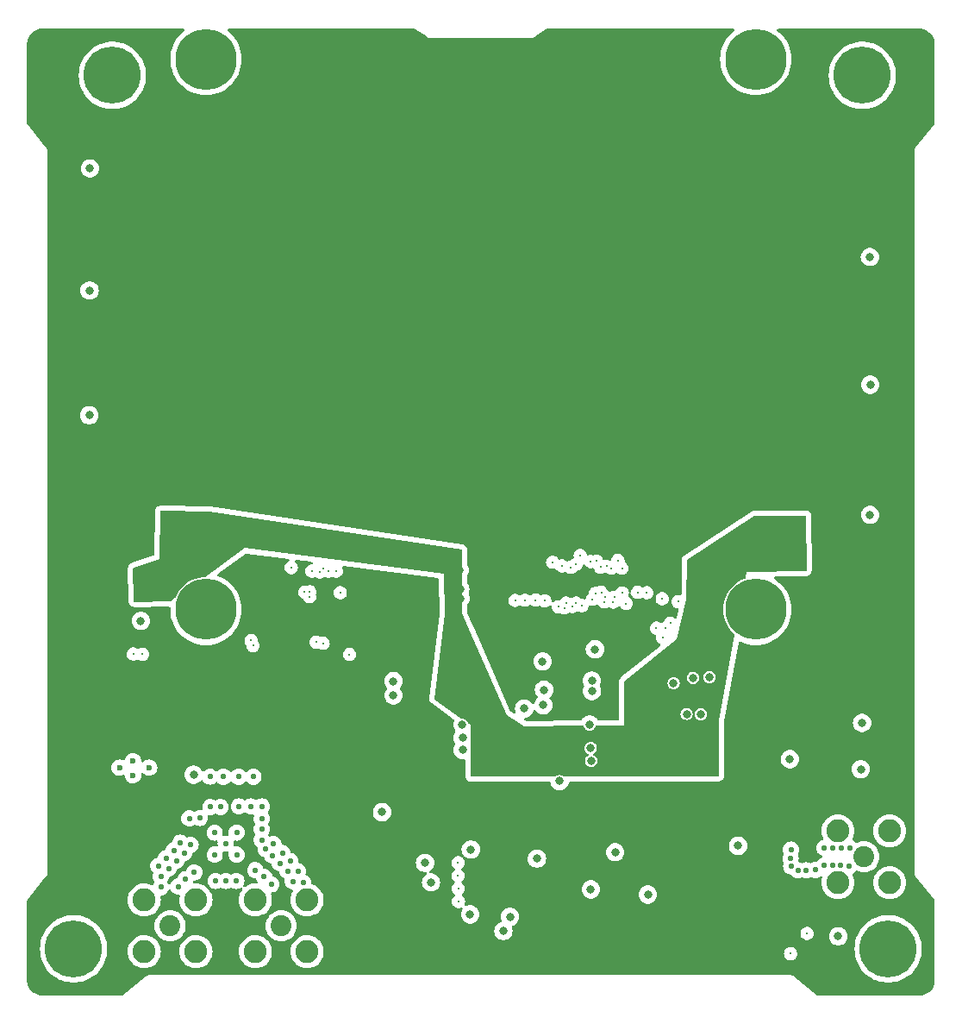
<source format=gbr>
%TF.GenerationSoftware,KiCad,Pcbnew,8.0.4*%
%TF.CreationDate,2024-08-06T11:45:16-05:00*%
%TF.ProjectId,sqrt_of_g_temp,73717274-5f6f-4665-9f67-5f74656d702e,1.0.1*%
%TF.SameCoordinates,Original*%
%TF.FileFunction,Copper,L3,Inr*%
%TF.FilePolarity,Positive*%
%FSLAX46Y46*%
G04 Gerber Fmt 4.6, Leading zero omitted, Abs format (unit mm)*
G04 Created by KiCad (PCBNEW 8.0.4) date 2024-08-06 11:45:16*
%MOMM*%
%LPD*%
G01*
G04 APERTURE LIST*
%TA.AperFunction,ComponentPad*%
%ADD10C,6.000000*%
%TD*%
%TA.AperFunction,ComponentPad*%
%ADD11C,2.050000*%
%TD*%
%TA.AperFunction,ComponentPad*%
%ADD12C,2.250000*%
%TD*%
%TA.AperFunction,ComponentPad*%
%ADD13C,5.600000*%
%TD*%
%TA.AperFunction,ViaPad*%
%ADD14C,0.800000*%
%TD*%
%TA.AperFunction,ViaPad*%
%ADD15C,0.300000*%
%TD*%
%TA.AperFunction,ViaPad*%
%ADD16C,0.584200*%
%TD*%
%TA.AperFunction,ViaPad*%
%ADD17C,0.600000*%
%TD*%
G04 APERTURE END LIST*
D10*
%TO.N,GND*%
%TO.C,H3*%
X175230000Y-111508000D03*
%TD*%
%TO.N,GND*%
%TO.C,H4*%
X121230000Y-111508000D03*
%TD*%
%TO.N,GND*%
%TO.C,H2*%
X175230000Y-57508000D03*
%TD*%
%TO.N,GND*%
%TO.C,H1*%
X121230000Y-57508000D03*
%TD*%
D11*
%TO.N,Net-(J8-In)*%
%TO.C,J8*%
X185840000Y-135780000D03*
D12*
%TO.N,GND*%
X183300000Y-133240000D03*
X183300000Y-138320000D03*
X188380000Y-133240000D03*
X188380000Y-138320000D03*
%TD*%
D13*
%TO.N,GND*%
%TO.C,H5*%
X112035000Y-59088000D03*
%TD*%
%TO.N,GND*%
%TO.C,H7*%
X188235000Y-144818000D03*
%TD*%
D11*
%TO.N,Net-(J13-In)*%
%TO.C,J13*%
X117703647Y-142549365D03*
D12*
%TO.N,GND*%
X115163647Y-145089365D03*
X120243647Y-145089365D03*
X115163647Y-140009365D03*
X120243647Y-140009365D03*
%TD*%
D13*
%TO.N,GND*%
%TO.C,H8*%
X108225000Y-144818000D03*
%TD*%
D11*
%TO.N,Net-(J9-In)*%
%TO.C,J9*%
X128613835Y-142549365D03*
D12*
%TO.N,GND*%
X126073835Y-145089365D03*
X131153835Y-145089365D03*
X126073835Y-140009365D03*
X131153835Y-140009365D03*
%TD*%
D13*
%TO.N,GND*%
%TO.C,H6*%
X185695000Y-59088000D03*
%TD*%
D14*
%TO.N,VSYS*%
X177800000Y-93720000D03*
X175240000Y-90440000D03*
X175250000Y-93720000D03*
X176530000Y-93750000D03*
X172690000Y-87210000D03*
X140340000Y-133270000D03*
X173990000Y-93710000D03*
X175260000Y-87200000D03*
X140550000Y-132340000D03*
X177910000Y-87220000D03*
X171390000Y-93730000D03*
X141150000Y-133920000D03*
X141500000Y-132940000D03*
X172720000Y-93710000D03*
X173960000Y-90430000D03*
X176510000Y-90440000D03*
X176530000Y-87210000D03*
X171450000Y-87200000D03*
X173980000Y-87220000D03*
X172700000Y-90440000D03*
X142150000Y-133870000D03*
%TO.N,VDD_3V3*%
X116050000Y-109190000D03*
X117330000Y-103690000D03*
X116050000Y-108020000D03*
X170450000Y-109800000D03*
X147950000Y-124190000D03*
X148040000Y-123080000D03*
X146200000Y-109540000D03*
X145350000Y-110420000D03*
X146140000Y-107640000D03*
X121580000Y-102410000D03*
X171010000Y-124540000D03*
X151860000Y-124520000D03*
X115970000Y-110250000D03*
X114800000Y-109190000D03*
X117280000Y-104920000D03*
X179520000Y-103530000D03*
X145300000Y-107610000D03*
X147890000Y-125210000D03*
X169150000Y-109760000D03*
X167210000Y-125470000D03*
X167210000Y-124460000D03*
X171000000Y-123450000D03*
X179530000Y-104880000D03*
X175280000Y-104110000D03*
X151830000Y-123350000D03*
X121580000Y-103650000D03*
X114800000Y-108060000D03*
X169110000Y-107220000D03*
X175270000Y-106360000D03*
X117370000Y-102370000D03*
X146220000Y-110430000D03*
X114770000Y-110210000D03*
X167220000Y-123450000D03*
X175260000Y-105220000D03*
X170310000Y-107220000D03*
X145370000Y-109510000D03*
X179390000Y-106290000D03*
D15*
%TO.N,/RX_FROM_GPS*%
X167610000Y-110740000D03*
X125850000Y-115060000D03*
X114990000Y-115900000D03*
%TO.N,/TX_TO_GPS*%
X166040000Y-110450000D03*
X114093552Y-115883552D03*
X125660000Y-114550000D03*
D16*
%TO.N,GND*%
X181970000Y-134890000D03*
X118318543Y-136170465D03*
D15*
X153610000Y-110580000D03*
D14*
X185668228Y-122634982D03*
D16*
X122080447Y-135564364D03*
X184450000Y-134910000D03*
D14*
X170680000Y-118160000D03*
D16*
X128732543Y-135408464D03*
X129494543Y-136170465D03*
X126703247Y-134138465D03*
X119591247Y-132004865D03*
D15*
X160340000Y-110750000D03*
D16*
X124468047Y-130839965D03*
X118064543Y-135154465D03*
D14*
X173490000Y-134700000D03*
D16*
X183550000Y-136630000D03*
D14*
X138520000Y-131400000D03*
D16*
X127663203Y-138484405D03*
X122080447Y-133405365D03*
X129748543Y-138202465D03*
X126703247Y-132008365D03*
D14*
X164630000Y-139490000D03*
D16*
X124239447Y-133405365D03*
X130256543Y-137186465D03*
X126931683Y-137752885D03*
X122639247Y-130890765D03*
X118498883Y-138692685D03*
X116794543Y-137694465D03*
D14*
X159430000Y-115410000D03*
D16*
X116540543Y-136678465D03*
X125636447Y-130839966D03*
X126088403Y-137092485D03*
D17*
X115651543Y-127026465D03*
D16*
X127716543Y-135662465D03*
X120073683Y-137300765D03*
X178680000Y-135080000D03*
X128478543Y-136424465D03*
D14*
X154290000Y-116610000D03*
D16*
X178650000Y-135910000D03*
X120629943Y-131979465D03*
X129240543Y-137186465D03*
X118699543Y-134392465D03*
X124239447Y-135564365D03*
X122944047Y-127918965D03*
D14*
X142740000Y-136380000D03*
D16*
X119080543Y-135408465D03*
X178700000Y-136720000D03*
X117302543Y-135916465D03*
X124417247Y-127918965D03*
D14*
X183330000Y-143580000D03*
D16*
X127081543Y-135027465D03*
D14*
X161420000Y-135330000D03*
D17*
X112730543Y-127026465D03*
D14*
X167160000Y-118730000D03*
X168440000Y-121760000D03*
D16*
X123158393Y-134498587D03*
X179360000Y-137110000D03*
X122182047Y-138155166D03*
D14*
X159029024Y-138971417D03*
D16*
X119715543Y-134599165D03*
X126703247Y-133075165D03*
X124214047Y-138155166D03*
X125890447Y-127918965D03*
X127843544Y-134519465D03*
X121674047Y-130890765D03*
D14*
X143330000Y-138290000D03*
D17*
X114064043Y-126391465D03*
D15*
X154510000Y-110650000D03*
D16*
X130769623Y-138306605D03*
D15*
X151588212Y-110619572D03*
D14*
X185550000Y-127190000D03*
D16*
X184420000Y-136690000D03*
X116794543Y-138761265D03*
D15*
X152560000Y-110600000D03*
D16*
X117556543Y-136932465D03*
X119230403Y-137961164D03*
D17*
X114064043Y-127781365D03*
D14*
X153735335Y-135954584D03*
D16*
X180200000Y-137110000D03*
X126703247Y-130839965D03*
X181070000Y-137070000D03*
X183640000Y-134910000D03*
X181950000Y-136640000D03*
X182750000Y-136640000D03*
X182790000Y-134910000D03*
D14*
X169830000Y-121790000D03*
X169060000Y-118210000D03*
D16*
X123198047Y-138155165D03*
D15*
X156430000Y-111350000D03*
X162500000Y-110920000D03*
D16*
X121620543Y-127915465D03*
D14*
%TO.N,/3V3_PD2*%
X109790000Y-80200000D03*
X109830000Y-68220000D03*
X109760000Y-92440000D03*
%TO.N,/3V3_PD1*%
X186450000Y-102220000D03*
X186470000Y-89450000D03*
X186440000Y-76910000D03*
D15*
%TO.N,/GPIO_AD_06*%
X162101175Y-109880213D03*
X162084867Y-107468262D03*
%TO.N,/GPIO_AD_12*%
X159020000Y-106800000D03*
X159190000Y-110500000D03*
%TO.N,/GPIO_AD_07*%
X161689867Y-106700000D03*
X161345703Y-110303289D03*
D14*
%TO.N,Net-(U7-RSTN)*%
X114820000Y-112630000D03*
X120010000Y-127730000D03*
D15*
%TO.N,/GPIO_AD_09*%
X160580000Y-107270000D03*
X160400000Y-110240000D03*
%TO.N,/GPIO_AD_11*%
X159590000Y-106760000D03*
X159460000Y-109920000D03*
D14*
%TO.N,/MAG1/3V3_SENSORS*%
X139630000Y-118540000D03*
X146450000Y-125300000D03*
X139640000Y-119940000D03*
X146430000Y-124110000D03*
X146410000Y-122820000D03*
%TO.N,/MAG2/3V3_SENSORS*%
X159120000Y-118500000D03*
X159140000Y-119520000D03*
D15*
%TO.N,/GPIO_AD_10*%
X160060000Y-109830000D03*
X159985000Y-107350000D03*
%TO.N,/GPIO_AD_08*%
X161048614Y-107444368D03*
X161235000Y-110795191D03*
%TO.N,/GPIO_AD_14*%
X158140000Y-111140000D03*
X157980000Y-106200000D03*
%TO.N,/GPIO_AD_17*%
X156583502Y-110874144D03*
X156190000Y-107230000D03*
%TO.N,/GPIO_AD_18*%
X155850000Y-111240000D03*
X155275692Y-106874308D03*
%TO.N,/GPIO_AD_16*%
X157060000Y-107370000D03*
X157225000Y-111220000D03*
%TO.N,/GPIO_AD_15*%
X157582690Y-110870629D03*
X157585000Y-107080000D03*
%TO.N,/EN_PD2*%
X163630000Y-109830000D03*
%TO.N,/DRDY_MAG2*%
X166360000Y-113330000D03*
D14*
X159050000Y-126360000D03*
D15*
%TO.N,/EN_MAG2*%
X166830000Y-112850000D03*
D14*
%TO.N,/EN_MAG1*%
X152480000Y-121240000D03*
D15*
%TO.N,/EN_PD1*%
X164530000Y-109850000D03*
D14*
%TO.N,SCK*%
X154430000Y-119390000D03*
D15*
X131417312Y-109756041D03*
D14*
%TO.N,CS_MAG1*%
X159020000Y-125130000D03*
D15*
X165460000Y-113340000D03*
D14*
X155950000Y-128350000D03*
D15*
%TO.N,CS_MAG2*%
X166086751Y-114275001D03*
D14*
X178570000Y-126200000D03*
D15*
%TO.N,/RF_RST*%
X132030000Y-114710000D03*
D14*
X147240000Y-135060000D03*
D15*
%TO.N,SDO*%
X131390000Y-110260000D03*
D14*
X150440000Y-143070000D03*
X151087805Y-141667195D03*
X158910000Y-122790000D03*
D15*
%TO.N,SDI*%
X130919308Y-109800692D03*
D14*
X154360000Y-120895000D03*
D15*
%TO.N,/RF_TX_EN*%
X178650000Y-145290000D03*
X129610000Y-107390000D03*
%TO.N,/RF_IO2*%
X132751519Y-107455704D03*
X146000000Y-138890000D03*
%TO.N,/RF_IO3*%
X132420000Y-107830000D03*
X146030000Y-140160000D03*
%TO.N,/RF_BUSY*%
X134020000Y-107740000D03*
X145990000Y-136350000D03*
%TO.N,/RF_IO1*%
X145990000Y-137620000D03*
X133225000Y-107740000D03*
%TO.N,/RF_RX_EN*%
X180265000Y-143295000D03*
X131625001Y-107740000D03*
%TO.N,/EN_RF*%
X134415000Y-109860000D03*
X135320000Y-115930000D03*
%TO.N,CS_RF*%
X132730000Y-114830000D03*
D14*
X147170000Y-141430000D03*
%TD*%
%TA.AperFunction,Conductor*%
%TO.N,VSYS*%
G36*
X119088597Y-54528185D02*
G01*
X119134352Y-54580989D01*
X119144296Y-54650147D01*
X119115271Y-54713703D01*
X119099594Y-54728866D01*
X118884498Y-54903047D01*
X118884490Y-54903054D01*
X118625054Y-55162490D01*
X118625047Y-55162498D01*
X118394147Y-55447635D01*
X118194320Y-55755343D01*
X118027746Y-56082260D01*
X117896260Y-56424793D01*
X117801294Y-56779209D01*
X117801294Y-56779211D01*
X117743898Y-57141594D01*
X117724696Y-57507999D01*
X117724696Y-57508000D01*
X117743898Y-57874405D01*
X117801294Y-58236788D01*
X117801294Y-58236790D01*
X117896260Y-58591206D01*
X118027746Y-58933739D01*
X118194320Y-59260656D01*
X118394147Y-59568364D01*
X118394149Y-59568366D01*
X118625051Y-59853506D01*
X118884494Y-60112949D01*
X118884498Y-60112952D01*
X119169635Y-60343852D01*
X119372954Y-60475888D01*
X119477348Y-60543682D01*
X119804264Y-60710255D01*
X120146801Y-60841742D01*
X120501206Y-60936705D01*
X120863596Y-60994102D01*
X121209734Y-61012241D01*
X121229999Y-61013304D01*
X121230000Y-61013304D01*
X121230001Y-61013304D01*
X121249203Y-61012297D01*
X121596404Y-60994102D01*
X121958794Y-60936705D01*
X122313199Y-60841742D01*
X122655736Y-60710255D01*
X122982652Y-60543682D01*
X123290366Y-60343851D01*
X123575506Y-60112949D01*
X123834949Y-59853506D01*
X124065851Y-59568366D01*
X124265682Y-59260652D01*
X124432255Y-58933736D01*
X124563742Y-58591199D01*
X124658705Y-58236794D01*
X124716102Y-57874404D01*
X124735304Y-57508000D01*
X124716102Y-57141596D01*
X124658705Y-56779206D01*
X124563742Y-56424801D01*
X124432255Y-56082264D01*
X124265682Y-55755348D01*
X124265679Y-55755343D01*
X124065852Y-55447635D01*
X123916122Y-55262734D01*
X123834949Y-55162494D01*
X123575506Y-54903051D01*
X123388792Y-54751853D01*
X123360406Y-54728866D01*
X123320695Y-54671379D01*
X123318367Y-54601548D01*
X123354163Y-54541544D01*
X123416716Y-54510418D01*
X123438442Y-54508500D01*
X141752426Y-54508500D01*
X141819465Y-54528185D01*
X141823747Y-54531063D01*
X142897937Y-55286354D01*
X142914296Y-55300110D01*
X142922683Y-55308497D01*
X142922682Y-55308497D01*
X142922684Y-55308498D01*
X142922686Y-55308500D01*
X142955612Y-55327509D01*
X142964928Y-55333457D01*
X142994790Y-55354455D01*
X142996025Y-55355323D01*
X143007175Y-55359405D01*
X143026530Y-55368454D01*
X143036814Y-55374392D01*
X143073534Y-55384230D01*
X143084073Y-55387565D01*
X143119771Y-55400637D01*
X143119772Y-55400638D01*
X143124816Y-55401089D01*
X143131594Y-55401695D01*
X143152638Y-55405426D01*
X143164108Y-55408500D01*
X143202114Y-55408500D01*
X143213162Y-55408992D01*
X143251033Y-55412381D01*
X143262730Y-55410341D01*
X143284025Y-55408500D01*
X153177138Y-55408500D01*
X153197980Y-55410264D01*
X153210830Y-55412455D01*
X153247533Y-55409035D01*
X153259037Y-55408500D01*
X153295892Y-55408500D01*
X153308473Y-55405128D01*
X153329066Y-55401437D01*
X153342046Y-55400228D01*
X153376614Y-55387423D01*
X153387568Y-55383935D01*
X153423186Y-55374392D01*
X153434469Y-55367876D01*
X153453404Y-55358982D01*
X153465626Y-55354456D01*
X153495704Y-55333140D01*
X153505406Y-55326921D01*
X153537314Y-55308500D01*
X153546528Y-55299284D01*
X153562508Y-55285798D01*
X154627148Y-54531329D01*
X154693227Y-54508627D01*
X154698844Y-54508500D01*
X173021558Y-54508500D01*
X173088597Y-54528185D01*
X173134352Y-54580989D01*
X173144296Y-54650147D01*
X173115271Y-54713703D01*
X173099594Y-54728866D01*
X172884498Y-54903047D01*
X172884490Y-54903054D01*
X172625054Y-55162490D01*
X172625047Y-55162498D01*
X172394147Y-55447635D01*
X172194320Y-55755343D01*
X172027746Y-56082260D01*
X171896260Y-56424793D01*
X171801294Y-56779209D01*
X171801294Y-56779211D01*
X171743898Y-57141594D01*
X171724696Y-57507999D01*
X171724696Y-57508000D01*
X171743898Y-57874405D01*
X171801294Y-58236788D01*
X171801294Y-58236790D01*
X171896260Y-58591206D01*
X172027746Y-58933739D01*
X172194320Y-59260656D01*
X172394147Y-59568364D01*
X172394149Y-59568366D01*
X172625051Y-59853506D01*
X172884494Y-60112949D01*
X172884498Y-60112952D01*
X173169635Y-60343852D01*
X173372954Y-60475888D01*
X173477348Y-60543682D01*
X173804264Y-60710255D01*
X174146801Y-60841742D01*
X174501206Y-60936705D01*
X174863596Y-60994102D01*
X175209734Y-61012241D01*
X175229999Y-61013304D01*
X175230000Y-61013304D01*
X175230001Y-61013304D01*
X175249203Y-61012297D01*
X175596404Y-60994102D01*
X175958794Y-60936705D01*
X176313199Y-60841742D01*
X176655736Y-60710255D01*
X176982652Y-60543682D01*
X177290366Y-60343851D01*
X177575506Y-60112949D01*
X177834949Y-59853506D01*
X178065851Y-59568366D01*
X178265682Y-59260652D01*
X178353655Y-59087997D01*
X182389652Y-59087997D01*
X182389652Y-59088002D01*
X182409028Y-59445368D01*
X182409029Y-59445385D01*
X182466926Y-59798539D01*
X182466932Y-59798565D01*
X182562672Y-60143392D01*
X182562674Y-60143399D01*
X182695142Y-60475870D01*
X182695151Y-60475888D01*
X182862784Y-60792077D01*
X182862787Y-60792082D01*
X182862789Y-60792085D01*
X182896457Y-60841742D01*
X183063634Y-61088309D01*
X183063641Y-61088319D01*
X183295331Y-61361085D01*
X183295332Y-61361086D01*
X183555163Y-61607211D01*
X183840081Y-61823800D01*
X184146747Y-62008315D01*
X184146749Y-62008316D01*
X184146751Y-62008317D01*
X184146755Y-62008319D01*
X184471552Y-62158585D01*
X184471565Y-62158591D01*
X184810726Y-62272868D01*
X185160254Y-62349805D01*
X185516052Y-62388500D01*
X185516058Y-62388500D01*
X185873942Y-62388500D01*
X185873948Y-62388500D01*
X186229746Y-62349805D01*
X186579274Y-62272868D01*
X186918435Y-62158591D01*
X187243253Y-62008315D01*
X187549919Y-61823800D01*
X187834837Y-61607211D01*
X188094668Y-61361086D01*
X188326365Y-61088311D01*
X188527211Y-60792085D01*
X188694853Y-60475880D01*
X188827324Y-60143403D01*
X188923071Y-59798552D01*
X188980972Y-59445371D01*
X189000348Y-59088000D01*
X188980972Y-58730629D01*
X188923071Y-58377448D01*
X188827324Y-58032597D01*
X188694853Y-57700120D01*
X188592997Y-57508000D01*
X188527215Y-57383922D01*
X188527213Y-57383919D01*
X188527211Y-57383915D01*
X188326365Y-57087689D01*
X188326361Y-57087684D01*
X188326358Y-57087680D01*
X188094668Y-56814914D01*
X188056975Y-56779209D01*
X187834837Y-56568789D01*
X187834830Y-56568783D01*
X187834827Y-56568781D01*
X187767245Y-56517407D01*
X187549919Y-56352200D01*
X187243253Y-56167685D01*
X187243252Y-56167684D01*
X187243248Y-56167682D01*
X187243244Y-56167680D01*
X186918447Y-56017414D01*
X186918441Y-56017411D01*
X186918435Y-56017409D01*
X186748854Y-55960270D01*
X186579273Y-55903131D01*
X186229744Y-55826194D01*
X185873949Y-55787500D01*
X185873948Y-55787500D01*
X185516052Y-55787500D01*
X185516050Y-55787500D01*
X185160255Y-55826194D01*
X184810726Y-55903131D01*
X184554970Y-55989306D01*
X184471565Y-56017409D01*
X184471563Y-56017410D01*
X184471552Y-56017414D01*
X184146755Y-56167680D01*
X184146751Y-56167682D01*
X183918367Y-56305096D01*
X183840081Y-56352200D01*
X183751768Y-56419333D01*
X183555172Y-56568781D01*
X183555163Y-56568789D01*
X183295331Y-56814914D01*
X183063641Y-57087680D01*
X183063634Y-57087690D01*
X182862790Y-57383913D01*
X182862784Y-57383922D01*
X182695151Y-57700111D01*
X182695142Y-57700129D01*
X182562674Y-58032600D01*
X182562672Y-58032607D01*
X182466932Y-58377434D01*
X182466926Y-58377460D01*
X182409029Y-58730614D01*
X182409028Y-58730631D01*
X182389652Y-59087997D01*
X178353655Y-59087997D01*
X178432255Y-58933736D01*
X178563742Y-58591199D01*
X178658705Y-58236794D01*
X178716102Y-57874404D01*
X178735304Y-57508000D01*
X178716102Y-57141596D01*
X178658705Y-56779206D01*
X178563742Y-56424801D01*
X178432255Y-56082264D01*
X178265682Y-55755348D01*
X178265679Y-55755343D01*
X178065852Y-55447635D01*
X177916122Y-55262734D01*
X177834949Y-55162494D01*
X177575506Y-54903051D01*
X177388792Y-54751853D01*
X177360406Y-54728866D01*
X177320695Y-54671379D01*
X177318367Y-54601548D01*
X177354163Y-54541544D01*
X177416716Y-54510418D01*
X177438442Y-54508500D01*
X191249108Y-54508500D01*
X191310572Y-54508500D01*
X191319418Y-54508816D01*
X191519561Y-54523130D01*
X191537063Y-54525647D01*
X191728797Y-54567355D01*
X191745755Y-54572334D01*
X191929609Y-54640909D01*
X191945701Y-54648259D01*
X192117904Y-54742288D01*
X192132784Y-54751849D01*
X192289867Y-54869441D01*
X192303237Y-54881027D01*
X192441972Y-55019762D01*
X192453558Y-55033132D01*
X192571146Y-55190210D01*
X192580711Y-55205095D01*
X192674740Y-55377298D01*
X192682090Y-55393390D01*
X192750662Y-55577236D01*
X192755646Y-55594212D01*
X192797351Y-55785931D01*
X192799869Y-55803442D01*
X192814184Y-56003580D01*
X192814500Y-56012427D01*
X192814500Y-63788936D01*
X192794815Y-63855975D01*
X192787328Y-63866398D01*
X190945783Y-66168328D01*
X190936639Y-66178544D01*
X190914503Y-66200681D01*
X190914500Y-66200684D01*
X190905192Y-66216806D01*
X190894639Y-66232259D01*
X190883013Y-66246792D01*
X190870448Y-66275468D01*
X190864262Y-66287697D01*
X190848611Y-66314807D01*
X190848607Y-66314816D01*
X190843790Y-66332793D01*
X190837596Y-66350451D01*
X190830127Y-66367498D01*
X190827084Y-66387475D01*
X190825415Y-66398438D01*
X190825413Y-66398448D01*
X190822603Y-66411863D01*
X190814500Y-66442105D01*
X190814500Y-66460719D01*
X190813086Y-66479389D01*
X190810285Y-66497776D01*
X190810285Y-66497784D01*
X190813742Y-66528896D01*
X190814500Y-66542588D01*
X190814500Y-137363411D01*
X190813742Y-137377103D01*
X190810285Y-137408215D01*
X190810285Y-137408221D01*
X190810347Y-137408626D01*
X190812406Y-137422147D01*
X190813086Y-137426607D01*
X190814500Y-137445279D01*
X190814500Y-137463897D01*
X190822601Y-137494129D01*
X190825412Y-137507546D01*
X190830001Y-137537676D01*
X190830128Y-137538505D01*
X190837593Y-137555543D01*
X190843790Y-137573208D01*
X190848606Y-137591180D01*
X190848608Y-137591186D01*
X190864260Y-137618296D01*
X190870448Y-137630530D01*
X190883013Y-137659208D01*
X190894636Y-137673736D01*
X190905194Y-137689196D01*
X190907669Y-137693483D01*
X190911649Y-137700377D01*
X190914500Y-137705314D01*
X190936636Y-137727450D01*
X190945780Y-137737666D01*
X192787328Y-140039601D01*
X192813836Y-140104247D01*
X192814500Y-140117063D01*
X192814500Y-147893572D01*
X192814184Y-147902419D01*
X192799869Y-148102557D01*
X192797351Y-148120068D01*
X192755646Y-148311787D01*
X192750662Y-148328763D01*
X192682090Y-148512609D01*
X192674740Y-148528701D01*
X192580711Y-148700904D01*
X192571146Y-148715789D01*
X192453558Y-148872867D01*
X192441972Y-148886237D01*
X192303237Y-149024972D01*
X192289867Y-149036558D01*
X192132789Y-149154146D01*
X192117904Y-149163711D01*
X191945701Y-149257740D01*
X191929609Y-149265090D01*
X191745763Y-149333662D01*
X191728787Y-149338646D01*
X191537068Y-149380351D01*
X191519557Y-149382869D01*
X191338779Y-149395799D01*
X191319417Y-149397184D01*
X191310572Y-149397500D01*
X181364064Y-149397500D01*
X181297025Y-149377815D01*
X181286602Y-149370328D01*
X178984666Y-147528780D01*
X178974454Y-147519640D01*
X178952314Y-147497500D01*
X178952313Y-147497499D01*
X178936199Y-147488196D01*
X178920736Y-147477636D01*
X178906208Y-147466013D01*
X178877530Y-147453448D01*
X178865296Y-147447260D01*
X178838186Y-147431608D01*
X178838180Y-147431606D01*
X178820208Y-147426790D01*
X178802543Y-147420593D01*
X178785505Y-147413128D01*
X178785500Y-147413127D01*
X178759339Y-147409142D01*
X178754546Y-147408412D01*
X178741129Y-147405601D01*
X178710897Y-147397500D01*
X178710892Y-147397500D01*
X178692280Y-147397500D01*
X178673610Y-147396086D01*
X178666917Y-147395066D01*
X178655219Y-147393285D01*
X178655218Y-147393285D01*
X178639661Y-147395013D01*
X178624104Y-147396742D01*
X178610412Y-147397500D01*
X115679587Y-147397500D01*
X115665895Y-147396742D01*
X115634782Y-147393285D01*
X115634775Y-147393285D01*
X115616390Y-147396086D01*
X115597719Y-147397500D01*
X115579105Y-147397500D01*
X115548863Y-147405603D01*
X115535450Y-147408412D01*
X115524475Y-147410084D01*
X115504498Y-147413127D01*
X115487451Y-147420596D01*
X115469793Y-147426790D01*
X115451816Y-147431607D01*
X115451807Y-147431611D01*
X115424697Y-147447262D01*
X115412468Y-147453448D01*
X115383792Y-147466013D01*
X115369259Y-147477639D01*
X115353806Y-147488192D01*
X115337684Y-147497500D01*
X115337681Y-147497503D01*
X115315543Y-147519640D01*
X115305327Y-147528784D01*
X113003399Y-149370328D01*
X112938753Y-149396836D01*
X112925937Y-149397500D01*
X105149428Y-149397500D01*
X105140582Y-149397184D01*
X105118622Y-149395613D01*
X104940442Y-149382869D01*
X104922931Y-149380351D01*
X104731212Y-149338646D01*
X104714236Y-149333662D01*
X104530390Y-149265090D01*
X104514298Y-149257740D01*
X104342095Y-149163711D01*
X104327210Y-149154146D01*
X104170132Y-149036558D01*
X104156762Y-149024972D01*
X104018027Y-148886237D01*
X104006441Y-148872867D01*
X103888849Y-148715784D01*
X103879288Y-148700904D01*
X103785259Y-148528701D01*
X103777909Y-148512609D01*
X103717091Y-148349551D01*
X103709334Y-148328755D01*
X103704355Y-148311797D01*
X103662647Y-148120063D01*
X103660130Y-148102556D01*
X103645816Y-147902418D01*
X103645500Y-147893572D01*
X103645500Y-144817997D01*
X104919652Y-144817997D01*
X104919652Y-144818002D01*
X104939028Y-145175368D01*
X104939029Y-145175385D01*
X104996926Y-145528539D01*
X104996932Y-145528565D01*
X105092672Y-145873392D01*
X105092674Y-145873399D01*
X105225142Y-146205870D01*
X105225151Y-146205888D01*
X105392784Y-146522077D01*
X105392787Y-146522082D01*
X105392789Y-146522085D01*
X105513294Y-146699817D01*
X105593634Y-146818309D01*
X105593641Y-146818319D01*
X105825331Y-147091085D01*
X105825332Y-147091086D01*
X106085163Y-147337211D01*
X106370081Y-147553800D01*
X106676747Y-147738315D01*
X106676749Y-147738316D01*
X106676751Y-147738317D01*
X106676755Y-147738319D01*
X106879478Y-147832108D01*
X107001565Y-147888591D01*
X107340726Y-148002868D01*
X107690254Y-148079805D01*
X108046052Y-148118500D01*
X108046058Y-148118500D01*
X108403942Y-148118500D01*
X108403948Y-148118500D01*
X108759746Y-148079805D01*
X109109274Y-148002868D01*
X109448435Y-147888591D01*
X109773253Y-147738315D01*
X110079919Y-147553800D01*
X110364837Y-147337211D01*
X110624668Y-147091086D01*
X110856365Y-146818311D01*
X111057211Y-146522085D01*
X111224853Y-146205880D01*
X111357324Y-145873403D01*
X111453071Y-145528552D01*
X111510972Y-145175371D01*
X111515635Y-145089365D01*
X113533121Y-145089365D01*
X113553194Y-145344429D01*
X113553194Y-145344432D01*
X113553195Y-145344435D01*
X113597395Y-145528539D01*
X113612926Y-145593229D01*
X113710835Y-145829604D01*
X113710837Y-145829607D01*
X113844522Y-146047761D01*
X113844525Y-146047766D01*
X113919847Y-146135956D01*
X114010691Y-146242321D01*
X114135226Y-146348684D01*
X114205245Y-146408486D01*
X114205250Y-146408489D01*
X114423404Y-146542174D01*
X114423407Y-146542176D01*
X114659782Y-146640085D01*
X114659787Y-146640087D01*
X114908577Y-146699817D01*
X115163647Y-146719891D01*
X115418717Y-146699817D01*
X115667507Y-146640087D01*
X115785698Y-146591130D01*
X115903886Y-146542176D01*
X115903887Y-146542175D01*
X115903890Y-146542174D01*
X116122046Y-146408488D01*
X116316603Y-146242321D01*
X116482770Y-146047764D01*
X116616456Y-145829608D01*
X116616591Y-145829284D01*
X116714367Y-145593229D01*
X116714369Y-145593225D01*
X116774099Y-145344435D01*
X116794173Y-145089365D01*
X118613121Y-145089365D01*
X118633194Y-145344429D01*
X118633194Y-145344432D01*
X118633195Y-145344435D01*
X118677395Y-145528539D01*
X118692926Y-145593229D01*
X118790835Y-145829604D01*
X118790837Y-145829607D01*
X118924522Y-146047761D01*
X118924525Y-146047766D01*
X118999847Y-146135956D01*
X119090691Y-146242321D01*
X119215226Y-146348684D01*
X119285245Y-146408486D01*
X119285250Y-146408489D01*
X119503404Y-146542174D01*
X119503407Y-146542176D01*
X119739782Y-146640085D01*
X119739787Y-146640087D01*
X119988577Y-146699817D01*
X120243647Y-146719891D01*
X120498717Y-146699817D01*
X120747507Y-146640087D01*
X120865698Y-146591130D01*
X120983886Y-146542176D01*
X120983887Y-146542175D01*
X120983890Y-146542174D01*
X121202046Y-146408488D01*
X121396603Y-146242321D01*
X121562770Y-146047764D01*
X121696456Y-145829608D01*
X121696591Y-145829284D01*
X121794367Y-145593229D01*
X121794369Y-145593225D01*
X121854099Y-145344435D01*
X121874173Y-145089365D01*
X124443309Y-145089365D01*
X124463382Y-145344429D01*
X124463382Y-145344432D01*
X124463383Y-145344435D01*
X124507583Y-145528539D01*
X124523114Y-145593229D01*
X124621023Y-145829604D01*
X124621025Y-145829607D01*
X124754710Y-146047761D01*
X124754713Y-146047766D01*
X124830035Y-146135956D01*
X124920879Y-146242321D01*
X125045414Y-146348684D01*
X125115433Y-146408486D01*
X125115438Y-146408489D01*
X125333592Y-146542174D01*
X125333595Y-146542176D01*
X125569970Y-146640085D01*
X125569975Y-146640087D01*
X125818765Y-146699817D01*
X126073835Y-146719891D01*
X126328905Y-146699817D01*
X126577695Y-146640087D01*
X126695886Y-146591130D01*
X126814074Y-146542176D01*
X126814075Y-146542175D01*
X126814078Y-146542174D01*
X127032234Y-146408488D01*
X127226791Y-146242321D01*
X127392958Y-146047764D01*
X127526644Y-145829608D01*
X127526779Y-145829284D01*
X127624555Y-145593229D01*
X127624557Y-145593225D01*
X127684287Y-145344435D01*
X127704361Y-145089365D01*
X129523309Y-145089365D01*
X129543382Y-145344429D01*
X129543382Y-145344432D01*
X129543383Y-145344435D01*
X129587583Y-145528539D01*
X129603114Y-145593229D01*
X129701023Y-145829604D01*
X129701025Y-145829607D01*
X129834710Y-146047761D01*
X129834713Y-146047766D01*
X129910035Y-146135956D01*
X130000879Y-146242321D01*
X130125414Y-146348684D01*
X130195433Y-146408486D01*
X130195438Y-146408489D01*
X130413592Y-146542174D01*
X130413595Y-146542176D01*
X130649970Y-146640085D01*
X130649975Y-146640087D01*
X130898765Y-146699817D01*
X131153835Y-146719891D01*
X131408905Y-146699817D01*
X131657695Y-146640087D01*
X131775886Y-146591130D01*
X131894074Y-146542176D01*
X131894075Y-146542175D01*
X131894078Y-146542174D01*
X132112234Y-146408488D01*
X132306791Y-146242321D01*
X132472958Y-146047764D01*
X132606644Y-145829608D01*
X132606779Y-145829284D01*
X132704555Y-145593229D01*
X132704557Y-145593225D01*
X132764287Y-145344435D01*
X132768571Y-145289999D01*
X177994722Y-145289999D01*
X177994722Y-145290000D01*
X178013762Y-145446818D01*
X178044765Y-145528565D01*
X178069780Y-145594523D01*
X178159517Y-145724530D01*
X178277760Y-145829283D01*
X178277762Y-145829284D01*
X178417634Y-145902696D01*
X178571014Y-145940500D01*
X178571015Y-145940500D01*
X178728985Y-145940500D01*
X178882365Y-145902696D01*
X178938198Y-145873392D01*
X179022240Y-145829283D01*
X179140483Y-145724530D01*
X179230220Y-145594523D01*
X179286237Y-145446818D01*
X179305278Y-145290000D01*
X179286237Y-145133182D01*
X179269619Y-145089365D01*
X179264992Y-145077164D01*
X179230220Y-144985477D01*
X179140483Y-144855470D01*
X179098184Y-144817997D01*
X184929652Y-144817997D01*
X184929652Y-144818002D01*
X184949028Y-145175368D01*
X184949029Y-145175385D01*
X185006926Y-145528539D01*
X185006932Y-145528565D01*
X185102672Y-145873392D01*
X185102674Y-145873399D01*
X185235142Y-146205870D01*
X185235151Y-146205888D01*
X185402784Y-146522077D01*
X185402787Y-146522082D01*
X185402789Y-146522085D01*
X185523294Y-146699817D01*
X185603634Y-146818309D01*
X185603641Y-146818319D01*
X185835331Y-147091085D01*
X185835332Y-147091086D01*
X186095163Y-147337211D01*
X186380081Y-147553800D01*
X186686747Y-147738315D01*
X186686749Y-147738316D01*
X186686751Y-147738317D01*
X186686755Y-147738319D01*
X186889478Y-147832108D01*
X187011565Y-147888591D01*
X187350726Y-148002868D01*
X187700254Y-148079805D01*
X188056052Y-148118500D01*
X188056058Y-148118500D01*
X188413942Y-148118500D01*
X188413948Y-148118500D01*
X188769746Y-148079805D01*
X189119274Y-148002868D01*
X189458435Y-147888591D01*
X189783253Y-147738315D01*
X190089919Y-147553800D01*
X190374837Y-147337211D01*
X190634668Y-147091086D01*
X190866365Y-146818311D01*
X191067211Y-146522085D01*
X191234853Y-146205880D01*
X191367324Y-145873403D01*
X191463071Y-145528552D01*
X191520972Y-145175371D01*
X191540348Y-144818000D01*
X191520972Y-144460629D01*
X191517777Y-144441142D01*
X191463073Y-144107460D01*
X191463072Y-144107459D01*
X191463071Y-144107448D01*
X191418107Y-143945500D01*
X191367327Y-143762607D01*
X191367325Y-143762600D01*
X191234857Y-143430129D01*
X191234848Y-143430111D01*
X191067215Y-143113922D01*
X191067213Y-143113919D01*
X191067211Y-143113915D01*
X190866365Y-142817689D01*
X190866361Y-142817684D01*
X190866358Y-142817680D01*
X190634668Y-142544914D01*
X190627141Y-142537784D01*
X190374837Y-142298789D01*
X190374830Y-142298783D01*
X190374827Y-142298781D01*
X190307245Y-142247407D01*
X190089919Y-142082200D01*
X189783253Y-141897685D01*
X189783252Y-141897684D01*
X189783248Y-141897682D01*
X189783244Y-141897680D01*
X189458447Y-141747414D01*
X189458441Y-141747411D01*
X189458435Y-141747409D01*
X189288854Y-141690270D01*
X189119273Y-141633131D01*
X188769744Y-141556194D01*
X188413949Y-141517500D01*
X188413948Y-141517500D01*
X188056052Y-141517500D01*
X188056050Y-141517500D01*
X187700255Y-141556194D01*
X187350726Y-141633131D01*
X187094970Y-141719306D01*
X187011565Y-141747409D01*
X187011563Y-141747410D01*
X187011552Y-141747414D01*
X186686755Y-141897680D01*
X186686751Y-141897682D01*
X186458367Y-142035096D01*
X186380081Y-142082200D01*
X186291768Y-142149333D01*
X186095172Y-142298781D01*
X186095163Y-142298789D01*
X185835331Y-142544914D01*
X185603641Y-142817680D01*
X185603634Y-142817690D01*
X185402790Y-143113913D01*
X185402784Y-143113922D01*
X185235151Y-143430111D01*
X185235142Y-143430129D01*
X185102674Y-143762600D01*
X185102672Y-143762607D01*
X185006932Y-144107434D01*
X185006926Y-144107460D01*
X184949029Y-144460614D01*
X184949028Y-144460631D01*
X184929652Y-144817997D01*
X179098184Y-144817997D01*
X179022240Y-144750717D01*
X179022238Y-144750716D01*
X179022237Y-144750715D01*
X178882365Y-144677303D01*
X178728986Y-144639500D01*
X178728985Y-144639500D01*
X178571015Y-144639500D01*
X178571014Y-144639500D01*
X178417634Y-144677303D01*
X178277762Y-144750715D01*
X178159516Y-144855471D01*
X178069781Y-144985475D01*
X178069780Y-144985476D01*
X178013762Y-145133181D01*
X177994722Y-145289999D01*
X132768571Y-145289999D01*
X132784361Y-145089365D01*
X132764287Y-144834295D01*
X132704557Y-144585505D01*
X132652832Y-144460629D01*
X132606646Y-144349125D01*
X132606644Y-144349122D01*
X132472959Y-144130968D01*
X132472956Y-144130963D01*
X132365108Y-144004690D01*
X132306791Y-143936409D01*
X132187217Y-143834283D01*
X132112236Y-143770243D01*
X132112231Y-143770240D01*
X131894077Y-143636555D01*
X131894074Y-143636553D01*
X131657699Y-143538644D01*
X131657695Y-143538643D01*
X131408905Y-143478913D01*
X131408902Y-143478912D01*
X131408899Y-143478912D01*
X131153835Y-143458839D01*
X130898770Y-143478912D01*
X130898766Y-143478912D01*
X130898765Y-143478913D01*
X130774370Y-143508778D01*
X130649970Y-143538644D01*
X130413595Y-143636553D01*
X130413592Y-143636555D01*
X130195438Y-143770240D01*
X130195433Y-143770243D01*
X130000879Y-143936409D01*
X129834713Y-144130963D01*
X129834710Y-144130968D01*
X129701025Y-144349122D01*
X129701023Y-144349125D01*
X129603114Y-144585500D01*
X129543382Y-144834300D01*
X129523309Y-145089365D01*
X127704361Y-145089365D01*
X127684287Y-144834295D01*
X127624557Y-144585505D01*
X127572832Y-144460629D01*
X127526646Y-144349125D01*
X127526644Y-144349122D01*
X127392959Y-144130968D01*
X127392956Y-144130963D01*
X127285108Y-144004690D01*
X127226791Y-143936409D01*
X127107217Y-143834283D01*
X127032236Y-143770243D01*
X127032231Y-143770240D01*
X126814077Y-143636555D01*
X126814074Y-143636553D01*
X126577699Y-143538644D01*
X126577695Y-143538643D01*
X126328905Y-143478913D01*
X126328902Y-143478912D01*
X126328899Y-143478912D01*
X126073835Y-143458839D01*
X125818770Y-143478912D01*
X125818766Y-143478912D01*
X125818765Y-143478913D01*
X125694370Y-143508778D01*
X125569970Y-143538644D01*
X125333595Y-143636553D01*
X125333592Y-143636555D01*
X125115438Y-143770240D01*
X125115433Y-143770243D01*
X124920879Y-143936409D01*
X124754713Y-144130963D01*
X124754710Y-144130968D01*
X124621025Y-144349122D01*
X124621023Y-144349125D01*
X124523114Y-144585500D01*
X124463382Y-144834300D01*
X124443309Y-145089365D01*
X121874173Y-145089365D01*
X121854099Y-144834295D01*
X121794369Y-144585505D01*
X121742644Y-144460629D01*
X121696458Y-144349125D01*
X121696456Y-144349122D01*
X121562771Y-144130968D01*
X121562768Y-144130963D01*
X121454920Y-144004690D01*
X121396603Y-143936409D01*
X121277029Y-143834283D01*
X121202048Y-143770243D01*
X121202043Y-143770240D01*
X120983889Y-143636555D01*
X120983886Y-143636553D01*
X120747511Y-143538644D01*
X120747507Y-143538643D01*
X120498717Y-143478913D01*
X120498714Y-143478912D01*
X120498711Y-143478912D01*
X120243647Y-143458839D01*
X119988582Y-143478912D01*
X119988578Y-143478912D01*
X119988577Y-143478913D01*
X119864182Y-143508778D01*
X119739782Y-143538644D01*
X119503407Y-143636553D01*
X119503404Y-143636555D01*
X119285250Y-143770240D01*
X119285245Y-143770243D01*
X119090691Y-143936409D01*
X118924525Y-144130963D01*
X118924522Y-144130968D01*
X118790837Y-144349122D01*
X118790835Y-144349125D01*
X118692926Y-144585500D01*
X118633194Y-144834300D01*
X118613121Y-145089365D01*
X116794173Y-145089365D01*
X116774099Y-144834295D01*
X116714369Y-144585505D01*
X116662644Y-144460629D01*
X116616458Y-144349125D01*
X116616456Y-144349122D01*
X116482771Y-144130968D01*
X116482768Y-144130963D01*
X116374920Y-144004690D01*
X116316603Y-143936409D01*
X116197029Y-143834283D01*
X116122048Y-143770243D01*
X116122043Y-143770240D01*
X115903889Y-143636555D01*
X115903886Y-143636553D01*
X115667511Y-143538644D01*
X115667507Y-143538643D01*
X115418717Y-143478913D01*
X115418714Y-143478912D01*
X115418711Y-143478912D01*
X115163647Y-143458839D01*
X114908582Y-143478912D01*
X114908578Y-143478912D01*
X114908577Y-143478913D01*
X114784182Y-143508778D01*
X114659782Y-143538644D01*
X114423407Y-143636553D01*
X114423404Y-143636555D01*
X114205250Y-143770240D01*
X114205245Y-143770243D01*
X114010691Y-143936409D01*
X113844525Y-144130963D01*
X113844522Y-144130968D01*
X113710837Y-144349122D01*
X113710835Y-144349125D01*
X113612926Y-144585500D01*
X113553194Y-144834300D01*
X113533121Y-145089365D01*
X111515635Y-145089365D01*
X111530348Y-144818000D01*
X111510972Y-144460629D01*
X111507777Y-144441142D01*
X111453073Y-144107460D01*
X111453072Y-144107459D01*
X111453071Y-144107448D01*
X111408107Y-143945500D01*
X111357327Y-143762607D01*
X111357325Y-143762600D01*
X111224857Y-143430129D01*
X111224848Y-143430111D01*
X111057215Y-143113922D01*
X111057213Y-143113919D01*
X111057211Y-143113915D01*
X110856365Y-142817689D01*
X110856361Y-142817684D01*
X110856358Y-142817680D01*
X110628449Y-142549365D01*
X116173430Y-142549365D01*
X116192270Y-142788747D01*
X116248321Y-143022218D01*
X116248325Y-143022230D01*
X116340212Y-143244067D01*
X116454231Y-143430129D01*
X116465675Y-143448804D01*
X116621620Y-143631392D01*
X116804208Y-143787337D01*
X116804210Y-143787338D01*
X117008944Y-143912799D01*
X117087892Y-143945500D01*
X117230784Y-144004688D01*
X117464268Y-144060742D01*
X117703647Y-144079582D01*
X117943026Y-144060742D01*
X118176510Y-144004688D01*
X118398351Y-143912798D01*
X118603086Y-143787337D01*
X118785674Y-143631392D01*
X118941619Y-143448804D01*
X119067080Y-143244069D01*
X119158970Y-143022228D01*
X119215024Y-142788744D01*
X119233864Y-142549365D01*
X127083618Y-142549365D01*
X127102458Y-142788747D01*
X127158509Y-143022218D01*
X127158513Y-143022230D01*
X127250400Y-143244067D01*
X127364419Y-143430129D01*
X127375863Y-143448804D01*
X127531808Y-143631392D01*
X127714396Y-143787337D01*
X127714398Y-143787338D01*
X127919132Y-143912799D01*
X127998080Y-143945500D01*
X128140972Y-144004688D01*
X128374456Y-144060742D01*
X128613835Y-144079582D01*
X128853214Y-144060742D01*
X129086698Y-144004688D01*
X129308539Y-143912798D01*
X129513274Y-143787337D01*
X129695862Y-143631392D01*
X129851807Y-143448804D01*
X129977268Y-143244069D01*
X130049370Y-143070000D01*
X149534540Y-143070000D01*
X149554326Y-143258256D01*
X149554327Y-143258259D01*
X149612818Y-143438277D01*
X149612821Y-143438284D01*
X149707467Y-143602216D01*
X149822100Y-143729528D01*
X149834129Y-143742888D01*
X149987265Y-143854148D01*
X149987270Y-143854151D01*
X150160192Y-143931142D01*
X150160197Y-143931144D01*
X150345354Y-143970500D01*
X150345355Y-143970500D01*
X150534644Y-143970500D01*
X150534646Y-143970500D01*
X150719803Y-143931144D01*
X150892730Y-143854151D01*
X151045871Y-143742888D01*
X151172533Y-143602216D01*
X151267179Y-143438284D01*
X151313735Y-143294999D01*
X179609722Y-143294999D01*
X179609722Y-143295000D01*
X179628762Y-143451818D01*
X179677376Y-143580000D01*
X179684780Y-143599523D01*
X179774517Y-143729530D01*
X179892760Y-143834283D01*
X179892762Y-143834284D01*
X180032634Y-143907696D01*
X180186014Y-143945500D01*
X180186015Y-143945500D01*
X180343985Y-143945500D01*
X180497365Y-143907696D01*
X180637240Y-143834283D01*
X180755483Y-143729530D01*
X180845220Y-143599523D01*
X180852624Y-143580000D01*
X182424540Y-143580000D01*
X182444326Y-143768256D01*
X182444327Y-143768259D01*
X182502818Y-143948277D01*
X182502821Y-143948284D01*
X182597467Y-144112216D01*
X182724129Y-144252888D01*
X182877265Y-144364148D01*
X182877270Y-144364151D01*
X183050192Y-144441142D01*
X183050197Y-144441144D01*
X183235354Y-144480500D01*
X183235355Y-144480500D01*
X183424644Y-144480500D01*
X183424646Y-144480500D01*
X183609803Y-144441144D01*
X183782730Y-144364151D01*
X183935871Y-144252888D01*
X184062533Y-144112216D01*
X184157179Y-143948284D01*
X184215674Y-143768256D01*
X184235460Y-143580000D01*
X184215674Y-143391744D01*
X184157179Y-143211716D01*
X184062533Y-143047784D01*
X183935871Y-142907112D01*
X183900955Y-142881744D01*
X183782734Y-142795851D01*
X183782729Y-142795848D01*
X183609807Y-142718857D01*
X183609802Y-142718855D01*
X183464001Y-142687865D01*
X183424646Y-142679500D01*
X183235354Y-142679500D01*
X183202897Y-142686398D01*
X183050197Y-142718855D01*
X183050192Y-142718857D01*
X182877270Y-142795848D01*
X182877265Y-142795851D01*
X182724129Y-142907111D01*
X182597466Y-143047785D01*
X182502821Y-143211715D01*
X182502818Y-143211722D01*
X182475760Y-143295000D01*
X182444326Y-143391744D01*
X182424540Y-143580000D01*
X180852624Y-143580000D01*
X180901237Y-143451818D01*
X180920278Y-143295000D01*
X180910166Y-143211715D01*
X180901237Y-143138181D01*
X180866954Y-143047785D01*
X180845220Y-142990477D01*
X180755483Y-142860470D01*
X180637240Y-142755717D01*
X180637238Y-142755716D01*
X180637237Y-142755715D01*
X180497365Y-142682303D01*
X180343986Y-142644500D01*
X180343985Y-142644500D01*
X180186015Y-142644500D01*
X180186014Y-142644500D01*
X180032634Y-142682303D01*
X179892762Y-142755715D01*
X179774516Y-142860471D01*
X179684781Y-142990475D01*
X179684780Y-142990476D01*
X179628762Y-143138181D01*
X179609722Y-143294999D01*
X151313735Y-143294999D01*
X151325674Y-143258256D01*
X151345460Y-143070000D01*
X151325674Y-142881744D01*
X151284724Y-142755715D01*
X151265171Y-142695535D01*
X151266602Y-142695069D01*
X151258337Y-142633484D01*
X151287957Y-142570203D01*
X151347087Y-142532982D01*
X151355109Y-142530995D01*
X151367608Y-142528339D01*
X151367611Y-142528337D01*
X151367613Y-142528337D01*
X151425863Y-142502401D01*
X151540535Y-142451346D01*
X151693676Y-142340083D01*
X151820338Y-142199411D01*
X151914984Y-142035479D01*
X151973479Y-141855451D01*
X151993265Y-141667195D01*
X151973479Y-141478939D01*
X151914984Y-141298911D01*
X151820338Y-141134979D01*
X151693676Y-140994307D01*
X151693675Y-140994306D01*
X151540539Y-140883046D01*
X151540534Y-140883043D01*
X151367612Y-140806052D01*
X151367607Y-140806050D01*
X151218423Y-140774341D01*
X151182451Y-140766695D01*
X150993159Y-140766695D01*
X150971626Y-140771272D01*
X150808002Y-140806050D01*
X150807997Y-140806052D01*
X150635075Y-140883043D01*
X150635070Y-140883046D01*
X150481934Y-140994306D01*
X150355271Y-141134980D01*
X150260626Y-141298910D01*
X150260623Y-141298917D01*
X150205900Y-141467338D01*
X150202131Y-141478939D01*
X150182345Y-141667195D01*
X150202131Y-141855451D01*
X150202132Y-141855454D01*
X150262634Y-142041660D01*
X150261204Y-142042124D01*
X150269465Y-142103722D01*
X150239839Y-142166999D01*
X150180705Y-142204215D01*
X150172682Y-142206202D01*
X150160196Y-142208856D01*
X150160192Y-142208857D01*
X149987270Y-142285848D01*
X149987265Y-142285851D01*
X149834129Y-142397111D01*
X149707466Y-142537785D01*
X149612821Y-142701715D01*
X149612818Y-142701722D01*
X149561238Y-142860470D01*
X149554326Y-142881744D01*
X149534540Y-143070000D01*
X130049370Y-143070000D01*
X130069158Y-143022228D01*
X130125212Y-142788744D01*
X130144052Y-142549365D01*
X130125212Y-142309986D01*
X130069158Y-142076502D01*
X130017343Y-141951412D01*
X129977269Y-141854662D01*
X129851808Y-141649928D01*
X129851807Y-141649926D01*
X129695862Y-141467338D01*
X129513274Y-141311393D01*
X129492905Y-141298911D01*
X129308537Y-141185930D01*
X129086700Y-141094043D01*
X129086702Y-141094043D01*
X129086698Y-141094042D01*
X129086694Y-141094041D01*
X129086688Y-141094039D01*
X128853217Y-141037988D01*
X128613835Y-141019148D01*
X128374452Y-141037988D01*
X128140981Y-141094039D01*
X128140969Y-141094043D01*
X127919132Y-141185930D01*
X127714398Y-141311391D01*
X127531808Y-141467338D01*
X127375861Y-141649928D01*
X127250400Y-141854662D01*
X127158513Y-142076499D01*
X127158509Y-142076511D01*
X127102458Y-142309982D01*
X127083618Y-142549365D01*
X119233864Y-142549365D01*
X119215024Y-142309986D01*
X119158970Y-142076502D01*
X119107155Y-141951412D01*
X119067081Y-141854662D01*
X118941620Y-141649928D01*
X118941619Y-141649926D01*
X118785674Y-141467338D01*
X118603086Y-141311393D01*
X118582717Y-141298911D01*
X118398349Y-141185930D01*
X118176512Y-141094043D01*
X118176514Y-141094043D01*
X118176510Y-141094042D01*
X118176506Y-141094041D01*
X118176500Y-141094039D01*
X117943029Y-141037988D01*
X117703647Y-141019148D01*
X117464264Y-141037988D01*
X117230793Y-141094039D01*
X117230781Y-141094043D01*
X117008944Y-141185930D01*
X116804210Y-141311391D01*
X116621620Y-141467338D01*
X116465673Y-141649928D01*
X116340212Y-141854662D01*
X116248325Y-142076499D01*
X116248321Y-142076511D01*
X116192270Y-142309982D01*
X116173430Y-142549365D01*
X110628449Y-142549365D01*
X110624668Y-142544914D01*
X110617141Y-142537784D01*
X110364837Y-142298789D01*
X110364830Y-142298783D01*
X110364827Y-142298781D01*
X110297245Y-142247407D01*
X110079919Y-142082200D01*
X109773253Y-141897685D01*
X109773252Y-141897684D01*
X109773248Y-141897682D01*
X109773244Y-141897680D01*
X109448447Y-141747414D01*
X109448441Y-141747411D01*
X109448435Y-141747409D01*
X109278854Y-141690270D01*
X109109273Y-141633131D01*
X108759744Y-141556194D01*
X108403949Y-141517500D01*
X108403948Y-141517500D01*
X108046052Y-141517500D01*
X108046050Y-141517500D01*
X107690255Y-141556194D01*
X107340726Y-141633131D01*
X107084970Y-141719306D01*
X107001565Y-141747409D01*
X107001563Y-141747410D01*
X107001552Y-141747414D01*
X106676755Y-141897680D01*
X106676751Y-141897682D01*
X106448367Y-142035096D01*
X106370081Y-142082200D01*
X106281768Y-142149333D01*
X106085172Y-142298781D01*
X106085163Y-142298789D01*
X105825331Y-142544914D01*
X105593641Y-142817680D01*
X105593634Y-142817690D01*
X105392790Y-143113913D01*
X105392784Y-143113922D01*
X105225151Y-143430111D01*
X105225142Y-143430129D01*
X105092674Y-143762600D01*
X105092672Y-143762607D01*
X104996932Y-144107434D01*
X104996926Y-144107460D01*
X104939029Y-144460614D01*
X104939028Y-144460631D01*
X104919652Y-144817997D01*
X103645500Y-144817997D01*
X103645500Y-140117061D01*
X103665185Y-140050022D01*
X103672671Y-140039601D01*
X103696860Y-140009365D01*
X113533121Y-140009365D01*
X113553194Y-140264429D01*
X113553194Y-140264432D01*
X113553195Y-140264435D01*
X113601233Y-140464523D01*
X113612926Y-140513229D01*
X113710835Y-140749604D01*
X113710837Y-140749607D01*
X113844522Y-140967761D01*
X113844525Y-140967766D01*
X113888410Y-141019148D01*
X114010691Y-141162321D01*
X114103679Y-141241740D01*
X114205245Y-141328486D01*
X114205250Y-141328489D01*
X114423404Y-141462174D01*
X114423407Y-141462176D01*
X114650388Y-141556194D01*
X114659787Y-141560087D01*
X114908577Y-141619817D01*
X115163647Y-141639891D01*
X115418717Y-141619817D01*
X115667507Y-141560087D01*
X115863416Y-141478939D01*
X115903886Y-141462176D01*
X115903887Y-141462175D01*
X115903890Y-141462174D01*
X116122046Y-141328488D01*
X116316603Y-141162321D01*
X116482770Y-140967764D01*
X116616456Y-140749608D01*
X116714369Y-140513225D01*
X116774099Y-140264435D01*
X116794173Y-140009365D01*
X116774099Y-139754295D01*
X116761717Y-139702722D01*
X116765207Y-139632943D01*
X116805870Y-139576125D01*
X116868408Y-139550557D01*
X116931132Y-139543490D01*
X116972022Y-139538883D01*
X116972022Y-139538882D01*
X116972029Y-139538882D01*
X117140615Y-139479891D01*
X117291848Y-139384866D01*
X117418144Y-139258570D01*
X117513169Y-139107337D01*
X117541671Y-139025883D01*
X117582390Y-138969110D01*
X117647343Y-138943362D01*
X117715904Y-138956818D01*
X117766308Y-139005204D01*
X117775752Y-139025884D01*
X117780255Y-139038754D01*
X117793755Y-139060239D01*
X117875282Y-139189990D01*
X118001578Y-139316286D01*
X118152811Y-139411311D01*
X118321397Y-139470302D01*
X118321401Y-139470302D01*
X118321403Y-139470303D01*
X118498879Y-139490300D01*
X118498883Y-139490300D01*
X118498885Y-139490300D01*
X118526327Y-139487208D01*
X118595149Y-139499262D01*
X118646528Y-139546611D01*
X118664153Y-139614221D01*
X118660785Y-139639375D01*
X118633194Y-139754298D01*
X118613121Y-140009365D01*
X118633194Y-140264429D01*
X118633194Y-140264432D01*
X118633195Y-140264435D01*
X118681233Y-140464523D01*
X118692926Y-140513229D01*
X118790835Y-140749604D01*
X118790837Y-140749607D01*
X118924522Y-140967761D01*
X118924525Y-140967766D01*
X118968410Y-141019148D01*
X119090691Y-141162321D01*
X119183679Y-141241740D01*
X119285245Y-141328486D01*
X119285250Y-141328489D01*
X119503404Y-141462174D01*
X119503407Y-141462176D01*
X119730388Y-141556194D01*
X119739787Y-141560087D01*
X119988577Y-141619817D01*
X120243647Y-141639891D01*
X120498717Y-141619817D01*
X120747507Y-141560087D01*
X120943416Y-141478939D01*
X120983886Y-141462176D01*
X120983887Y-141462175D01*
X120983890Y-141462174D01*
X121202046Y-141328488D01*
X121396603Y-141162321D01*
X121562770Y-140967764D01*
X121696456Y-140749608D01*
X121794369Y-140513225D01*
X121854099Y-140264435D01*
X121874173Y-140009365D01*
X121854099Y-139754295D01*
X121794369Y-139505505D01*
X121793593Y-139503631D01*
X121696458Y-139269125D01*
X121696456Y-139269122D01*
X121606129Y-139121722D01*
X121562770Y-139050966D01*
X121562769Y-139050965D01*
X121562768Y-139050963D01*
X121494829Y-138971417D01*
X121396603Y-138856409D01*
X121268511Y-138747008D01*
X121202048Y-138690243D01*
X121202043Y-138690240D01*
X120983889Y-138556555D01*
X120983886Y-138556553D01*
X120747511Y-138458644D01*
X120734295Y-138455471D01*
X120498717Y-138398913D01*
X120498714Y-138398912D01*
X120498711Y-138398912D01*
X120276743Y-138381443D01*
X120243647Y-138378839D01*
X120243646Y-138378839D01*
X120104498Y-138389789D01*
X120036121Y-138375424D01*
X119986364Y-138326372D01*
X119971026Y-138258207D01*
X119977726Y-138225222D01*
X119994261Y-138177968D01*
X120010619Y-138155162D01*
X121384432Y-138155162D01*
X121384432Y-138155169D01*
X121404428Y-138332645D01*
X121404429Y-138332650D01*
X121404430Y-138332652D01*
X121411183Y-138351951D01*
X121463420Y-138501237D01*
X121527445Y-138603133D01*
X121558446Y-138652471D01*
X121684742Y-138778767D01*
X121835975Y-138873792D01*
X122004561Y-138932783D01*
X122004565Y-138932783D01*
X122004567Y-138932784D01*
X122182043Y-138952781D01*
X122182047Y-138952781D01*
X122182051Y-138952781D01*
X122359526Y-138932784D01*
X122359526Y-138932783D01*
X122359533Y-138932783D01*
X122528119Y-138873792D01*
X122624079Y-138813496D01*
X122691311Y-138794498D01*
X122756017Y-138813497D01*
X122851975Y-138873791D01*
X123020561Y-138932782D01*
X123020565Y-138932782D01*
X123020567Y-138932783D01*
X123198043Y-138952780D01*
X123198047Y-138952780D01*
X123198051Y-138952780D01*
X123375526Y-138932783D01*
X123375526Y-138932782D01*
X123375533Y-138932782D01*
X123544119Y-138873791D01*
X123640077Y-138813497D01*
X123707311Y-138794498D01*
X123772015Y-138813497D01*
X123867975Y-138873792D01*
X124036561Y-138932783D01*
X124036565Y-138932783D01*
X124036567Y-138932784D01*
X124214043Y-138952781D01*
X124214047Y-138952781D01*
X124214051Y-138952781D01*
X124391526Y-138932784D01*
X124391526Y-138932783D01*
X124391533Y-138932783D01*
X124560119Y-138873792D01*
X124618817Y-138836909D01*
X124686053Y-138817910D01*
X124752888Y-138838278D01*
X124798102Y-138891546D01*
X124807339Y-138960802D01*
X124779079Y-139022435D01*
X124754712Y-139050964D01*
X124754710Y-139050968D01*
X124621025Y-139269122D01*
X124621023Y-139269125D01*
X124523114Y-139505500D01*
X124510299Y-139558880D01*
X124470304Y-139725470D01*
X124463382Y-139754300D01*
X124443309Y-140009365D01*
X124463382Y-140264429D01*
X124463382Y-140264432D01*
X124463383Y-140264435D01*
X124511421Y-140464523D01*
X124523114Y-140513229D01*
X124621023Y-140749604D01*
X124621025Y-140749607D01*
X124754710Y-140967761D01*
X124754713Y-140967766D01*
X124798598Y-141019148D01*
X124920879Y-141162321D01*
X125013867Y-141241740D01*
X125115433Y-141328486D01*
X125115438Y-141328489D01*
X125333592Y-141462174D01*
X125333595Y-141462176D01*
X125560576Y-141556194D01*
X125569975Y-141560087D01*
X125818765Y-141619817D01*
X126073835Y-141639891D01*
X126328905Y-141619817D01*
X126577695Y-141560087D01*
X126773604Y-141478939D01*
X126814074Y-141462176D01*
X126814075Y-141462175D01*
X126814078Y-141462174D01*
X127032234Y-141328488D01*
X127226791Y-141162321D01*
X127392958Y-140967764D01*
X127526644Y-140749608D01*
X127624557Y-140513225D01*
X127684287Y-140264435D01*
X127704361Y-140009365D01*
X127684287Y-139754295D01*
X127624557Y-139505505D01*
X127600889Y-139448366D01*
X127593421Y-139378901D01*
X127624695Y-139316422D01*
X127684784Y-139280769D01*
X127701564Y-139277697D01*
X127777649Y-139269125D01*
X127840683Y-139262023D01*
X127840684Y-139262022D01*
X127840689Y-139262022D01*
X128009275Y-139203031D01*
X128160508Y-139108006D01*
X128286804Y-138981710D01*
X128381829Y-138830477D01*
X128440820Y-138661891D01*
X128440821Y-138661884D01*
X128460818Y-138484408D01*
X128460818Y-138484401D01*
X128440821Y-138306925D01*
X128440820Y-138306923D01*
X128440820Y-138306919D01*
X128381829Y-138138333D01*
X128286804Y-137987100D01*
X128160508Y-137860804D01*
X128116178Y-137832950D01*
X128009274Y-137765778D01*
X127840683Y-137706786D01*
X127820869Y-137704554D01*
X127756455Y-137677487D01*
X127716900Y-137619892D01*
X127711533Y-137595220D01*
X127709300Y-137575399D01*
X127709299Y-137575396D01*
X127709298Y-137575391D01*
X127650310Y-137406816D01*
X127650309Y-137406813D01*
X127555284Y-137255580D01*
X127428988Y-137129284D01*
X127399308Y-137110635D01*
X127277754Y-137034258D01*
X127136981Y-136985000D01*
X127109169Y-136975268D01*
X127109167Y-136975267D01*
X127109162Y-136975266D01*
X126955419Y-136957944D01*
X126891005Y-136930878D01*
X126852261Y-136875680D01*
X126807029Y-136746413D01*
X126712004Y-136595180D01*
X126585708Y-136468884D01*
X126548333Y-136445400D01*
X126434474Y-136373858D01*
X126315972Y-136332393D01*
X126265889Y-136314868D01*
X126265887Y-136314867D01*
X126265882Y-136314866D01*
X126088407Y-136294870D01*
X126088399Y-136294870D01*
X125910923Y-136314866D01*
X125742331Y-136373858D01*
X125591097Y-136468884D01*
X125464802Y-136595179D01*
X125369776Y-136746413D01*
X125310784Y-136915005D01*
X125290788Y-137092481D01*
X125290788Y-137092488D01*
X125310784Y-137269964D01*
X125310785Y-137269969D01*
X125310786Y-137269971D01*
X125324869Y-137310217D01*
X125369776Y-137438556D01*
X125443278Y-137555534D01*
X125464802Y-137589790D01*
X125591098Y-137716086D01*
X125742331Y-137811111D01*
X125910917Y-137870102D01*
X125910921Y-137870102D01*
X125910923Y-137870103D01*
X126064666Y-137887426D01*
X126129080Y-137914492D01*
X126167824Y-137969691D01*
X126213055Y-138098955D01*
X126274016Y-138195975D01*
X126293016Y-138263212D01*
X126272648Y-138330047D01*
X126219379Y-138375260D01*
X126159294Y-138385564D01*
X126073835Y-138378839D01*
X125818770Y-138398912D01*
X125818766Y-138398912D01*
X125818765Y-138398913D01*
X125713164Y-138424266D01*
X125569970Y-138458644D01*
X125333595Y-138556553D01*
X125333592Y-138556555D01*
X125115438Y-138690240D01*
X125115434Y-138690242D01*
X125082422Y-138718438D01*
X125018661Y-138747008D01*
X124949575Y-138736571D01*
X124897099Y-138690440D01*
X124877894Y-138623261D01*
X124896897Y-138558175D01*
X124932673Y-138501238D01*
X124991664Y-138332652D01*
X124994563Y-138306925D01*
X125011662Y-138155169D01*
X125011662Y-138155162D01*
X124991665Y-137977686D01*
X124991664Y-137977684D01*
X124991664Y-137977680D01*
X124932673Y-137809094D01*
X124837648Y-137657861D01*
X124711352Y-137531565D01*
X124656074Y-137496832D01*
X124560118Y-137436539D01*
X124447066Y-137396981D01*
X124391533Y-137377549D01*
X124391531Y-137377548D01*
X124391526Y-137377547D01*
X124214051Y-137357551D01*
X124214043Y-137357551D01*
X124036567Y-137377547D01*
X123867973Y-137436540D01*
X123772018Y-137496832D01*
X123704781Y-137515832D01*
X123640076Y-137496832D01*
X123544119Y-137436539D01*
X123544118Y-137436538D01*
X123544117Y-137436538D01*
X123473482Y-137411822D01*
X123375533Y-137377548D01*
X123375531Y-137377547D01*
X123375526Y-137377546D01*
X123198051Y-137357550D01*
X123198043Y-137357550D01*
X123020567Y-137377546D01*
X122851973Y-137436539D01*
X122756017Y-137496832D01*
X122688780Y-137515832D01*
X122624075Y-137496832D01*
X122528120Y-137436540D01*
X122447188Y-137408221D01*
X122359533Y-137377549D01*
X122359531Y-137377548D01*
X122359526Y-137377547D01*
X122182051Y-137357551D01*
X122182043Y-137357551D01*
X122004567Y-137377547D01*
X121835975Y-137436539D01*
X121684741Y-137531565D01*
X121558446Y-137657860D01*
X121463420Y-137809094D01*
X121423030Y-137924524D01*
X121407226Y-137969691D01*
X121404428Y-137977686D01*
X121384432Y-138155162D01*
X120010619Y-138155162D01*
X120034982Y-138121194D01*
X120097417Y-138095705D01*
X120195920Y-138084607D01*
X120251163Y-138078383D01*
X120251164Y-138078382D01*
X120251169Y-138078382D01*
X120419755Y-138019391D01*
X120570988Y-137924366D01*
X120697284Y-137798070D01*
X120792309Y-137646837D01*
X120851300Y-137478251D01*
X120851846Y-137473403D01*
X120871298Y-137300768D01*
X120871298Y-137300761D01*
X120851301Y-137123285D01*
X120851300Y-137123283D01*
X120851300Y-137123279D01*
X120792309Y-136954693D01*
X120697284Y-136803460D01*
X120570988Y-136677164D01*
X120451286Y-136601951D01*
X120419754Y-136582138D01*
X120306528Y-136542519D01*
X120251169Y-136523148D01*
X120251167Y-136523147D01*
X120251162Y-136523146D01*
X120073687Y-136503150D01*
X120073679Y-136503150D01*
X119896203Y-136523146D01*
X119727611Y-136582138D01*
X119576377Y-136677164D01*
X119450082Y-136803459D01*
X119355055Y-136954696D01*
X119309824Y-137083957D01*
X119269102Y-137140733D01*
X119206667Y-137166222D01*
X119052922Y-137183545D01*
X118884331Y-137242537D01*
X118733097Y-137337563D01*
X118606802Y-137463858D01*
X118511776Y-137615092D01*
X118452786Y-137783678D01*
X118450552Y-137803503D01*
X118423482Y-137867916D01*
X118365886Y-137907468D01*
X118341217Y-137912834D01*
X118321402Y-137915066D01*
X118152811Y-137974058D01*
X118001577Y-138069084D01*
X117875282Y-138195379D01*
X117780255Y-138346616D01*
X117751755Y-138428064D01*
X117711033Y-138484840D01*
X117646081Y-138510587D01*
X117577519Y-138497131D01*
X117527116Y-138448743D01*
X117517672Y-138428061D01*
X117513170Y-138415196D01*
X117513169Y-138415194D01*
X117513169Y-138415193D01*
X117436915Y-138293834D01*
X117417916Y-138226600D01*
X117436916Y-138161894D01*
X117513169Y-138040537D01*
X117572160Y-137871951D01*
X117577479Y-137824735D01*
X117604544Y-137760326D01*
X117662138Y-137720769D01*
X117686805Y-137715402D01*
X117734029Y-137710082D01*
X117902615Y-137651091D01*
X118053848Y-137556066D01*
X118180144Y-137429770D01*
X118275169Y-137278537D01*
X118334160Y-137109951D01*
X118339479Y-137062735D01*
X118366544Y-136998326D01*
X118424138Y-136958769D01*
X118448805Y-136953402D01*
X118496029Y-136948082D01*
X118664615Y-136889091D01*
X118815848Y-136794066D01*
X118942144Y-136667770D01*
X119037169Y-136516537D01*
X119096160Y-136347951D01*
X119101479Y-136300735D01*
X119128544Y-136236326D01*
X119186138Y-136196769D01*
X119210805Y-136191402D01*
X119258029Y-136186082D01*
X119426615Y-136127091D01*
X119577848Y-136032066D01*
X119704144Y-135905770D01*
X119799169Y-135754537D01*
X119858160Y-135585951D01*
X119859005Y-135578457D01*
X119869630Y-135484151D01*
X119872540Y-135458321D01*
X119899606Y-135393909D01*
X119954802Y-135355166D01*
X120061615Y-135317791D01*
X120212848Y-135222766D01*
X120339144Y-135096470D01*
X120434169Y-134945237D01*
X120493160Y-134776651D01*
X120493161Y-134776644D01*
X120513158Y-134599168D01*
X120513158Y-134599161D01*
X120493161Y-134421685D01*
X120493160Y-134421683D01*
X120493160Y-134421679D01*
X120434169Y-134253093D01*
X120339144Y-134101860D01*
X120212848Y-133975564D01*
X120061614Y-133880538D01*
X119942489Y-133838855D01*
X119893029Y-133821548D01*
X119893027Y-133821547D01*
X119893022Y-133821546D01*
X119715547Y-133801550D01*
X119715539Y-133801550D01*
X119538062Y-133821546D01*
X119397862Y-133870604D01*
X119328083Y-133874165D01*
X119269227Y-133841243D01*
X119196848Y-133768864D01*
X119045614Y-133673838D01*
X118945933Y-133638958D01*
X118877029Y-133614848D01*
X118877027Y-133614847D01*
X118877022Y-133614846D01*
X118699547Y-133594850D01*
X118699539Y-133594850D01*
X118522063Y-133614846D01*
X118353471Y-133673838D01*
X118202237Y-133768864D01*
X118075942Y-133895159D01*
X117980916Y-134046393D01*
X117921924Y-134214984D01*
X117913093Y-134293366D01*
X117886026Y-134357780D01*
X117830829Y-134396522D01*
X117784613Y-134412695D01*
X117718470Y-134435839D01*
X117567237Y-134530864D01*
X117440942Y-134657159D01*
X117345916Y-134808393D01*
X117286924Y-134976984D01*
X117281605Y-135024192D01*
X117254537Y-135088606D01*
X117196942Y-135128160D01*
X117172270Y-135133527D01*
X117125062Y-135138846D01*
X116956471Y-135197838D01*
X116805237Y-135292864D01*
X116678942Y-135419159D01*
X116583916Y-135570393D01*
X116524924Y-135738984D01*
X116519605Y-135786192D01*
X116492537Y-135850606D01*
X116434942Y-135890160D01*
X116410270Y-135895527D01*
X116363062Y-135900846D01*
X116194471Y-135959838D01*
X116043237Y-136054864D01*
X115916942Y-136181159D01*
X115821916Y-136332393D01*
X115762924Y-136500985D01*
X115742928Y-136678461D01*
X115742928Y-136678468D01*
X115762924Y-136855944D01*
X115762925Y-136855949D01*
X115762926Y-136855951D01*
X115777460Y-136897486D01*
X115821916Y-137024536D01*
X115916942Y-137175770D01*
X116024360Y-137283188D01*
X116057845Y-137344511D01*
X116053721Y-137411822D01*
X116016924Y-137516983D01*
X115996928Y-137694461D01*
X115996928Y-137694468D01*
X116016924Y-137871944D01*
X116016925Y-137871949D01*
X116016926Y-137871951D01*
X116047922Y-137960533D01*
X116075917Y-138040538D01*
X116152169Y-138161894D01*
X116171169Y-138229131D01*
X116152169Y-138293836D01*
X116075915Y-138415194D01*
X116054255Y-138477097D01*
X116013534Y-138533873D01*
X115948581Y-138559620D01*
X115889762Y-138550703D01*
X115667511Y-138458644D01*
X115654295Y-138455471D01*
X115418717Y-138398913D01*
X115418714Y-138398912D01*
X115418711Y-138398912D01*
X115163647Y-138378839D01*
X114908582Y-138398912D01*
X114908578Y-138398912D01*
X114908577Y-138398913D01*
X114802976Y-138424266D01*
X114659782Y-138458644D01*
X114423407Y-138556553D01*
X114423404Y-138556555D01*
X114205250Y-138690240D01*
X114205245Y-138690243D01*
X114010691Y-138856409D01*
X113844525Y-139050963D01*
X113844522Y-139050968D01*
X113710837Y-139269122D01*
X113710835Y-139269125D01*
X113612926Y-139505500D01*
X113600111Y-139558880D01*
X113560116Y-139725470D01*
X113553194Y-139754300D01*
X113533121Y-140009365D01*
X103696860Y-140009365D01*
X105514221Y-137737662D01*
X105523351Y-137727461D01*
X105545500Y-137705314D01*
X105554806Y-137689193D01*
X105565363Y-137673736D01*
X105576987Y-137659207D01*
X105589552Y-137630525D01*
X105595728Y-137618315D01*
X105611392Y-137591186D01*
X105616208Y-137573208D01*
X105622409Y-137555534D01*
X105628226Y-137542259D01*
X105629873Y-137538500D01*
X105629873Y-137538498D01*
X105629874Y-137538497D01*
X105634587Y-137507552D01*
X105637398Y-137494129D01*
X105638299Y-137490764D01*
X105645500Y-137463892D01*
X105645500Y-137445279D01*
X105646914Y-137426608D01*
X105646914Y-137426607D01*
X105649715Y-137408219D01*
X105646258Y-137377103D01*
X105645500Y-137363412D01*
X105645500Y-133405361D01*
X121282832Y-133405361D01*
X121282832Y-133405368D01*
X121302828Y-133582844D01*
X121302829Y-133582849D01*
X121302830Y-133582851D01*
X121323233Y-133641160D01*
X121361820Y-133751436D01*
X121392861Y-133800838D01*
X121456846Y-133902670D01*
X121583142Y-134028966D01*
X121734375Y-134123991D01*
X121902961Y-134182982D01*
X121902965Y-134182982D01*
X121902967Y-134182983D01*
X122080443Y-134202980D01*
X122080447Y-134202980D01*
X122080450Y-134202980D01*
X122243603Y-134184597D01*
X122312425Y-134196651D01*
X122363805Y-134244000D01*
X122381429Y-134311611D01*
X122380707Y-134321700D01*
X122360778Y-134498582D01*
X122360778Y-134498590D01*
X122377575Y-134647675D01*
X122365520Y-134716497D01*
X122318171Y-134767876D01*
X122250561Y-134785500D01*
X122240472Y-134784778D01*
X122080451Y-134766749D01*
X122080443Y-134766749D01*
X121902967Y-134786745D01*
X121734375Y-134845737D01*
X121583141Y-134940763D01*
X121456846Y-135067058D01*
X121361820Y-135218292D01*
X121302828Y-135386884D01*
X121282832Y-135564360D01*
X121282832Y-135564367D01*
X121302828Y-135741843D01*
X121302829Y-135741848D01*
X121302830Y-135741850D01*
X121318346Y-135786192D01*
X121361820Y-135910435D01*
X121438245Y-136032065D01*
X121456846Y-136061669D01*
X121583142Y-136187965D01*
X121734375Y-136282990D01*
X121902961Y-136341981D01*
X121902965Y-136341981D01*
X121902967Y-136341982D01*
X122080443Y-136361979D01*
X122080447Y-136361979D01*
X122080451Y-136361979D01*
X122257926Y-136341982D01*
X122257926Y-136341981D01*
X122257933Y-136341981D01*
X122426519Y-136282990D01*
X122577752Y-136187965D01*
X122704048Y-136061669D01*
X122799073Y-135910436D01*
X122858064Y-135741850D01*
X122858387Y-135738984D01*
X122878062Y-135564367D01*
X122878062Y-135564361D01*
X122861264Y-135415276D01*
X122873318Y-135346454D01*
X122920667Y-135295074D01*
X122988278Y-135277450D01*
X122998367Y-135278172D01*
X123158389Y-135296202D01*
X123158393Y-135296202D01*
X123158396Y-135296202D01*
X123321565Y-135277817D01*
X123390387Y-135289871D01*
X123441767Y-135337220D01*
X123459391Y-135404831D01*
X123458669Y-135414920D01*
X123441832Y-135564360D01*
X123441832Y-135564368D01*
X123461828Y-135741844D01*
X123461829Y-135741849D01*
X123461830Y-135741851D01*
X123483956Y-135805082D01*
X123520820Y-135910436D01*
X123584458Y-136011716D01*
X123615846Y-136061670D01*
X123742142Y-136187966D01*
X123893375Y-136282991D01*
X124061961Y-136341982D01*
X124061965Y-136341982D01*
X124061967Y-136341983D01*
X124239443Y-136361980D01*
X124239447Y-136361980D01*
X124239451Y-136361980D01*
X124416926Y-136341983D01*
X124416926Y-136341982D01*
X124416933Y-136341982D01*
X124585519Y-136282991D01*
X124736752Y-136187966D01*
X124863048Y-136061670D01*
X124958073Y-135910437D01*
X125017064Y-135741851D01*
X125017388Y-135738979D01*
X125037062Y-135564368D01*
X125037062Y-135564361D01*
X125017065Y-135386885D01*
X125017064Y-135386883D01*
X125017064Y-135386879D01*
X124958073Y-135218293D01*
X124863048Y-135067060D01*
X124736752Y-134940764D01*
X124736750Y-134940763D01*
X124585518Y-134845738D01*
X124478791Y-134808393D01*
X124416933Y-134786748D01*
X124416931Y-134786747D01*
X124416926Y-134786746D01*
X124239451Y-134766750D01*
X124239443Y-134766750D01*
X124076273Y-134785134D01*
X124007451Y-134773079D01*
X123956072Y-134725730D01*
X123938448Y-134658120D01*
X123939170Y-134648030D01*
X123956008Y-134498589D01*
X123956008Y-134498584D01*
X123936038Y-134321346D01*
X123948092Y-134252524D01*
X123995441Y-134201144D01*
X124063052Y-134183520D01*
X124073142Y-134184242D01*
X124239444Y-134202980D01*
X124239447Y-134202980D01*
X124239451Y-134202980D01*
X124416926Y-134182983D01*
X124416926Y-134182982D01*
X124416933Y-134182982D01*
X124585519Y-134123991D01*
X124736752Y-134028966D01*
X124863048Y-133902670D01*
X124958073Y-133751437D01*
X125017064Y-133582851D01*
X125026955Y-133495070D01*
X125037062Y-133405368D01*
X125037062Y-133405361D01*
X125017065Y-133227885D01*
X125017064Y-133227883D01*
X125017064Y-133227879D01*
X124958073Y-133059293D01*
X124863048Y-132908060D01*
X124736752Y-132781764D01*
X124697472Y-132757083D01*
X124585518Y-132686738D01*
X124461569Y-132643367D01*
X124416933Y-132627748D01*
X124416931Y-132627747D01*
X124416926Y-132627746D01*
X124239451Y-132607750D01*
X124239443Y-132607750D01*
X124061967Y-132627746D01*
X123893375Y-132686738D01*
X123742141Y-132781764D01*
X123615846Y-132908059D01*
X123520820Y-133059293D01*
X123461828Y-133227885D01*
X123441832Y-133405361D01*
X123441832Y-133405368D01*
X123461801Y-133582606D01*
X123449746Y-133651428D01*
X123402397Y-133702807D01*
X123334787Y-133720431D01*
X123324698Y-133719709D01*
X123158397Y-133700972D01*
X123158389Y-133700972D01*
X122995235Y-133719354D01*
X122926413Y-133707299D01*
X122875034Y-133659950D01*
X122857410Y-133592339D01*
X122858132Y-133582250D01*
X122878062Y-133405367D01*
X122878062Y-133405361D01*
X122858065Y-133227885D01*
X122858064Y-133227883D01*
X122858064Y-133227879D01*
X122799073Y-133059293D01*
X122704048Y-132908060D01*
X122577752Y-132781764D01*
X122538472Y-132757083D01*
X122426518Y-132686738D01*
X122302569Y-132643367D01*
X122257933Y-132627748D01*
X122257931Y-132627747D01*
X122257926Y-132627746D01*
X122080451Y-132607750D01*
X122080443Y-132607750D01*
X121902967Y-132627746D01*
X121734375Y-132686738D01*
X121583141Y-132781764D01*
X121456846Y-132908059D01*
X121361820Y-133059293D01*
X121302828Y-133227885D01*
X121282832Y-133405361D01*
X105645500Y-133405361D01*
X105645500Y-132004861D01*
X118793632Y-132004861D01*
X118793632Y-132004868D01*
X118813628Y-132182344D01*
X118813629Y-132182349D01*
X118813630Y-132182351D01*
X118814855Y-132185851D01*
X118872620Y-132350936D01*
X118951072Y-132475793D01*
X118967646Y-132502170D01*
X119093942Y-132628466D01*
X119245175Y-132723491D01*
X119413761Y-132782482D01*
X119413765Y-132782482D01*
X119413767Y-132782483D01*
X119591243Y-132802480D01*
X119591247Y-132802480D01*
X119591251Y-132802480D01*
X119768726Y-132782483D01*
X119768726Y-132782482D01*
X119768733Y-132782482D01*
X119937319Y-132723491D01*
X120064838Y-132643366D01*
X120132072Y-132624367D01*
X120196775Y-132643366D01*
X120283871Y-132698091D01*
X120452457Y-132757082D01*
X120452461Y-132757082D01*
X120452463Y-132757083D01*
X120629939Y-132777080D01*
X120629943Y-132777080D01*
X120629947Y-132777080D01*
X120807422Y-132757083D01*
X120807422Y-132757082D01*
X120807429Y-132757082D01*
X120976015Y-132698091D01*
X121127248Y-132603066D01*
X121253544Y-132476770D01*
X121348569Y-132325537D01*
X121407560Y-132156951D01*
X121417032Y-132072888D01*
X121427558Y-131979468D01*
X121427558Y-131979462D01*
X121408579Y-131811021D01*
X121420633Y-131742199D01*
X121467982Y-131690819D01*
X121535593Y-131673195D01*
X121545683Y-131673917D01*
X121674044Y-131688380D01*
X121674047Y-131688380D01*
X121674051Y-131688380D01*
X121851527Y-131668383D01*
X121851528Y-131668382D01*
X121851533Y-131668382D01*
X122020119Y-131609391D01*
X122090675Y-131565057D01*
X122157911Y-131546057D01*
X122222618Y-131565057D01*
X122293175Y-131609391D01*
X122461761Y-131668382D01*
X122461764Y-131668382D01*
X122461766Y-131668383D01*
X122639243Y-131688380D01*
X122639247Y-131688380D01*
X122639251Y-131688380D01*
X122816726Y-131668383D01*
X122816726Y-131668382D01*
X122816733Y-131668382D01*
X122985319Y-131609391D01*
X123136552Y-131514366D01*
X123262848Y-131388070D01*
X123357873Y-131236837D01*
X123416864Y-131068251D01*
X123422589Y-131017445D01*
X123433288Y-130922481D01*
X123433289Y-130922480D01*
X123433288Y-130922479D01*
X123455390Y-130869879D01*
X123450928Y-130860850D01*
X123651902Y-130860850D01*
X123678648Y-130914969D01*
X123679728Y-130922480D01*
X123690428Y-131017445D01*
X123749420Y-131186036D01*
X123775314Y-131227246D01*
X123844446Y-131337270D01*
X123970742Y-131463566D01*
X124121975Y-131558591D01*
X124290561Y-131617582D01*
X124290565Y-131617582D01*
X124290567Y-131617583D01*
X124468043Y-131637580D01*
X124468047Y-131637580D01*
X124468051Y-131637580D01*
X124645526Y-131617583D01*
X124645526Y-131617582D01*
X124645533Y-131617582D01*
X124814119Y-131558591D01*
X124965352Y-131463566D01*
X124965356Y-131463561D01*
X124970795Y-131459225D01*
X124971755Y-131460428D01*
X125025873Y-131430870D01*
X125095566Y-131435846D01*
X125133106Y-131459969D01*
X125133699Y-131459226D01*
X125139140Y-131463565D01*
X125139142Y-131463567D01*
X125290375Y-131558592D01*
X125458961Y-131617583D01*
X125458965Y-131617583D01*
X125458967Y-131617584D01*
X125636443Y-131637581D01*
X125636447Y-131637581D01*
X125636449Y-131637581D01*
X125709059Y-131629399D01*
X125811810Y-131617822D01*
X125880631Y-131629876D01*
X125932010Y-131677225D01*
X125949635Y-131744835D01*
X125942735Y-131781995D01*
X125940917Y-131787191D01*
X125925628Y-131830884D01*
X125905632Y-132008361D01*
X125905632Y-132008368D01*
X125925628Y-132185844D01*
X125984621Y-132354438D01*
X126060873Y-132475794D01*
X126079873Y-132543031D01*
X126060873Y-132607736D01*
X125984621Y-132729091D01*
X125925628Y-132897685D01*
X125905632Y-133075161D01*
X125905632Y-133075168D01*
X125925628Y-133252644D01*
X125984621Y-133421238D01*
X126059773Y-133540844D01*
X126078773Y-133608081D01*
X126059773Y-133672786D01*
X125984621Y-133792391D01*
X125925628Y-133960985D01*
X125905632Y-134138461D01*
X125905632Y-134138468D01*
X125925628Y-134315944D01*
X125925629Y-134315949D01*
X125925630Y-134315951D01*
X125940267Y-134357780D01*
X125984620Y-134484536D01*
X126046296Y-134582694D01*
X126079646Y-134635770D01*
X126205942Y-134762066D01*
X126240725Y-134783921D01*
X126287016Y-134836254D01*
X126297974Y-134902798D01*
X126283928Y-135027461D01*
X126283928Y-135027468D01*
X126303924Y-135204944D01*
X126303925Y-135204949D01*
X126303926Y-135204951D01*
X126322307Y-135257480D01*
X126362916Y-135373536D01*
X126416191Y-135458323D01*
X126457942Y-135524770D01*
X126584238Y-135651066D01*
X126735471Y-135746091D01*
X126873524Y-135794398D01*
X126930299Y-135835119D01*
X126949609Y-135870481D01*
X126965352Y-135915471D01*
X126997916Y-136008536D01*
X127031302Y-136061670D01*
X127092942Y-136159770D01*
X127219238Y-136286066D01*
X127370471Y-136381091D01*
X127539057Y-136440082D01*
X127586269Y-136445401D01*
X127650681Y-136472466D01*
X127690237Y-136530060D01*
X127695605Y-136554736D01*
X127700924Y-136601945D01*
X127759916Y-136770536D01*
X127848938Y-136912214D01*
X127854942Y-136921770D01*
X127981238Y-137048066D01*
X128132471Y-137143091D01*
X128301057Y-137202082D01*
X128348269Y-137207401D01*
X128412681Y-137234466D01*
X128452237Y-137292060D01*
X128457605Y-137316736D01*
X128462924Y-137363945D01*
X128462925Y-137363950D01*
X128462926Y-137363951D01*
X128467684Y-137377548D01*
X128521916Y-137532536D01*
X128610637Y-137673736D01*
X128616942Y-137683770D01*
X128743238Y-137810066D01*
X128894471Y-137905091D01*
X128894473Y-137905092D01*
X128900536Y-137908012D01*
X128952395Y-137954835D01*
X128970706Y-138022263D01*
X128969952Y-138033614D01*
X128950928Y-138202461D01*
X128950928Y-138202468D01*
X128970924Y-138379944D01*
X128970925Y-138379949D01*
X128970926Y-138379951D01*
X128987762Y-138428064D01*
X129029916Y-138548536D01*
X129080384Y-138628856D01*
X129124942Y-138699770D01*
X129251238Y-138826066D01*
X129402471Y-138921091D01*
X129571057Y-138980082D01*
X129571061Y-138980082D01*
X129571063Y-138980083D01*
X129627424Y-138986433D01*
X129664630Y-138990625D01*
X129729045Y-139017691D01*
X129768600Y-139075285D01*
X129770739Y-139145122D01*
X129756476Y-139178634D01*
X129701023Y-139269125D01*
X129603114Y-139505500D01*
X129590299Y-139558880D01*
X129550304Y-139725470D01*
X129543382Y-139754300D01*
X129523309Y-140009365D01*
X129543382Y-140264429D01*
X129543382Y-140264432D01*
X129543383Y-140264435D01*
X129591421Y-140464523D01*
X129603114Y-140513229D01*
X129701023Y-140749604D01*
X129701025Y-140749607D01*
X129834710Y-140967761D01*
X129834713Y-140967766D01*
X129878598Y-141019148D01*
X130000879Y-141162321D01*
X130093867Y-141241740D01*
X130195433Y-141328486D01*
X130195438Y-141328489D01*
X130413592Y-141462174D01*
X130413595Y-141462176D01*
X130640576Y-141556194D01*
X130649975Y-141560087D01*
X130898765Y-141619817D01*
X131153835Y-141639891D01*
X131408905Y-141619817D01*
X131657695Y-141560087D01*
X131853604Y-141478939D01*
X131894074Y-141462176D01*
X131894075Y-141462175D01*
X131894078Y-141462174D01*
X132112234Y-141328488D01*
X132306791Y-141162321D01*
X132472958Y-140967764D01*
X132606644Y-140749608D01*
X132704557Y-140513225D01*
X132764287Y-140264435D01*
X132784361Y-140009365D01*
X132764287Y-139754295D01*
X132704557Y-139505505D01*
X132703781Y-139503631D01*
X132606646Y-139269125D01*
X132606644Y-139269122D01*
X132516317Y-139121722D01*
X132472958Y-139050966D01*
X132472957Y-139050965D01*
X132472956Y-139050963D01*
X132405017Y-138971417D01*
X132306791Y-138856409D01*
X132178699Y-138747008D01*
X132112236Y-138690243D01*
X132112231Y-138690240D01*
X131894077Y-138556555D01*
X131894074Y-138556553D01*
X131657699Y-138458644D01*
X131653062Y-138457138D01*
X131653540Y-138455666D01*
X131598875Y-138424266D01*
X131566722Y-138362234D01*
X131565209Y-138324614D01*
X131567238Y-138306607D01*
X131567238Y-138306601D01*
X131547241Y-138129125D01*
X131547240Y-138129123D01*
X131547240Y-138129119D01*
X131488249Y-137960533D01*
X131393224Y-137809300D01*
X131266928Y-137683004D01*
X131115695Y-137587979D01*
X131115694Y-137587978D01*
X131115693Y-137587978D01*
X131090255Y-137579077D01*
X131033479Y-137538355D01*
X131007732Y-137473403D01*
X131014169Y-137421081D01*
X131025220Y-137389500D01*
X131034160Y-137363951D01*
X131034160Y-137363949D01*
X131034161Y-137363947D01*
X131054158Y-137186468D01*
X131054158Y-137186461D01*
X131034161Y-137008985D01*
X131034160Y-137008983D01*
X131034160Y-137008979D01*
X130975169Y-136840393D01*
X130880144Y-136689160D01*
X130753848Y-136562864D01*
X130690637Y-136523146D01*
X130602614Y-136467838D01*
X130434023Y-136408846D01*
X130390632Y-136403957D01*
X130333622Y-136380000D01*
X141834540Y-136380000D01*
X141854326Y-136568256D01*
X141854327Y-136568259D01*
X141912818Y-136748277D01*
X141912821Y-136748284D01*
X142007467Y-136912216D01*
X142117355Y-137034259D01*
X142134129Y-137052888D01*
X142287265Y-137164148D01*
X142287270Y-137164151D01*
X142460192Y-137241142D01*
X142460197Y-137241144D01*
X142645354Y-137280500D01*
X142645355Y-137280500D01*
X142805803Y-137280500D01*
X142872842Y-137300185D01*
X142918597Y-137352989D01*
X142928541Y-137422147D01*
X142899516Y-137485703D01*
X142878688Y-137504818D01*
X142724129Y-137617111D01*
X142597466Y-137757785D01*
X142502821Y-137921715D01*
X142502818Y-137921722D01*
X142444327Y-138101740D01*
X142444326Y-138101744D01*
X142424540Y-138290000D01*
X142444326Y-138478256D01*
X142444327Y-138478259D01*
X142502818Y-138658277D01*
X142502821Y-138658284D01*
X142597467Y-138822216D01*
X142697022Y-138932783D01*
X142724129Y-138962888D01*
X142877265Y-139074148D01*
X142877270Y-139074151D01*
X143050192Y-139151142D01*
X143050197Y-139151144D01*
X143235354Y-139190500D01*
X143235355Y-139190500D01*
X143424644Y-139190500D01*
X143424646Y-139190500D01*
X143609803Y-139151144D01*
X143782730Y-139074151D01*
X143935871Y-138962888D01*
X144062533Y-138822216D01*
X144157179Y-138658284D01*
X144215674Y-138478256D01*
X144235460Y-138290000D01*
X144215674Y-138101744D01*
X144157179Y-137921716D01*
X144062533Y-137757784D01*
X143935871Y-137617112D01*
X143922373Y-137607305D01*
X143782734Y-137505851D01*
X143782729Y-137505848D01*
X143609807Y-137428857D01*
X143609802Y-137428855D01*
X143459842Y-137396981D01*
X143424646Y-137389500D01*
X143264197Y-137389500D01*
X143197158Y-137369815D01*
X143151403Y-137317011D01*
X143141459Y-137247853D01*
X143170484Y-137184297D01*
X143191312Y-137165182D01*
X143291370Y-137092485D01*
X143345871Y-137052888D01*
X143472533Y-136912216D01*
X143567179Y-136748284D01*
X143625674Y-136568256D01*
X143645460Y-136380000D01*
X143642307Y-136349999D01*
X145334722Y-136349999D01*
X145334722Y-136350000D01*
X145353762Y-136506818D01*
X145389842Y-136601951D01*
X145409780Y-136654523D01*
X145499517Y-136784530D01*
X145617760Y-136889283D01*
X145621035Y-136892184D01*
X145658162Y-136951374D01*
X145657394Y-137021239D01*
X145621035Y-137077816D01*
X145617760Y-137080716D01*
X145617760Y-137080717D01*
X145522418Y-137165182D01*
X145499516Y-137185471D01*
X145409781Y-137315475D01*
X145409780Y-137315476D01*
X145353762Y-137463181D01*
X145334722Y-137619999D01*
X145334722Y-137620000D01*
X145353762Y-137776818D01*
X145389141Y-137870102D01*
X145409780Y-137924523D01*
X145499517Y-138054530D01*
X145617760Y-138159283D01*
X145617761Y-138159283D01*
X145623374Y-138164256D01*
X145621813Y-138166017D01*
X145658562Y-138211355D01*
X145666230Y-138280803D01*
X145635135Y-138343371D01*
X145626365Y-138351951D01*
X145509518Y-138455468D01*
X145419781Y-138585475D01*
X145419780Y-138585476D01*
X145363762Y-138733181D01*
X145344722Y-138889999D01*
X145344722Y-138890000D01*
X145363762Y-139046818D01*
X145406563Y-139159673D01*
X145419780Y-139194523D01*
X145509517Y-139324530D01*
X145627760Y-139429283D01*
X145627761Y-139429283D01*
X145627764Y-139429286D01*
X145633934Y-139433545D01*
X145632393Y-139435777D01*
X145673431Y-139475473D01*
X145689415Y-139543490D01*
X145666089Y-139609351D01*
X145647828Y-139629516D01*
X145539516Y-139725470D01*
X145449781Y-139855475D01*
X145449780Y-139855476D01*
X145393762Y-140003181D01*
X145374722Y-140159999D01*
X145374722Y-140160000D01*
X145393762Y-140316818D01*
X145448712Y-140461707D01*
X145449780Y-140464523D01*
X145539517Y-140594530D01*
X145657760Y-140699283D01*
X145657762Y-140699284D01*
X145797634Y-140772696D01*
X145951014Y-140810500D01*
X145951015Y-140810500D01*
X146108985Y-140810500D01*
X146262365Y-140772696D01*
X146262367Y-140772694D01*
X146268139Y-140771272D01*
X146337941Y-140774341D01*
X146395003Y-140814661D01*
X146421209Y-140879430D01*
X146408237Y-140948085D01*
X146405202Y-140953668D01*
X146342820Y-141061718D01*
X146342818Y-141061722D01*
X146284327Y-141241740D01*
X146284326Y-141241744D01*
X146264540Y-141430000D01*
X146284326Y-141618256D01*
X146284327Y-141618259D01*
X146342818Y-141798277D01*
X146342821Y-141798284D01*
X146437467Y-141962216D01*
X146564129Y-142102888D01*
X146717265Y-142214148D01*
X146717270Y-142214151D01*
X146890192Y-142291142D01*
X146890197Y-142291144D01*
X147075354Y-142330500D01*
X147075355Y-142330500D01*
X147264644Y-142330500D01*
X147264646Y-142330500D01*
X147449803Y-142291144D01*
X147622730Y-142214151D01*
X147775871Y-142102888D01*
X147902533Y-141962216D01*
X147997179Y-141798284D01*
X148055674Y-141618256D01*
X148075460Y-141430000D01*
X148055674Y-141241744D01*
X147997179Y-141061716D01*
X147902533Y-140897784D01*
X147775871Y-140757112D01*
X147765543Y-140749608D01*
X147622734Y-140645851D01*
X147622729Y-140645848D01*
X147449807Y-140568857D01*
X147449802Y-140568855D01*
X147304001Y-140537865D01*
X147264646Y-140529500D01*
X147075354Y-140529500D01*
X147042897Y-140536398D01*
X146890197Y-140568855D01*
X146777663Y-140618959D01*
X146708413Y-140628243D01*
X146645137Y-140598615D01*
X146607924Y-140539479D01*
X146608589Y-140469613D01*
X146611268Y-140461758D01*
X146666237Y-140316818D01*
X146685278Y-140160000D01*
X146678509Y-140104247D01*
X146666237Y-140003181D01*
X146636858Y-139925716D01*
X146610220Y-139855477D01*
X146520483Y-139725470D01*
X146402240Y-139620717D01*
X146402238Y-139620716D01*
X146402235Y-139620713D01*
X146396066Y-139616455D01*
X146397604Y-139614225D01*
X146356557Y-139574506D01*
X146340585Y-139506487D01*
X146363923Y-139440630D01*
X146382166Y-139420488D01*
X146490483Y-139324530D01*
X146580220Y-139194523D01*
X146636237Y-139046818D01*
X146645392Y-138971417D01*
X158123564Y-138971417D01*
X158143350Y-139159673D01*
X158143351Y-139159676D01*
X158201842Y-139339694D01*
X158201845Y-139339701D01*
X158296491Y-139503633D01*
X158374874Y-139590686D01*
X158423153Y-139644305D01*
X158576289Y-139755565D01*
X158576294Y-139755568D01*
X158749216Y-139832559D01*
X158749221Y-139832561D01*
X158934378Y-139871917D01*
X158934379Y-139871917D01*
X159123668Y-139871917D01*
X159123670Y-139871917D01*
X159308827Y-139832561D01*
X159481754Y-139755568D01*
X159634895Y-139644305D01*
X159761557Y-139503633D01*
X159769428Y-139490000D01*
X163724540Y-139490000D01*
X163744326Y-139678256D01*
X163744327Y-139678259D01*
X163802818Y-139858277D01*
X163802821Y-139858284D01*
X163897467Y-140022216D01*
X163982866Y-140117061D01*
X164024129Y-140162888D01*
X164177265Y-140274148D01*
X164177270Y-140274151D01*
X164350192Y-140351142D01*
X164350197Y-140351144D01*
X164535354Y-140390500D01*
X164535355Y-140390500D01*
X164724644Y-140390500D01*
X164724646Y-140390500D01*
X164909803Y-140351144D01*
X165082730Y-140274151D01*
X165235871Y-140162888D01*
X165362533Y-140022216D01*
X165457179Y-139858284D01*
X165515674Y-139678256D01*
X165535460Y-139490000D01*
X165515674Y-139301744D01*
X165457179Y-139121716D01*
X165362533Y-138957784D01*
X165235871Y-138817112D01*
X165230897Y-138813498D01*
X165082734Y-138705851D01*
X165082729Y-138705848D01*
X164909807Y-138628857D01*
X164909802Y-138628855D01*
X164764001Y-138597865D01*
X164724646Y-138589500D01*
X164535354Y-138589500D01*
X164502897Y-138596398D01*
X164350197Y-138628855D01*
X164350192Y-138628857D01*
X164177270Y-138705848D01*
X164177265Y-138705851D01*
X164024129Y-138817111D01*
X163897466Y-138957785D01*
X163802821Y-139121715D01*
X163802818Y-139121722D01*
X163744327Y-139301740D01*
X163744326Y-139301744D01*
X163724540Y-139490000D01*
X159769428Y-139490000D01*
X159856203Y-139339701D01*
X159914698Y-139159673D01*
X159934484Y-138971417D01*
X159914698Y-138783161D01*
X159856203Y-138603133D01*
X159761557Y-138439201D01*
X159634895Y-138298529D01*
X159623156Y-138290000D01*
X159481758Y-138187268D01*
X159481753Y-138187265D01*
X159308831Y-138110274D01*
X159308826Y-138110272D01*
X159158790Y-138078382D01*
X159123670Y-138070917D01*
X158934378Y-138070917D01*
X158901921Y-138077815D01*
X158749221Y-138110272D01*
X158749216Y-138110274D01*
X158576294Y-138187265D01*
X158576289Y-138187268D01*
X158423153Y-138298528D01*
X158296490Y-138439202D01*
X158201845Y-138603132D01*
X158201842Y-138603139D01*
X158143351Y-138783157D01*
X158143350Y-138783161D01*
X158123564Y-138971417D01*
X146645392Y-138971417D01*
X146655278Y-138890000D01*
X146636649Y-138736571D01*
X146636237Y-138733181D01*
X146596671Y-138628855D01*
X146580220Y-138585477D01*
X146490483Y-138455470D01*
X146372240Y-138350717D01*
X146372238Y-138350716D01*
X146366626Y-138345744D01*
X146368185Y-138343983D01*
X146331433Y-138298636D01*
X146323770Y-138229188D01*
X146354870Y-138166621D01*
X146363635Y-138158047D01*
X146480482Y-138054531D01*
X146490141Y-138040538D01*
X146570220Y-137924523D01*
X146626237Y-137776818D01*
X146645278Y-137620000D01*
X146639597Y-137573208D01*
X146626237Y-137463181D01*
X146593760Y-137377547D01*
X146570220Y-137315477D01*
X146495620Y-137207400D01*
X146480482Y-137185468D01*
X146358965Y-137077816D01*
X146321838Y-137018627D01*
X146322604Y-136948761D01*
X146358965Y-136892184D01*
X146362457Y-136889091D01*
X146480483Y-136784530D01*
X146570220Y-136654523D01*
X146626237Y-136506818D01*
X146645278Y-136350000D01*
X146644305Y-136341982D01*
X146626237Y-136193181D01*
X146601172Y-136127091D01*
X146570220Y-136045477D01*
X146485526Y-135922777D01*
X146470257Y-135876476D01*
X146425440Y-135864239D01*
X146408258Y-135851485D01*
X146362240Y-135810717D01*
X146362237Y-135810714D01*
X146222365Y-135737303D01*
X146068986Y-135699500D01*
X146068985Y-135699500D01*
X145911015Y-135699500D01*
X145911014Y-135699500D01*
X145757634Y-135737303D01*
X145617762Y-135810715D01*
X145575918Y-135847785D01*
X145504141Y-135911374D01*
X145499516Y-135915471D01*
X145409781Y-136045475D01*
X145409780Y-136045476D01*
X145353762Y-136193181D01*
X145334722Y-136349999D01*
X143642307Y-136349999D01*
X143625674Y-136191744D01*
X143567179Y-136011716D01*
X143472533Y-135847784D01*
X143345871Y-135707112D01*
X143335394Y-135699500D01*
X143192734Y-135595851D01*
X143192729Y-135595848D01*
X143019807Y-135518857D01*
X143019802Y-135518855D01*
X142856513Y-135484148D01*
X142834646Y-135479500D01*
X142645354Y-135479500D01*
X142623487Y-135484148D01*
X142460197Y-135518855D01*
X142460192Y-135518857D01*
X142287270Y-135595848D01*
X142287265Y-135595851D01*
X142134129Y-135707111D01*
X142007466Y-135847785D01*
X141912821Y-136011715D01*
X141912818Y-136011722D01*
X141854327Y-136191740D01*
X141854326Y-136191744D01*
X141834540Y-136380000D01*
X130333622Y-136380000D01*
X130326219Y-136376889D01*
X130286665Y-136319294D01*
X130281298Y-136266853D01*
X130292158Y-136170467D01*
X130292158Y-136170461D01*
X130272161Y-135992985D01*
X130272160Y-135992983D01*
X130272160Y-135992979D01*
X130213169Y-135824393D01*
X130118144Y-135673160D01*
X129991848Y-135546864D01*
X129947273Y-135518856D01*
X129840614Y-135451838D01*
X129672023Y-135392846D01*
X129624814Y-135387527D01*
X129560400Y-135360460D01*
X129520846Y-135302864D01*
X129515480Y-135278198D01*
X129510160Y-135230978D01*
X129451169Y-135062392D01*
X129449666Y-135060000D01*
X146334540Y-135060000D01*
X146354326Y-135248256D01*
X146354327Y-135248259D01*
X146412818Y-135428277D01*
X146412821Y-135428284D01*
X146507467Y-135592216D01*
X146540251Y-135628626D01*
X146582631Y-135675694D01*
X146609868Y-135732449D01*
X146660462Y-135752020D01*
X146787265Y-135844148D01*
X146787270Y-135844151D01*
X146960192Y-135921142D01*
X146960197Y-135921144D01*
X147145354Y-135960500D01*
X147145355Y-135960500D01*
X147334644Y-135960500D01*
X147334646Y-135960500D01*
X147362479Y-135954584D01*
X152829875Y-135954584D01*
X152849661Y-136142840D01*
X152849662Y-136142843D01*
X152908153Y-136322861D01*
X152908156Y-136322868D01*
X153002802Y-136486800D01*
X153088645Y-136582138D01*
X153129464Y-136627472D01*
X153282600Y-136738732D01*
X153282605Y-136738735D01*
X153455527Y-136815726D01*
X153455532Y-136815728D01*
X153640689Y-136855084D01*
X153640690Y-136855084D01*
X153829979Y-136855084D01*
X153829981Y-136855084D01*
X154015138Y-136815728D01*
X154188065Y-136738735D01*
X154341206Y-136627472D01*
X154467868Y-136486800D01*
X154562514Y-136322868D01*
X154621009Y-136142840D01*
X154640795Y-135954584D01*
X154621009Y-135766328D01*
X154562514Y-135586300D01*
X154467868Y-135422368D01*
X154384699Y-135330000D01*
X160514540Y-135330000D01*
X160534326Y-135518256D01*
X160534327Y-135518259D01*
X160592818Y-135698277D01*
X160592821Y-135698284D01*
X160687467Y-135862216D01*
X160775963Y-135960500D01*
X160814129Y-136002888D01*
X160967265Y-136114148D01*
X160967270Y-136114151D01*
X161140192Y-136191142D01*
X161140197Y-136191144D01*
X161325354Y-136230500D01*
X161325355Y-136230500D01*
X161514644Y-136230500D01*
X161514646Y-136230500D01*
X161699803Y-136191144D01*
X161872730Y-136114151D01*
X162025871Y-136002888D01*
X162109512Y-135909996D01*
X177852385Y-135909996D01*
X177852385Y-135910003D01*
X177872381Y-136087479D01*
X177872382Y-136087484D01*
X177872383Y-136087486D01*
X177901417Y-136170461D01*
X177931374Y-136256073D01*
X177958207Y-136298778D01*
X177977207Y-136366015D01*
X177970255Y-136405703D01*
X177922381Y-136542519D01*
X177902385Y-136719996D01*
X177902385Y-136720003D01*
X177922381Y-136897479D01*
X177922382Y-136897484D01*
X177922383Y-136897486D01*
X177940087Y-136948081D01*
X177981373Y-137066071D01*
X178043000Y-137164151D01*
X178076399Y-137217305D01*
X178202695Y-137343601D01*
X178353928Y-137438626D01*
X178522514Y-137497617D01*
X178522517Y-137497617D01*
X178522519Y-137497618D01*
X178619182Y-137508509D01*
X178683596Y-137535575D01*
X178710292Y-137565756D01*
X178736399Y-137607305D01*
X178862695Y-137733601D01*
X179013928Y-137828626D01*
X179182514Y-137887617D01*
X179182518Y-137887617D01*
X179182520Y-137887618D01*
X179359996Y-137907615D01*
X179360000Y-137907615D01*
X179360004Y-137907615D01*
X179537480Y-137887618D01*
X179537481Y-137887617D01*
X179537486Y-137887617D01*
X179706072Y-137828626D01*
X179712257Y-137824740D01*
X179714027Y-137823628D01*
X179781263Y-137804627D01*
X179845973Y-137823628D01*
X179847743Y-137824740D01*
X179853928Y-137828626D01*
X180022514Y-137887617D01*
X180022517Y-137887617D01*
X180022519Y-137887618D01*
X180199996Y-137907615D01*
X180200000Y-137907615D01*
X180200004Y-137907615D01*
X180377480Y-137887618D01*
X180377481Y-137887617D01*
X180377486Y-137887617D01*
X180546072Y-137828626D01*
X180601251Y-137793954D01*
X180668486Y-137774954D01*
X180717339Y-137786368D01*
X180717354Y-137786326D01*
X180717750Y-137786464D01*
X180721030Y-137787231D01*
X180723924Y-137788625D01*
X180739157Y-137793955D01*
X180892514Y-137847617D01*
X180892517Y-137847617D01*
X180892519Y-137847618D01*
X181069996Y-137867615D01*
X181070000Y-137867615D01*
X181070004Y-137867615D01*
X181247479Y-137847618D01*
X181247479Y-137847617D01*
X181247486Y-137847617D01*
X181416072Y-137788626D01*
X181558699Y-137699007D01*
X181625933Y-137680009D01*
X181692768Y-137700377D01*
X181737982Y-137753645D01*
X181747219Y-137822901D01*
X181745242Y-137832950D01*
X181689547Y-138064933D01*
X181669474Y-138320000D01*
X181689547Y-138575064D01*
X181689547Y-138575067D01*
X181689548Y-138575070D01*
X181730827Y-138747008D01*
X181749279Y-138823864D01*
X181847188Y-139060239D01*
X181847190Y-139060242D01*
X181980875Y-139278396D01*
X181980878Y-139278401D01*
X182020277Y-139324531D01*
X182147044Y-139472956D01*
X182253284Y-139563693D01*
X182341598Y-139639121D01*
X182341600Y-139639122D01*
X182341601Y-139639123D01*
X182405465Y-139678259D01*
X182559757Y-139772809D01*
X182559760Y-139772811D01*
X182796135Y-139870720D01*
X182796140Y-139870722D01*
X183044930Y-139930452D01*
X183300000Y-139950526D01*
X183555070Y-139930452D01*
X183803860Y-139870722D01*
X183986102Y-139795235D01*
X184040239Y-139772811D01*
X184040240Y-139772810D01*
X184040243Y-139772809D01*
X184258399Y-139639123D01*
X184452956Y-139472956D01*
X184619123Y-139278399D01*
X184752809Y-139060243D01*
X184756653Y-139050964D01*
X184810448Y-138921091D01*
X184850722Y-138823860D01*
X184910452Y-138575070D01*
X184930526Y-138320000D01*
X186749474Y-138320000D01*
X186769547Y-138575064D01*
X186769547Y-138575067D01*
X186769548Y-138575070D01*
X186810827Y-138747008D01*
X186829279Y-138823864D01*
X186927188Y-139060239D01*
X186927190Y-139060242D01*
X187060875Y-139278396D01*
X187060878Y-139278401D01*
X187100277Y-139324531D01*
X187227044Y-139472956D01*
X187333284Y-139563693D01*
X187421598Y-139639121D01*
X187421600Y-139639122D01*
X187421601Y-139639123D01*
X187485465Y-139678259D01*
X187639757Y-139772809D01*
X187639760Y-139772811D01*
X187876135Y-139870720D01*
X187876140Y-139870722D01*
X188124930Y-139930452D01*
X188380000Y-139950526D01*
X188635070Y-139930452D01*
X188883860Y-139870722D01*
X189066102Y-139795235D01*
X189120239Y-139772811D01*
X189120240Y-139772810D01*
X189120243Y-139772809D01*
X189338399Y-139639123D01*
X189532956Y-139472956D01*
X189699123Y-139278399D01*
X189832809Y-139060243D01*
X189836653Y-139050964D01*
X189890448Y-138921091D01*
X189930722Y-138823860D01*
X189990452Y-138575070D01*
X190010526Y-138320000D01*
X189990452Y-138064930D01*
X189930722Y-137816140D01*
X189927888Y-137809299D01*
X189832811Y-137579760D01*
X189832809Y-137579757D01*
X189824230Y-137565757D01*
X189699123Y-137361601D01*
X189699122Y-137361600D01*
X189699121Y-137361598D01*
X189620858Y-137269964D01*
X189532956Y-137167044D01*
X189414732Y-137066071D01*
X189338401Y-137000878D01*
X189338396Y-137000875D01*
X189120242Y-136867190D01*
X189120239Y-136867188D01*
X188883864Y-136769279D01*
X188883860Y-136769278D01*
X188635070Y-136709548D01*
X188635067Y-136709547D01*
X188635064Y-136709547D01*
X188380000Y-136689474D01*
X188124935Y-136709547D01*
X188124931Y-136709547D01*
X188124930Y-136709548D01*
X188003372Y-136738732D01*
X187876135Y-136769279D01*
X187639760Y-136867188D01*
X187639757Y-136867190D01*
X187421603Y-137000875D01*
X187421598Y-137000878D01*
X187227044Y-137167044D01*
X187060878Y-137361598D01*
X187060875Y-137361603D01*
X186927190Y-137579757D01*
X186927188Y-137579760D01*
X186829279Y-137816135D01*
X186805665Y-137914492D01*
X186772046Y-138054528D01*
X186769547Y-138064935D01*
X186749474Y-138320000D01*
X184930526Y-138320000D01*
X184910452Y-138064930D01*
X184850722Y-137816140D01*
X184847888Y-137809299D01*
X184752811Y-137579760D01*
X184744847Y-137566764D01*
X184726603Y-137499319D01*
X184747720Y-137432716D01*
X184784601Y-137396982D01*
X184917305Y-137313601D01*
X185043601Y-137187305D01*
X185043601Y-137187304D01*
X185045822Y-137185084D01*
X185107145Y-137151599D01*
X185176837Y-137156583D01*
X185180956Y-137158204D01*
X185367137Y-137235323D01*
X185600621Y-137291377D01*
X185840000Y-137310217D01*
X186079379Y-137291377D01*
X186312863Y-137235323D01*
X186534704Y-137143433D01*
X186739439Y-137017972D01*
X186922027Y-136862027D01*
X187077972Y-136679439D01*
X187203433Y-136474704D01*
X187295323Y-136252863D01*
X187351377Y-136019379D01*
X187370217Y-135780000D01*
X187351377Y-135540621D01*
X187295323Y-135307137D01*
X187225615Y-135138848D01*
X187203434Y-135085297D01*
X187077973Y-134880563D01*
X187077972Y-134880561D01*
X186922027Y-134697973D01*
X186739439Y-134542028D01*
X186716554Y-134528004D01*
X186534702Y-134416565D01*
X186329871Y-134331722D01*
X186312863Y-134324677D01*
X186312859Y-134324676D01*
X186312853Y-134324674D01*
X186079382Y-134268623D01*
X185840000Y-134249783D01*
X185600617Y-134268623D01*
X185367146Y-134324674D01*
X185367129Y-134324680D01*
X185173884Y-134404724D01*
X185104415Y-134412193D01*
X185041936Y-134380918D01*
X185038751Y-134377845D01*
X185002885Y-134341979D01*
X184947305Y-134286399D01*
X184796072Y-134191374D01*
X184796070Y-134191373D01*
X184796068Y-134191372D01*
X184789801Y-134188354D01*
X184790714Y-134186456D01*
X184742225Y-134151680D01*
X184716476Y-134086728D01*
X184729929Y-134018166D01*
X184734220Y-134010576D01*
X184752809Y-133980243D01*
X184760789Y-133960979D01*
X184811622Y-133838256D01*
X184850722Y-133743860D01*
X184910452Y-133495070D01*
X184930526Y-133240000D01*
X186749474Y-133240000D01*
X186769547Y-133495064D01*
X186769547Y-133495067D01*
X186769548Y-133495070D01*
X186828795Y-133741848D01*
X186829279Y-133743864D01*
X186927188Y-133980239D01*
X186927190Y-133980242D01*
X187060875Y-134198396D01*
X187060878Y-134198401D01*
X187127025Y-134275849D01*
X187227044Y-134392956D01*
X187315911Y-134468855D01*
X187421598Y-134559121D01*
X187421600Y-134559122D01*
X187421601Y-134559123D01*
X187581583Y-134657160D01*
X187639757Y-134692809D01*
X187639760Y-134692811D01*
X187866541Y-134786746D01*
X187876140Y-134790722D01*
X188124930Y-134850452D01*
X188380000Y-134870526D01*
X188635070Y-134850452D01*
X188883860Y-134790722D01*
X189040765Y-134725730D01*
X189120239Y-134692811D01*
X189120240Y-134692810D01*
X189120243Y-134692809D01*
X189338399Y-134559123D01*
X189532956Y-134392956D01*
X189699123Y-134198399D01*
X189832809Y-133980243D01*
X189840789Y-133960979D01*
X189891622Y-133838256D01*
X189930722Y-133743860D01*
X189990452Y-133495070D01*
X190010526Y-133240000D01*
X189990452Y-132984930D01*
X189930722Y-132736140D01*
X189930720Y-132736135D01*
X189832811Y-132499760D01*
X189832809Y-132499757D01*
X189818124Y-132475793D01*
X189699123Y-132281601D01*
X189699122Y-132281600D01*
X189699121Y-132281598D01*
X189615890Y-132184148D01*
X189532956Y-132087044D01*
X189426591Y-131996200D01*
X189338401Y-131920878D01*
X189338396Y-131920875D01*
X189120242Y-131787190D01*
X189120239Y-131787188D01*
X188883864Y-131689279D01*
X188883860Y-131689278D01*
X188635070Y-131629548D01*
X188635067Y-131629547D01*
X188635064Y-131629547D01*
X188380000Y-131609474D01*
X188124935Y-131629547D01*
X188124931Y-131629547D01*
X188124930Y-131629548D01*
X188108915Y-131633393D01*
X187876135Y-131689279D01*
X187639760Y-131787188D01*
X187639757Y-131787190D01*
X187421603Y-131920875D01*
X187421598Y-131920878D01*
X187227044Y-132087044D01*
X187060878Y-132281598D01*
X187060875Y-132281603D01*
X186927190Y-132499757D01*
X186927188Y-132499760D01*
X186829279Y-132736135D01*
X186769547Y-132984935D01*
X186749474Y-133240000D01*
X184930526Y-133240000D01*
X184910452Y-132984930D01*
X184850722Y-132736140D01*
X184850720Y-132736135D01*
X184752811Y-132499760D01*
X184752809Y-132499757D01*
X184738124Y-132475793D01*
X184619123Y-132281601D01*
X184619122Y-132281600D01*
X184619121Y-132281598D01*
X184535890Y-132184148D01*
X184452956Y-132087044D01*
X184346591Y-131996200D01*
X184258401Y-131920878D01*
X184258396Y-131920875D01*
X184040242Y-131787190D01*
X184040239Y-131787188D01*
X183803864Y-131689279D01*
X183803860Y-131689278D01*
X183555070Y-131629548D01*
X183555067Y-131629547D01*
X183555064Y-131629547D01*
X183300000Y-131609474D01*
X183044935Y-131629547D01*
X183044931Y-131629547D01*
X183044930Y-131629548D01*
X183028915Y-131633393D01*
X182796135Y-131689279D01*
X182559760Y-131787188D01*
X182559757Y-131787190D01*
X182341603Y-131920875D01*
X182341598Y-131920878D01*
X182147044Y-132087044D01*
X181980878Y-132281598D01*
X181980875Y-132281603D01*
X181847190Y-132499757D01*
X181847188Y-132499760D01*
X181749279Y-132736135D01*
X181689547Y-132984935D01*
X181669474Y-133240000D01*
X181689547Y-133495064D01*
X181689547Y-133495067D01*
X181689548Y-133495070D01*
X181749278Y-133743860D01*
X181812240Y-133895864D01*
X181837882Y-133957769D01*
X181845351Y-134027239D01*
X181814076Y-134089718D01*
X181764276Y-134122263D01*
X181623931Y-134171372D01*
X181472694Y-134266399D01*
X181346399Y-134392694D01*
X181251373Y-134543928D01*
X181192381Y-134712520D01*
X181172385Y-134889996D01*
X181172385Y-134890003D01*
X181192381Y-135067479D01*
X181192382Y-135067484D01*
X181192383Y-135067486D01*
X181201465Y-135093440D01*
X181251373Y-135236071D01*
X181296032Y-135307146D01*
X181346399Y-135387305D01*
X181472695Y-135513601D01*
X181623928Y-135608626D01*
X181726336Y-135644460D01*
X181783109Y-135685179D01*
X181808857Y-135750132D01*
X181795401Y-135818694D01*
X181747014Y-135869097D01*
X181726334Y-135878541D01*
X181603931Y-135921372D01*
X181452694Y-136016399D01*
X181326399Y-136142694D01*
X181326397Y-136142697D01*
X181274796Y-136224818D01*
X181222461Y-136271109D01*
X181155920Y-136282065D01*
X181070003Y-136272385D01*
X181069996Y-136272385D01*
X180892520Y-136292381D01*
X180723927Y-136351374D01*
X180668745Y-136386046D01*
X180601508Y-136405045D01*
X180552659Y-136393632D01*
X180552645Y-136393674D01*
X180552257Y-136393538D01*
X180548973Y-136392771D01*
X180546072Y-136391374D01*
X180539262Y-136388991D01*
X180377486Y-136332383D01*
X180377484Y-136332382D01*
X180377479Y-136332381D01*
X180200004Y-136312385D01*
X180199996Y-136312385D01*
X180022520Y-136332381D01*
X180022514Y-136332382D01*
X180022514Y-136332383D01*
X179995085Y-136341981D01*
X179853927Y-136391374D01*
X179845970Y-136396374D01*
X179778733Y-136415373D01*
X179714030Y-136396374D01*
X179706072Y-136391374D01*
X179699262Y-136388991D01*
X179537486Y-136332383D01*
X179537485Y-136332382D01*
X179537480Y-136332381D01*
X179503852Y-136328592D01*
X179439438Y-136301524D01*
X179399885Y-136243928D01*
X179397748Y-136174091D01*
X179400693Y-136164429D01*
X179427617Y-136087486D01*
X179427617Y-136087484D01*
X179427618Y-136087482D01*
X179447615Y-135910003D01*
X179447615Y-135909996D01*
X179427618Y-135732521D01*
X179427617Y-135732520D01*
X179427617Y-135732514D01*
X179368626Y-135563928D01*
X179368624Y-135563924D01*
X179368095Y-135562413D01*
X179364534Y-135492634D01*
X179380143Y-135455487D01*
X179398626Y-135426072D01*
X179457617Y-135257486D01*
X179460030Y-135236071D01*
X179477615Y-135080003D01*
X179477615Y-135079996D01*
X179457618Y-134902520D01*
X179457617Y-134902518D01*
X179457617Y-134902514D01*
X179398626Y-134733928D01*
X179303601Y-134582695D01*
X179177305Y-134456399D01*
X179134495Y-134429500D01*
X179026071Y-134361373D01*
X178921190Y-134324674D01*
X178857486Y-134302383D01*
X178857484Y-134302382D01*
X178857479Y-134302381D01*
X178680004Y-134282385D01*
X178679996Y-134282385D01*
X178502520Y-134302381D01*
X178333928Y-134361373D01*
X178182694Y-134456399D01*
X178056399Y-134582694D01*
X177961373Y-134733928D01*
X177902381Y-134902520D01*
X177882385Y-135079996D01*
X177882385Y-135080003D01*
X177902381Y-135257479D01*
X177902382Y-135257484D01*
X177902383Y-135257486D01*
X177960078Y-135422368D01*
X177961904Y-135427586D01*
X177965465Y-135497364D01*
X177949858Y-135534509D01*
X177931373Y-135563928D01*
X177872381Y-135732520D01*
X177852385Y-135909996D01*
X162109512Y-135909996D01*
X162152533Y-135862216D01*
X162247179Y-135698284D01*
X162305674Y-135518256D01*
X162325460Y-135330000D01*
X162305674Y-135141744D01*
X162247179Y-134961716D01*
X162152533Y-134797784D01*
X162064488Y-134700000D01*
X172584540Y-134700000D01*
X172604326Y-134888256D01*
X172604327Y-134888259D01*
X172662818Y-135068277D01*
X172662821Y-135068284D01*
X172757467Y-135232216D01*
X172852013Y-135337220D01*
X172884129Y-135372888D01*
X173037265Y-135484148D01*
X173037270Y-135484151D01*
X173210192Y-135561142D01*
X173210197Y-135561144D01*
X173395354Y-135600500D01*
X173395355Y-135600500D01*
X173584644Y-135600500D01*
X173584646Y-135600500D01*
X173769803Y-135561144D01*
X173942730Y-135484151D01*
X174095871Y-135372888D01*
X174222533Y-135232216D01*
X174317179Y-135068284D01*
X174375674Y-134888256D01*
X174395460Y-134700000D01*
X174375674Y-134511744D01*
X174317179Y-134331716D01*
X174222533Y-134167784D01*
X174095871Y-134027112D01*
X174095870Y-134027111D01*
X173942734Y-133915851D01*
X173942729Y-133915848D01*
X173769807Y-133838857D01*
X173769802Y-133838855D01*
X173624001Y-133807865D01*
X173584646Y-133799500D01*
X173395354Y-133799500D01*
X173362897Y-133806398D01*
X173210197Y-133838855D01*
X173210192Y-133838857D01*
X173037270Y-133915848D01*
X173037265Y-133915851D01*
X172884129Y-134027111D01*
X172757466Y-134167785D01*
X172662821Y-134331715D01*
X172662818Y-134331722D01*
X172608602Y-134498584D01*
X172604326Y-134511744D01*
X172584540Y-134700000D01*
X162064488Y-134700000D01*
X162025871Y-134657112D01*
X162012882Y-134647675D01*
X161872734Y-134545851D01*
X161872729Y-134545848D01*
X161699807Y-134468857D01*
X161699802Y-134468855D01*
X161544469Y-134435839D01*
X161514646Y-134429500D01*
X161325354Y-134429500D01*
X161295531Y-134435839D01*
X161140197Y-134468855D01*
X161140192Y-134468857D01*
X160967270Y-134545848D01*
X160967265Y-134545851D01*
X160814129Y-134657111D01*
X160687466Y-134797785D01*
X160592821Y-134961715D01*
X160592818Y-134961722D01*
X160535267Y-135138848D01*
X160534326Y-135141744D01*
X160514540Y-135330000D01*
X154384699Y-135330000D01*
X154341206Y-135281696D01*
X154307884Y-135257486D01*
X154188069Y-135170435D01*
X154188064Y-135170432D01*
X154015142Y-135093441D01*
X154015137Y-135093439D01*
X153857814Y-135060000D01*
X153829981Y-135054084D01*
X153640689Y-135054084D01*
X153612856Y-135060000D01*
X153455532Y-135093439D01*
X153455527Y-135093441D01*
X153282605Y-135170432D01*
X153282600Y-135170435D01*
X153129464Y-135281695D01*
X153002801Y-135422369D01*
X152908156Y-135586299D01*
X152908153Y-135586306D01*
X152857616Y-135741844D01*
X152849661Y-135766328D01*
X152829875Y-135954584D01*
X147362479Y-135954584D01*
X147519803Y-135921144D01*
X147692730Y-135844151D01*
X147845871Y-135732888D01*
X147972533Y-135592216D01*
X148067179Y-135428284D01*
X148125674Y-135248256D01*
X148145460Y-135060000D01*
X148125674Y-134871744D01*
X148067179Y-134691716D01*
X147972533Y-134527784D01*
X147845871Y-134387112D01*
X147831744Y-134376848D01*
X147692734Y-134275851D01*
X147692729Y-134275848D01*
X147519807Y-134198857D01*
X147519802Y-134198855D01*
X147373619Y-134167784D01*
X147334646Y-134159500D01*
X147145354Y-134159500D01*
X147112897Y-134166398D01*
X146960197Y-134198855D01*
X146960192Y-134198857D01*
X146787270Y-134275848D01*
X146787265Y-134275851D01*
X146634129Y-134387111D01*
X146507466Y-134527785D01*
X146412821Y-134691715D01*
X146412818Y-134691722D01*
X146354327Y-134871740D01*
X146354326Y-134871744D01*
X146334540Y-135060000D01*
X129449666Y-135060000D01*
X129356144Y-134911159D01*
X129229848Y-134784863D01*
X129201021Y-134766750D01*
X129078614Y-134689837D01*
X128910023Y-134630845D01*
X128748677Y-134612666D01*
X128684263Y-134585599D01*
X128644708Y-134528004D01*
X128639341Y-134503329D01*
X128621162Y-134341984D01*
X128621161Y-134341982D01*
X128621161Y-134341979D01*
X128562170Y-134173393D01*
X128467145Y-134022160D01*
X128340849Y-133895864D01*
X128300648Y-133870604D01*
X128189615Y-133800838D01*
X128064829Y-133757174D01*
X128021030Y-133741848D01*
X128021028Y-133741847D01*
X128021023Y-133741846D01*
X127843548Y-133721850D01*
X127843540Y-133721850D01*
X127666063Y-133741846D01*
X127533186Y-133788342D01*
X127463407Y-133791903D01*
X127402780Y-133757174D01*
X127387238Y-133737271D01*
X127346720Y-133672786D01*
X127327720Y-133605549D01*
X127346720Y-133540843D01*
X127375481Y-133495070D01*
X127421873Y-133421237D01*
X127480864Y-133252651D01*
X127480865Y-133252644D01*
X127500862Y-133075168D01*
X127500862Y-133075161D01*
X127480865Y-132897685D01*
X127480864Y-132897683D01*
X127480864Y-132897679D01*
X127421873Y-132729093D01*
X127345619Y-132607734D01*
X127326620Y-132540500D01*
X127345620Y-132475794D01*
X127421873Y-132354437D01*
X127480864Y-132185851D01*
X127481056Y-132184148D01*
X127500862Y-132008368D01*
X127500862Y-132008361D01*
X127480865Y-131830885D01*
X127480864Y-131830883D01*
X127480864Y-131830879D01*
X127421873Y-131662293D01*
X127326848Y-131511060D01*
X127326847Y-131511059D01*
X127322507Y-131505617D01*
X127323709Y-131504658D01*
X127294149Y-131450523D01*
X127297762Y-131400000D01*
X137614540Y-131400000D01*
X137634326Y-131588256D01*
X137634327Y-131588259D01*
X137692818Y-131768277D01*
X137692821Y-131768284D01*
X137787467Y-131932216D01*
X137856032Y-132008365D01*
X137914129Y-132072888D01*
X138067265Y-132184148D01*
X138067270Y-132184151D01*
X138240192Y-132261142D01*
X138240197Y-132261144D01*
X138425354Y-132300500D01*
X138425355Y-132300500D01*
X138614644Y-132300500D01*
X138614646Y-132300500D01*
X138799803Y-132261144D01*
X138972730Y-132184151D01*
X139125871Y-132072888D01*
X139252533Y-131932216D01*
X139347179Y-131768284D01*
X139405674Y-131588256D01*
X139425460Y-131400000D01*
X139405674Y-131211744D01*
X139347179Y-131031716D01*
X139252533Y-130867784D01*
X139125871Y-130727112D01*
X139106840Y-130713285D01*
X138972734Y-130615851D01*
X138972729Y-130615848D01*
X138799807Y-130538857D01*
X138799802Y-130538855D01*
X138654001Y-130507865D01*
X138614646Y-130499500D01*
X138425354Y-130499500D01*
X138392897Y-130506398D01*
X138240197Y-130538855D01*
X138240192Y-130538857D01*
X138067270Y-130615848D01*
X138067265Y-130615851D01*
X137914129Y-130727111D01*
X137787466Y-130867785D01*
X137692821Y-131031715D01*
X137692818Y-131031722D01*
X137637542Y-131201846D01*
X137634326Y-131211744D01*
X137614540Y-131400000D01*
X127297762Y-131400000D01*
X127299133Y-131380831D01*
X127323249Y-131343305D01*
X127322507Y-131342713D01*
X127326843Y-131337274D01*
X127326848Y-131337270D01*
X127421873Y-131186037D01*
X127480864Y-131017451D01*
X127495139Y-130890761D01*
X127500862Y-130839968D01*
X127500862Y-130839961D01*
X127480865Y-130662485D01*
X127480864Y-130662483D01*
X127480864Y-130662479D01*
X127421873Y-130493893D01*
X127326848Y-130342660D01*
X127200552Y-130216364D01*
X127049321Y-130121340D01*
X127049318Y-130121338D01*
X126949637Y-130086458D01*
X126880733Y-130062348D01*
X126880731Y-130062347D01*
X126880726Y-130062346D01*
X126703251Y-130042350D01*
X126703243Y-130042350D01*
X126525767Y-130062346D01*
X126357173Y-130121339D01*
X126235817Y-130197592D01*
X126168581Y-130216592D01*
X126103875Y-130197592D01*
X126041296Y-130158271D01*
X125982518Y-130121339D01*
X125882837Y-130086459D01*
X125813933Y-130062349D01*
X125813931Y-130062348D01*
X125813926Y-130062347D01*
X125636451Y-130042351D01*
X125636443Y-130042351D01*
X125458967Y-130062347D01*
X125290375Y-130121339D01*
X125139138Y-130216367D01*
X125133694Y-130220709D01*
X125132737Y-130219509D01*
X125078575Y-130249069D01*
X125008884Y-130244067D01*
X124971387Y-130219962D01*
X124970795Y-130220705D01*
X124965352Y-130216364D01*
X124814118Y-130121338D01*
X124714437Y-130086458D01*
X124645533Y-130062348D01*
X124645531Y-130062347D01*
X124645526Y-130062346D01*
X124468051Y-130042350D01*
X124468043Y-130042350D01*
X124290567Y-130062346D01*
X124121975Y-130121338D01*
X123970741Y-130216364D01*
X123844446Y-130342659D01*
X123749420Y-130493893D01*
X123690428Y-130662484D01*
X123674005Y-130808249D01*
X123651902Y-130860850D01*
X123450928Y-130860850D01*
X123428645Y-130815759D01*
X123427565Y-130808248D01*
X123416865Y-130713284D01*
X123416864Y-130713282D01*
X123416864Y-130713279D01*
X123357873Y-130544693D01*
X123262848Y-130393460D01*
X123136552Y-130267164D01*
X122985318Y-130172138D01*
X122885637Y-130137258D01*
X122816733Y-130113148D01*
X122816731Y-130113147D01*
X122816726Y-130113146D01*
X122639251Y-130093150D01*
X122639243Y-130093150D01*
X122461767Y-130113146D01*
X122293173Y-130172139D01*
X122222618Y-130216472D01*
X122155382Y-130235472D01*
X122090676Y-130216472D01*
X122020120Y-130172139D01*
X121946316Y-130146314D01*
X121851533Y-130113148D01*
X121851531Y-130113147D01*
X121851526Y-130113146D01*
X121674051Y-130093150D01*
X121674043Y-130093150D01*
X121496567Y-130113146D01*
X121327975Y-130172138D01*
X121176741Y-130267164D01*
X121050446Y-130393459D01*
X120955420Y-130544693D01*
X120896428Y-130713285D01*
X120876432Y-130890761D01*
X120876432Y-130890768D01*
X120895410Y-131059209D01*
X120883355Y-131128031D01*
X120836006Y-131179410D01*
X120768396Y-131197034D01*
X120758307Y-131196312D01*
X120629947Y-131181850D01*
X120629939Y-131181850D01*
X120452463Y-131201846D01*
X120283869Y-131260839D01*
X120156353Y-131340962D01*
X120089116Y-131359962D01*
X120024411Y-131340962D01*
X119937319Y-131286239D01*
X119937318Y-131286238D01*
X119937317Y-131286238D01*
X119857663Y-131258366D01*
X119768733Y-131227248D01*
X119768731Y-131227247D01*
X119768726Y-131227246D01*
X119591251Y-131207250D01*
X119591243Y-131207250D01*
X119413767Y-131227246D01*
X119245175Y-131286238D01*
X119093941Y-131381264D01*
X118967646Y-131507559D01*
X118872620Y-131658793D01*
X118813628Y-131827385D01*
X118793632Y-132004861D01*
X105645500Y-132004861D01*
X105645500Y-127026461D01*
X111924978Y-127026461D01*
X111924978Y-127026468D01*
X111945173Y-127205714D01*
X111945174Y-127205719D01*
X112004754Y-127375988D01*
X112100727Y-127528727D01*
X112228281Y-127656281D01*
X112261820Y-127677355D01*
X112379682Y-127751413D01*
X112381021Y-127752254D01*
X112464224Y-127781368D01*
X112551288Y-127811833D01*
X112551293Y-127811834D01*
X112730539Y-127832030D01*
X112730543Y-127832030D01*
X112730547Y-127832030D01*
X112909792Y-127811834D01*
X112909795Y-127811833D01*
X112909798Y-127811833D01*
X113080065Y-127752254D01*
X113080066Y-127752252D01*
X113080072Y-127752251D01*
X113086338Y-127749234D01*
X113087387Y-127751413D01*
X113143739Y-127735480D01*
X113210578Y-127755837D01*
X113255800Y-127809098D01*
X113265714Y-127845591D01*
X113278673Y-127960614D01*
X113278674Y-127960619D01*
X113338254Y-128130888D01*
X113422545Y-128265036D01*
X113434227Y-128283627D01*
X113561781Y-128411181D01*
X113714521Y-128507154D01*
X113815720Y-128542565D01*
X113884788Y-128566733D01*
X113884793Y-128566734D01*
X114064039Y-128586930D01*
X114064043Y-128586930D01*
X114064047Y-128586930D01*
X114243292Y-128566734D01*
X114243295Y-128566733D01*
X114243298Y-128566733D01*
X114413565Y-128507154D01*
X114566305Y-128411181D01*
X114693859Y-128283627D01*
X114789832Y-128130887D01*
X114849411Y-127960620D01*
X114849412Y-127960614D01*
X114869608Y-127781368D01*
X114869608Y-127781362D01*
X114857889Y-127677355D01*
X114869943Y-127608533D01*
X114917292Y-127557153D01*
X114984903Y-127539529D01*
X115051308Y-127561255D01*
X115068790Y-127575790D01*
X115149281Y-127656281D01*
X115182820Y-127677355D01*
X115300682Y-127751413D01*
X115302021Y-127752254D01*
X115385224Y-127781368D01*
X115472288Y-127811833D01*
X115472293Y-127811834D01*
X115651539Y-127832030D01*
X115651543Y-127832030D01*
X115651547Y-127832030D01*
X115830792Y-127811834D01*
X115830795Y-127811833D01*
X115830798Y-127811833D01*
X116001065Y-127752254D01*
X116036482Y-127730000D01*
X119104540Y-127730000D01*
X119124326Y-127918256D01*
X119124327Y-127918259D01*
X119182818Y-128098277D01*
X119182821Y-128098284D01*
X119277467Y-128262216D01*
X119397169Y-128395158D01*
X119404129Y-128402888D01*
X119557265Y-128514148D01*
X119557270Y-128514151D01*
X119730192Y-128591142D01*
X119730197Y-128591144D01*
X119915354Y-128630500D01*
X119915355Y-128630500D01*
X120104644Y-128630500D01*
X120104646Y-128630500D01*
X120289803Y-128591144D01*
X120462730Y-128514151D01*
X120615871Y-128402888D01*
X120726837Y-128279647D01*
X120786321Y-128243000D01*
X120856178Y-128244330D01*
X120914227Y-128283217D01*
X120923979Y-128296649D01*
X120996942Y-128412770D01*
X121123238Y-128539066D01*
X121274471Y-128634091D01*
X121443057Y-128693082D01*
X121443061Y-128693082D01*
X121443063Y-128693083D01*
X121620539Y-128713080D01*
X121620543Y-128713080D01*
X121620547Y-128713080D01*
X121798022Y-128693083D01*
X121798022Y-128693082D01*
X121798029Y-128693082D01*
X121966615Y-128634091D01*
X122117848Y-128539066D01*
X122192864Y-128464050D01*
X122254187Y-128430565D01*
X122323879Y-128435549D01*
X122368226Y-128464050D01*
X122446742Y-128542566D01*
X122597975Y-128637591D01*
X122766561Y-128696582D01*
X122766565Y-128696582D01*
X122766567Y-128696583D01*
X122944043Y-128716580D01*
X122944047Y-128716580D01*
X122944051Y-128716580D01*
X123121526Y-128696583D01*
X123121526Y-128696582D01*
X123121533Y-128696582D01*
X123290119Y-128637591D01*
X123441352Y-128542566D01*
X123567648Y-128416270D01*
X123575652Y-128403530D01*
X123627986Y-128357239D01*
X123697039Y-128346589D01*
X123760888Y-128374963D01*
X123785640Y-128403529D01*
X123793646Y-128416270D01*
X123919942Y-128542566D01*
X124071175Y-128637591D01*
X124239761Y-128696582D01*
X124239765Y-128696582D01*
X124239767Y-128696583D01*
X124417243Y-128716580D01*
X124417247Y-128716580D01*
X124417251Y-128716580D01*
X124594726Y-128696583D01*
X124594726Y-128696582D01*
X124594733Y-128696582D01*
X124763319Y-128637591D01*
X124914552Y-128542566D01*
X125040848Y-128416270D01*
X125048852Y-128403530D01*
X125101186Y-128357239D01*
X125170239Y-128346589D01*
X125234088Y-128374963D01*
X125258840Y-128403529D01*
X125266846Y-128416270D01*
X125393142Y-128542566D01*
X125544375Y-128637591D01*
X125712961Y-128696582D01*
X125712965Y-128696582D01*
X125712967Y-128696583D01*
X125890443Y-128716580D01*
X125890447Y-128716580D01*
X125890451Y-128716580D01*
X126067926Y-128696583D01*
X126067926Y-128696582D01*
X126067933Y-128696582D01*
X126236519Y-128637591D01*
X126387752Y-128542566D01*
X126514048Y-128416270D01*
X126609073Y-128265037D01*
X126668064Y-128096451D01*
X126668065Y-128096444D01*
X126688062Y-127918968D01*
X126688062Y-127918961D01*
X126668065Y-127741485D01*
X126668064Y-127741483D01*
X126668064Y-127741479D01*
X126609073Y-127572893D01*
X126514048Y-127421660D01*
X126387752Y-127295364D01*
X126382180Y-127291863D01*
X126236518Y-127200338D01*
X126136837Y-127165458D01*
X126067933Y-127141348D01*
X126067931Y-127141347D01*
X126067926Y-127141346D01*
X125890451Y-127121350D01*
X125890443Y-127121350D01*
X125712967Y-127141346D01*
X125544375Y-127200338D01*
X125393141Y-127295364D01*
X125266846Y-127421659D01*
X125266844Y-127421662D01*
X125258840Y-127434401D01*
X125206505Y-127480692D01*
X125137452Y-127491339D01*
X125073604Y-127462964D01*
X125048854Y-127434401D01*
X125040849Y-127421662D01*
X125040847Y-127421659D01*
X124914552Y-127295364D01*
X124763318Y-127200338D01*
X124663637Y-127165458D01*
X124594733Y-127141348D01*
X124594731Y-127141347D01*
X124594726Y-127141346D01*
X124417251Y-127121350D01*
X124417243Y-127121350D01*
X124239767Y-127141346D01*
X124071175Y-127200338D01*
X123919941Y-127295364D01*
X123793646Y-127421659D01*
X123793644Y-127421662D01*
X123785640Y-127434401D01*
X123733305Y-127480692D01*
X123664252Y-127491339D01*
X123600404Y-127462964D01*
X123575654Y-127434401D01*
X123567649Y-127421662D01*
X123567647Y-127421659D01*
X123441352Y-127295364D01*
X123290118Y-127200338D01*
X123190437Y-127165458D01*
X123121533Y-127141348D01*
X123121531Y-127141347D01*
X123121526Y-127141346D01*
X122944051Y-127121350D01*
X122944043Y-127121350D01*
X122766567Y-127141346D01*
X122597975Y-127200338D01*
X122446741Y-127295364D01*
X122371726Y-127370380D01*
X122310403Y-127403865D01*
X122240711Y-127398881D01*
X122196364Y-127370380D01*
X122117848Y-127291864D01*
X121966614Y-127196838D01*
X121837184Y-127151549D01*
X121798029Y-127137848D01*
X121798027Y-127137847D01*
X121798022Y-127137846D01*
X121620547Y-127117850D01*
X121620539Y-127117850D01*
X121443063Y-127137846D01*
X121274471Y-127196838D01*
X121123239Y-127291863D01*
X121030584Y-127384518D01*
X120969260Y-127418002D01*
X120899569Y-127413018D01*
X120843636Y-127371146D01*
X120835516Y-127358836D01*
X120742533Y-127197784D01*
X120615871Y-127057112D01*
X120615870Y-127057111D01*
X120462734Y-126945851D01*
X120462729Y-126945848D01*
X120289807Y-126868857D01*
X120289802Y-126868855D01*
X120144001Y-126837865D01*
X120104646Y-126829500D01*
X119915354Y-126829500D01*
X119882897Y-126836398D01*
X119730197Y-126868855D01*
X119730192Y-126868857D01*
X119557270Y-126945848D01*
X119557265Y-126945851D01*
X119404129Y-127057111D01*
X119277466Y-127197785D01*
X119182821Y-127361715D01*
X119182818Y-127361722D01*
X119124327Y-127541740D01*
X119124326Y-127541744D01*
X119104540Y-127730000D01*
X116036482Y-127730000D01*
X116153805Y-127656281D01*
X116281359Y-127528727D01*
X116377332Y-127375987D01*
X116436911Y-127205720D01*
X116436912Y-127205714D01*
X116457108Y-127026468D01*
X116457108Y-127026461D01*
X116436912Y-126847215D01*
X116436911Y-126847210D01*
X116377331Y-126676941D01*
X116338125Y-126614545D01*
X116281359Y-126524203D01*
X116153805Y-126396649D01*
X116045915Y-126328857D01*
X116001066Y-126300676D01*
X115830797Y-126241096D01*
X115830792Y-126241095D01*
X115651547Y-126220900D01*
X115651539Y-126220900D01*
X115472293Y-126241095D01*
X115472288Y-126241096D01*
X115302019Y-126300676D01*
X115149282Y-126396648D01*
X115080525Y-126465405D01*
X115019201Y-126498889D01*
X114949510Y-126493904D01*
X114893576Y-126452033D01*
X114869624Y-126391606D01*
X114849412Y-126212215D01*
X114849411Y-126212210D01*
X114831542Y-126161144D01*
X114789832Y-126041943D01*
X114693859Y-125889203D01*
X114566305Y-125761649D01*
X114413566Y-125665676D01*
X114243297Y-125606096D01*
X114243292Y-125606095D01*
X114064047Y-125585900D01*
X114064039Y-125585900D01*
X113884793Y-125606095D01*
X113884788Y-125606096D01*
X113714519Y-125665676D01*
X113561780Y-125761649D01*
X113434227Y-125889202D01*
X113338254Y-126041941D01*
X113278674Y-126212210D01*
X113278674Y-126212213D01*
X113278330Y-126215267D01*
X113277557Y-126217104D01*
X113277126Y-126218997D01*
X113276794Y-126218921D01*
X113251263Y-126279680D01*
X113193668Y-126319235D01*
X113123831Y-126321372D01*
X113089141Y-126306378D01*
X113080066Y-126300676D01*
X112909797Y-126241096D01*
X112909792Y-126241095D01*
X112730547Y-126220900D01*
X112730539Y-126220900D01*
X112551293Y-126241095D01*
X112551288Y-126241096D01*
X112381019Y-126300676D01*
X112228280Y-126396649D01*
X112100727Y-126524202D01*
X112004754Y-126676941D01*
X111945174Y-126847210D01*
X111945173Y-126847215D01*
X111924978Y-127026461D01*
X105645500Y-127026461D01*
X105645500Y-118540000D01*
X138724540Y-118540000D01*
X138744326Y-118728256D01*
X138744327Y-118728259D01*
X138802818Y-118908277D01*
X138802821Y-118908284D01*
X138897467Y-119072216D01*
X138912866Y-119089318D01*
X138978832Y-119162581D01*
X139009062Y-119225572D01*
X139000437Y-119294908D01*
X138978832Y-119328525D01*
X138907466Y-119407785D01*
X138812821Y-119571715D01*
X138812818Y-119571722D01*
X138768456Y-119708256D01*
X138754326Y-119751744D01*
X138734540Y-119940000D01*
X138754326Y-120128256D01*
X138754327Y-120128259D01*
X138812818Y-120308277D01*
X138812821Y-120308284D01*
X138907467Y-120472216D01*
X138956545Y-120526722D01*
X139034129Y-120612888D01*
X139187265Y-120724148D01*
X139187270Y-120724151D01*
X139360192Y-120801142D01*
X139360197Y-120801144D01*
X139545354Y-120840500D01*
X139545355Y-120840500D01*
X139734644Y-120840500D01*
X139734646Y-120840500D01*
X139919803Y-120801144D01*
X140092730Y-120724151D01*
X140245871Y-120612888D01*
X140372533Y-120472216D01*
X140467179Y-120308284D01*
X140525674Y-120128256D01*
X140545460Y-119940000D01*
X140525674Y-119751744D01*
X140467179Y-119571716D01*
X140372533Y-119407784D01*
X140291167Y-119317418D01*
X140260937Y-119254427D01*
X140269562Y-119185091D01*
X140291164Y-119151478D01*
X140362533Y-119072216D01*
X140457179Y-118908284D01*
X140515674Y-118728256D01*
X140535460Y-118540000D01*
X140515674Y-118351744D01*
X140457179Y-118171716D01*
X140362533Y-118007784D01*
X140235871Y-117867112D01*
X140180816Y-117827112D01*
X140082734Y-117755851D01*
X140082729Y-117755848D01*
X139909807Y-117678857D01*
X139909802Y-117678855D01*
X139764001Y-117647865D01*
X139724646Y-117639500D01*
X139535354Y-117639500D01*
X139502897Y-117646398D01*
X139350197Y-117678855D01*
X139350192Y-117678857D01*
X139177270Y-117755848D01*
X139177265Y-117755851D01*
X139024129Y-117867111D01*
X138897466Y-118007785D01*
X138802821Y-118171715D01*
X138802818Y-118171722D01*
X138744327Y-118351740D01*
X138744326Y-118351744D01*
X138724540Y-118540000D01*
X105645500Y-118540000D01*
X105645500Y-115883551D01*
X113438274Y-115883551D01*
X113438274Y-115883552D01*
X113457314Y-116040370D01*
X113474930Y-116086818D01*
X113513332Y-116188075D01*
X113603069Y-116318082D01*
X113721312Y-116422835D01*
X113721314Y-116422836D01*
X113861186Y-116496248D01*
X114014566Y-116534052D01*
X114014567Y-116534052D01*
X114172537Y-116534052D01*
X114325917Y-116496248D01*
X114465792Y-116422835D01*
X114465793Y-116422833D01*
X114472433Y-116419349D01*
X114473816Y-116421984D01*
X114527154Y-116404383D01*
X114594809Y-116421836D01*
X114613487Y-116435498D01*
X114617759Y-116439282D01*
X114617761Y-116439284D01*
X114757634Y-116512696D01*
X114911014Y-116550500D01*
X114911015Y-116550500D01*
X115068985Y-116550500D01*
X115222365Y-116512696D01*
X115362240Y-116439283D01*
X115480483Y-116334530D01*
X115570220Y-116204523D01*
X115626237Y-116056818D01*
X115641635Y-115929999D01*
X134664722Y-115929999D01*
X134664722Y-115930000D01*
X134683762Y-116086818D01*
X134728403Y-116204524D01*
X134739780Y-116234523D01*
X134829517Y-116364530D01*
X134947760Y-116469283D01*
X134947762Y-116469284D01*
X135087634Y-116542696D01*
X135241014Y-116580500D01*
X135241015Y-116580500D01*
X135398985Y-116580500D01*
X135552365Y-116542696D01*
X135692240Y-116469283D01*
X135810483Y-116364530D01*
X135900220Y-116234523D01*
X135956237Y-116086818D01*
X135975278Y-115930000D01*
X135956857Y-115778284D01*
X135956237Y-115773181D01*
X135932086Y-115709500D01*
X135900220Y-115625477D01*
X135810483Y-115495470D01*
X135692240Y-115390717D01*
X135692238Y-115390716D01*
X135692237Y-115390715D01*
X135552365Y-115317303D01*
X135398986Y-115279500D01*
X135398985Y-115279500D01*
X135241015Y-115279500D01*
X135241014Y-115279500D01*
X135087634Y-115317303D01*
X134947762Y-115390715D01*
X134829516Y-115495471D01*
X134739781Y-115625475D01*
X134739780Y-115625476D01*
X134683762Y-115773181D01*
X134664722Y-115929999D01*
X115641635Y-115929999D01*
X115645278Y-115900000D01*
X115636275Y-115825848D01*
X115626237Y-115743181D01*
X115581597Y-115625476D01*
X115570220Y-115595477D01*
X115480483Y-115465470D01*
X115362240Y-115360717D01*
X115362238Y-115360716D01*
X115362237Y-115360715D01*
X115222365Y-115287303D01*
X115068986Y-115249500D01*
X115068985Y-115249500D01*
X114911015Y-115249500D01*
X114911014Y-115249500D01*
X114757634Y-115287303D01*
X114611119Y-115364202D01*
X114609743Y-115361581D01*
X114556301Y-115379171D01*
X114488659Y-115361666D01*
X114470064Y-115348053D01*
X114465792Y-115344269D01*
X114465790Y-115344267D01*
X114325917Y-115270855D01*
X114172538Y-115233052D01*
X114172537Y-115233052D01*
X114014567Y-115233052D01*
X114014566Y-115233052D01*
X113861186Y-115270855D01*
X113721314Y-115344267D01*
X113603068Y-115449023D01*
X113513333Y-115579027D01*
X113513332Y-115579028D01*
X113457314Y-115726733D01*
X113438274Y-115883551D01*
X105645500Y-115883551D01*
X105645500Y-112630000D01*
X113914540Y-112630000D01*
X113934326Y-112818256D01*
X113934327Y-112818259D01*
X113992818Y-112998277D01*
X113992821Y-112998284D01*
X114087467Y-113162216D01*
X114176103Y-113260656D01*
X114214129Y-113302888D01*
X114367265Y-113414148D01*
X114367270Y-113414151D01*
X114540192Y-113491142D01*
X114540197Y-113491144D01*
X114725354Y-113530500D01*
X114725355Y-113530500D01*
X114914644Y-113530500D01*
X114914646Y-113530500D01*
X115099803Y-113491144D01*
X115272730Y-113414151D01*
X115425871Y-113302888D01*
X115552533Y-113162216D01*
X115647179Y-112998284D01*
X115705674Y-112818256D01*
X115725460Y-112630000D01*
X115705674Y-112441744D01*
X115647179Y-112261716D01*
X115552533Y-112097784D01*
X115425871Y-111957112D01*
X115399922Y-111938259D01*
X115272734Y-111845851D01*
X115272729Y-111845848D01*
X115099807Y-111768857D01*
X115099802Y-111768855D01*
X114954001Y-111737865D01*
X114914646Y-111729500D01*
X114725354Y-111729500D01*
X114692897Y-111736398D01*
X114540197Y-111768855D01*
X114540192Y-111768857D01*
X114367270Y-111845848D01*
X114367265Y-111845851D01*
X114214129Y-111957111D01*
X114087466Y-112097785D01*
X113992821Y-112261715D01*
X113992818Y-112261722D01*
X113934327Y-112441740D01*
X113934326Y-112441744D01*
X113914540Y-112630000D01*
X105645500Y-112630000D01*
X105645500Y-107451145D01*
X113555189Y-107451145D01*
X113590848Y-110455278D01*
X113593648Y-110691272D01*
X113593649Y-110691283D01*
X113595939Y-110733716D01*
X113596544Y-110739999D01*
X113597151Y-110746306D01*
X113609732Y-110819719D01*
X113609733Y-110819722D01*
X113663939Y-110953001D01*
X113689903Y-110997408D01*
X113725714Y-111050599D01*
X113725716Y-111050601D01*
X113725717Y-111050602D01*
X113828805Y-111150960D01*
X113828807Y-111150961D01*
X113828809Y-111150963D01*
X113956003Y-111218218D01*
X114004436Y-111235546D01*
X114004448Y-111235550D01*
X114004454Y-111235552D01*
X114011339Y-111237771D01*
X114034964Y-111245387D01*
X114177490Y-111265082D01*
X117449747Y-111247151D01*
X117607063Y-111246290D01*
X117674209Y-111265607D01*
X117720252Y-111318159D01*
X117731572Y-111376777D01*
X117724696Y-111507997D01*
X117724696Y-111508000D01*
X117743898Y-111874405D01*
X117756998Y-111957112D01*
X117801295Y-112236794D01*
X117856211Y-112441744D01*
X117896260Y-112591206D01*
X118027746Y-112933739D01*
X118194320Y-113260656D01*
X118394147Y-113568364D01*
X118510918Y-113712564D01*
X118625051Y-113853506D01*
X118884494Y-114112949D01*
X118965359Y-114178432D01*
X119169635Y-114343852D01*
X119477343Y-114543679D01*
X119477348Y-114543682D01*
X119637865Y-114625470D01*
X119803763Y-114710000D01*
X119804264Y-114710255D01*
X120146801Y-114841742D01*
X120501206Y-114936705D01*
X120863596Y-114994102D01*
X121205499Y-115012020D01*
X121229999Y-115013304D01*
X121230000Y-115013304D01*
X121230001Y-115013304D01*
X121249203Y-115012297D01*
X121596404Y-114994102D01*
X121958794Y-114936705D01*
X122313199Y-114841742D01*
X122655736Y-114710255D01*
X122970254Y-114549999D01*
X125004722Y-114549999D01*
X125004722Y-114550000D01*
X125023762Y-114706818D01*
X125070479Y-114829999D01*
X125079780Y-114854523D01*
X125128772Y-114925501D01*
X125172772Y-114989245D01*
X125193657Y-115052574D01*
X125193818Y-115052555D01*
X125193915Y-115053355D01*
X125194655Y-115055599D01*
X125194722Y-115059685D01*
X125194722Y-115060000D01*
X125213762Y-115216818D01*
X125248566Y-115308586D01*
X125269780Y-115364523D01*
X125359517Y-115494530D01*
X125477760Y-115599283D01*
X125477762Y-115599284D01*
X125617634Y-115672696D01*
X125771014Y-115710500D01*
X125771015Y-115710500D01*
X125928985Y-115710500D01*
X126082365Y-115672696D01*
X126222240Y-115599283D01*
X126340483Y-115494530D01*
X126430220Y-115364523D01*
X126486237Y-115216818D01*
X126505278Y-115060000D01*
X126497277Y-114994101D01*
X126486237Y-114903181D01*
X126452523Y-114814285D01*
X126430220Y-114755477D01*
X126398829Y-114709999D01*
X131374722Y-114709999D01*
X131374722Y-114710000D01*
X131393762Y-114866818D01*
X131438405Y-114984530D01*
X131449780Y-115014523D01*
X131539517Y-115144530D01*
X131657760Y-115249283D01*
X131669860Y-115255633D01*
X131797634Y-115322696D01*
X131951014Y-115360500D01*
X131951015Y-115360500D01*
X132108985Y-115360500D01*
X132232669Y-115330015D01*
X132302469Y-115333084D01*
X132344567Y-115357595D01*
X132357760Y-115369283D01*
X132357762Y-115369284D01*
X132357766Y-115369287D01*
X132497634Y-115442696D01*
X132651014Y-115480500D01*
X132651015Y-115480500D01*
X132808985Y-115480500D01*
X132962365Y-115442696D01*
X133061401Y-115390717D01*
X133102240Y-115369283D01*
X133220483Y-115264530D01*
X133310220Y-115134523D01*
X133366237Y-114986818D01*
X133385278Y-114830000D01*
X133374000Y-114737112D01*
X133366237Y-114673181D01*
X133336257Y-114594132D01*
X133310220Y-114525477D01*
X133220483Y-114395470D01*
X133102240Y-114290717D01*
X133102238Y-114290716D01*
X133102237Y-114290715D01*
X132962365Y-114217303D01*
X132808986Y-114179500D01*
X132808985Y-114179500D01*
X132651015Y-114179500D01*
X132651014Y-114179500D01*
X132527331Y-114209984D01*
X132457529Y-114206914D01*
X132415431Y-114182403D01*
X132402240Y-114170717D01*
X132402238Y-114170716D01*
X132402237Y-114170715D01*
X132262365Y-114097303D01*
X132108986Y-114059500D01*
X132108985Y-114059500D01*
X131951015Y-114059500D01*
X131951014Y-114059500D01*
X131797634Y-114097303D01*
X131657762Y-114170715D01*
X131593977Y-114227223D01*
X131540047Y-114275001D01*
X131539516Y-114275471D01*
X131449781Y-114405475D01*
X131449780Y-114405476D01*
X131393762Y-114553181D01*
X131374722Y-114709999D01*
X126398829Y-114709999D01*
X126340483Y-114625470D01*
X126337228Y-114620754D01*
X126316343Y-114557426D01*
X126316182Y-114557446D01*
X126316084Y-114556640D01*
X126315345Y-114554399D01*
X126315278Y-114550314D01*
X126315278Y-114550000D01*
X126300928Y-114431819D01*
X126296237Y-114393182D01*
X126240220Y-114245477D01*
X126150483Y-114115470D01*
X126032240Y-114010717D01*
X126032238Y-114010716D01*
X126032237Y-114010715D01*
X125892365Y-113937303D01*
X125738986Y-113899500D01*
X125738985Y-113899500D01*
X125581015Y-113899500D01*
X125581014Y-113899500D01*
X125427634Y-113937303D01*
X125287762Y-114010715D01*
X125169516Y-114115471D01*
X125079781Y-114245475D01*
X125079780Y-114245476D01*
X125023762Y-114393181D01*
X125004722Y-114549999D01*
X122970254Y-114549999D01*
X122982652Y-114543682D01*
X123290366Y-114343851D01*
X123575506Y-114112949D01*
X123834949Y-113853506D01*
X124065851Y-113568366D01*
X124265682Y-113260652D01*
X124432255Y-112933736D01*
X124563742Y-112591199D01*
X124658705Y-112236794D01*
X124716102Y-111874404D01*
X124735304Y-111508000D01*
X124716102Y-111141596D01*
X124658705Y-110779206D01*
X124563742Y-110424801D01*
X124560220Y-110415627D01*
X124535416Y-110351010D01*
X124432255Y-110082264D01*
X124288786Y-109800691D01*
X130264030Y-109800691D01*
X130264030Y-109800692D01*
X130283070Y-109957510D01*
X130329212Y-110079175D01*
X130339088Y-110105215D01*
X130428825Y-110235222D01*
X130547068Y-110339975D01*
X130547070Y-110339976D01*
X130686943Y-110413388D01*
X130696027Y-110415627D01*
X130756408Y-110450782D01*
X130782295Y-110492052D01*
X130809780Y-110564523D01*
X130899517Y-110694530D01*
X131017760Y-110799283D01*
X131017762Y-110799284D01*
X131157634Y-110872696D01*
X131311014Y-110910500D01*
X131311015Y-110910500D01*
X131468985Y-110910500D01*
X131622365Y-110872696D01*
X131762240Y-110799283D01*
X131880483Y-110694530D01*
X131970220Y-110564523D01*
X132026237Y-110416818D01*
X132045278Y-110260000D01*
X132042269Y-110235222D01*
X132026237Y-110103182D01*
X132026173Y-110103014D01*
X132020478Y-110087999D01*
X132015112Y-110018337D01*
X132020479Y-110000056D01*
X132024068Y-109990594D01*
X132053549Y-109912859D01*
X132059967Y-109859999D01*
X133759722Y-109859999D01*
X133759722Y-109860000D01*
X133778762Y-110016818D01*
X133830988Y-110154524D01*
X133834780Y-110164523D01*
X133924517Y-110294530D01*
X134042760Y-110399283D01*
X134042762Y-110399284D01*
X134182634Y-110472696D01*
X134336014Y-110510500D01*
X134336015Y-110510500D01*
X134493985Y-110510500D01*
X134647365Y-110472696D01*
X134666308Y-110462754D01*
X134787240Y-110399283D01*
X134905483Y-110294530D01*
X134995220Y-110164523D01*
X135051237Y-110016818D01*
X135070278Y-109860000D01*
X135068444Y-109844891D01*
X135051237Y-109703181D01*
X135017975Y-109615477D01*
X134995220Y-109555477D01*
X134905483Y-109425470D01*
X134787240Y-109320717D01*
X134787238Y-109320716D01*
X134787237Y-109320715D01*
X134647365Y-109247303D01*
X134493986Y-109209500D01*
X134493985Y-109209500D01*
X134336015Y-109209500D01*
X134336014Y-109209500D01*
X134182634Y-109247303D01*
X134042762Y-109320715D01*
X133924516Y-109425471D01*
X133834781Y-109555475D01*
X133834780Y-109555476D01*
X133778762Y-109703181D01*
X133759722Y-109859999D01*
X132059967Y-109859999D01*
X132072590Y-109756041D01*
X132071860Y-109750024D01*
X132053549Y-109599222D01*
X132025581Y-109525477D01*
X131997532Y-109451518D01*
X131907795Y-109321511D01*
X131789552Y-109216758D01*
X131789550Y-109216757D01*
X131789549Y-109216756D01*
X131649677Y-109143344D01*
X131496298Y-109105541D01*
X131496297Y-109105541D01*
X131338327Y-109105541D01*
X131184949Y-109143344D01*
X131158063Y-109157455D01*
X131089554Y-109171178D01*
X131070765Y-109168054D01*
X130998294Y-109150192D01*
X130998293Y-109150192D01*
X130840323Y-109150192D01*
X130840322Y-109150192D01*
X130686942Y-109187995D01*
X130547070Y-109261407D01*
X130428824Y-109366163D01*
X130339089Y-109496167D01*
X130339088Y-109496168D01*
X130283070Y-109643873D01*
X130264030Y-109800691D01*
X124288786Y-109800691D01*
X124265682Y-109755348D01*
X124255794Y-109740121D01*
X124065852Y-109447635D01*
X123878891Y-109216758D01*
X123834949Y-109162494D01*
X123575506Y-108903051D01*
X123290366Y-108672149D01*
X123290364Y-108672147D01*
X122982656Y-108472320D01*
X122655739Y-108305746D01*
X122418040Y-108214502D01*
X122362508Y-108172100D01*
X122338715Y-108106406D01*
X122354217Y-108038278D01*
X122389656Y-107998375D01*
X125094426Y-106036019D01*
X125160246Y-106012585D01*
X125183148Y-106013411D01*
X129326413Y-106549523D01*
X129390370Y-106577648D01*
X129428971Y-106635887D01*
X129429958Y-106705749D01*
X129393017Y-106765055D01*
X129368126Y-106782294D01*
X129237761Y-106850716D01*
X129230873Y-106856818D01*
X129135895Y-106940961D01*
X129119516Y-106955471D01*
X129029781Y-107085475D01*
X129029780Y-107085476D01*
X128973762Y-107233181D01*
X128954722Y-107389999D01*
X128954722Y-107390000D01*
X128973762Y-107546818D01*
X129009102Y-107640000D01*
X129029780Y-107694523D01*
X129119517Y-107824530D01*
X129237760Y-107929283D01*
X129237762Y-107929284D01*
X129377634Y-108002696D01*
X129531014Y-108040500D01*
X129531015Y-108040500D01*
X129688985Y-108040500D01*
X129842365Y-108002696D01*
X129878650Y-107983652D01*
X129982240Y-107929283D01*
X130100483Y-107824530D01*
X130190220Y-107694523D01*
X130246237Y-107546818D01*
X130265278Y-107390000D01*
X130255381Y-107308486D01*
X130246237Y-107233181D01*
X130205952Y-107126959D01*
X130190220Y-107085477D01*
X130100483Y-106955470D01*
X129998307Y-106864951D01*
X129961181Y-106805762D01*
X129961949Y-106735897D01*
X130000366Y-106677537D01*
X130064237Y-106649212D01*
X130096443Y-106649161D01*
X131590829Y-106842525D01*
X131654788Y-106870650D01*
X131693389Y-106928889D01*
X131694376Y-106998751D01*
X131657435Y-107058057D01*
X131594295Y-107087976D01*
X131574917Y-107089500D01*
X131546015Y-107089500D01*
X131392635Y-107127303D01*
X131252763Y-107200715D01*
X131134517Y-107305471D01*
X131044782Y-107435475D01*
X131044781Y-107435476D01*
X130988763Y-107583181D01*
X130969723Y-107739999D01*
X130969723Y-107740000D01*
X130988763Y-107896818D01*
X131031037Y-108008284D01*
X131044781Y-108044523D01*
X131134518Y-108174530D01*
X131252761Y-108279283D01*
X131252763Y-108279284D01*
X131392635Y-108352696D01*
X131546015Y-108390500D01*
X131546016Y-108390500D01*
X131703986Y-108390500D01*
X131857366Y-108352696D01*
X131889382Y-108335891D01*
X131957890Y-108322166D01*
X132022943Y-108347658D01*
X132029228Y-108352865D01*
X132047760Y-108369283D01*
X132047762Y-108369284D01*
X132047764Y-108369285D01*
X132187634Y-108442696D01*
X132341014Y-108480500D01*
X132341015Y-108480500D01*
X132498985Y-108480500D01*
X132652365Y-108442696D01*
X132792233Y-108369287D01*
X132792234Y-108369285D01*
X132792240Y-108369283D01*
X132814485Y-108349575D01*
X132877714Y-108319855D01*
X132946978Y-108329037D01*
X132954314Y-108332583D01*
X132992635Y-108352696D01*
X132992637Y-108352696D01*
X132992638Y-108352697D01*
X133146014Y-108390500D01*
X133146015Y-108390500D01*
X133303985Y-108390500D01*
X133457365Y-108352696D01*
X133564875Y-108296269D01*
X133633381Y-108282544D01*
X133680123Y-108296269D01*
X133787635Y-108352696D01*
X133854937Y-108369284D01*
X133941014Y-108390500D01*
X133941015Y-108390500D01*
X134098985Y-108390500D01*
X134252365Y-108352696D01*
X134284382Y-108335892D01*
X134392240Y-108279283D01*
X134510483Y-108174530D01*
X134600220Y-108044523D01*
X134656237Y-107896818D01*
X134675278Y-107740000D01*
X134674368Y-107732501D01*
X134656237Y-107583181D01*
X134625345Y-107501727D01*
X134600220Y-107435477D01*
X134600218Y-107435474D01*
X134596733Y-107428833D01*
X134599576Y-107427340D01*
X134582223Y-107374815D01*
X134599651Y-107307154D01*
X134650894Y-107259657D01*
X134719680Y-107247403D01*
X134722064Y-107247687D01*
X144019215Y-108450681D01*
X144083173Y-108478806D01*
X144121774Y-108537045D01*
X144127300Y-108573027D01*
X144144302Y-111922559D01*
X144143385Y-111938259D01*
X143136841Y-120158382D01*
X143133702Y-120184017D01*
X143132659Y-120222116D01*
X143131092Y-120279360D01*
X143132987Y-120307551D01*
X143157446Y-120432465D01*
X143157447Y-120432467D01*
X143221633Y-120561238D01*
X143250899Y-120603542D01*
X143269975Y-120629328D01*
X143269976Y-120629329D01*
X143269977Y-120629330D01*
X143374331Y-120728381D01*
X145068283Y-121928856D01*
X145544999Y-122266697D01*
X145555464Y-122274113D01*
X145598779Y-122328936D01*
X145605578Y-122398474D01*
X145591155Y-122437280D01*
X145582820Y-122451716D01*
X145582820Y-122451717D01*
X145524327Y-122631740D01*
X145524326Y-122631744D01*
X145504540Y-122820000D01*
X145524326Y-123008256D01*
X145524327Y-123008259D01*
X145582818Y-123188277D01*
X145582821Y-123188284D01*
X145677467Y-123352216D01*
X145698316Y-123375372D01*
X145714310Y-123393135D01*
X145744539Y-123456127D01*
X145735913Y-123525462D01*
X145714311Y-123559076D01*
X145697466Y-123577785D01*
X145602821Y-123741715D01*
X145602818Y-123741722D01*
X145544327Y-123921740D01*
X145544326Y-123921744D01*
X145524540Y-124110000D01*
X145544326Y-124298256D01*
X145544327Y-124298259D01*
X145602818Y-124478277D01*
X145602821Y-124478284D01*
X145697466Y-124642215D01*
X145701285Y-124647471D01*
X145698948Y-124649168D01*
X145723754Y-124700732D01*
X145715195Y-124770075D01*
X145708781Y-124782828D01*
X145622820Y-124931718D01*
X145622818Y-124931722D01*
X145564327Y-125111740D01*
X145564326Y-125111744D01*
X145544540Y-125300000D01*
X145564326Y-125488256D01*
X145564327Y-125488259D01*
X145622818Y-125668277D01*
X145622821Y-125668284D01*
X145717467Y-125832216D01*
X145844129Y-125972888D01*
X145997265Y-126084148D01*
X145997270Y-126084151D01*
X146170192Y-126161142D01*
X146170197Y-126161144D01*
X146355354Y-126200500D01*
X146355355Y-126200500D01*
X146544642Y-126200500D01*
X146544646Y-126200500D01*
X146558462Y-126197563D01*
X146628125Y-126202878D01*
X146683860Y-126245013D01*
X146707967Y-126310593D01*
X146708241Y-126318365D01*
X146708405Y-126359999D01*
X146708405Y-126360000D01*
X146710793Y-126967667D01*
X146714208Y-127836916D01*
X146716260Y-127880480D01*
X146717426Y-127893370D01*
X146717430Y-127893401D01*
X146729867Y-127968038D01*
X146729867Y-127968040D01*
X146783613Y-128101498D01*
X146783615Y-128101502D01*
X146809416Y-128145980D01*
X146809434Y-128146010D01*
X146845050Y-128199305D01*
X146845051Y-128199306D01*
X146845052Y-128199307D01*
X146947800Y-128300026D01*
X147074762Y-128367717D01*
X147074767Y-128367719D01*
X147074772Y-128367721D01*
X147091200Y-128373662D01*
X147123136Y-128385212D01*
X147153635Y-128395160D01*
X147296093Y-128415345D01*
X154937862Y-128399703D01*
X155004939Y-128419251D01*
X155050802Y-128471961D01*
X155061433Y-128510739D01*
X155064325Y-128538249D01*
X155064327Y-128538260D01*
X155122818Y-128718277D01*
X155122821Y-128718284D01*
X155217467Y-128882216D01*
X155344129Y-129022888D01*
X155497265Y-129134148D01*
X155497270Y-129134151D01*
X155670192Y-129211142D01*
X155670197Y-129211144D01*
X155855354Y-129250500D01*
X155855355Y-129250500D01*
X156044644Y-129250500D01*
X156044646Y-129250500D01*
X156229803Y-129211144D01*
X156402730Y-129134151D01*
X156555871Y-129022888D01*
X156682533Y-128882216D01*
X156777179Y-128718284D01*
X156835674Y-128538256D01*
X156839001Y-128506600D01*
X156865584Y-128441985D01*
X156922881Y-128402000D01*
X156962062Y-128395560D01*
X171575018Y-128365654D01*
X171619123Y-128363518D01*
X171621767Y-128363391D01*
X171621770Y-128363390D01*
X171621786Y-128363390D01*
X171635640Y-128362074D01*
X171713309Y-128348519D01*
X171846186Y-128293334D01*
X171890401Y-128267044D01*
X171943331Y-128230840D01*
X172042934Y-128127009D01*
X172109249Y-127999322D01*
X172126220Y-127950762D01*
X172135836Y-127920164D01*
X172135993Y-127918968D01*
X172146714Y-127836927D01*
X172154481Y-127777497D01*
X172146935Y-127190000D01*
X184644540Y-127190000D01*
X184664326Y-127378256D01*
X184664327Y-127378259D01*
X184722818Y-127558277D01*
X184722821Y-127558284D01*
X184817467Y-127722216D01*
X184870728Y-127781368D01*
X184944129Y-127862888D01*
X185097265Y-127974148D01*
X185097270Y-127974151D01*
X185270192Y-128051142D01*
X185270197Y-128051144D01*
X185455354Y-128090500D01*
X185455355Y-128090500D01*
X185644644Y-128090500D01*
X185644646Y-128090500D01*
X185829803Y-128051144D01*
X186002730Y-127974151D01*
X186155871Y-127862888D01*
X186282533Y-127722216D01*
X186377179Y-127558284D01*
X186435674Y-127378256D01*
X186455460Y-127190000D01*
X186435674Y-127001744D01*
X186377179Y-126821716D01*
X186282533Y-126657784D01*
X186155871Y-126517112D01*
X186155870Y-126517111D01*
X186002734Y-126405851D01*
X186002729Y-126405848D01*
X185829807Y-126328857D01*
X185829802Y-126328855D01*
X185684001Y-126297865D01*
X185644646Y-126289500D01*
X185455354Y-126289500D01*
X185422897Y-126296398D01*
X185270197Y-126328855D01*
X185270192Y-126328857D01*
X185097270Y-126405848D01*
X185097265Y-126405851D01*
X184944129Y-126517111D01*
X184817466Y-126657785D01*
X184722821Y-126821715D01*
X184722818Y-126821722D01*
X184675398Y-126967667D01*
X184664326Y-127001744D01*
X184644540Y-127190000D01*
X172146935Y-127190000D01*
X172134220Y-126200000D01*
X177664540Y-126200000D01*
X177684326Y-126388256D01*
X177684327Y-126388259D01*
X177742818Y-126568277D01*
X177742821Y-126568284D01*
X177837467Y-126732216D01*
X177941013Y-126847215D01*
X177964129Y-126872888D01*
X178117265Y-126984148D01*
X178117270Y-126984151D01*
X178290192Y-127061142D01*
X178290197Y-127061144D01*
X178475354Y-127100500D01*
X178475355Y-127100500D01*
X178664644Y-127100500D01*
X178664646Y-127100500D01*
X178849803Y-127061144D01*
X179022730Y-126984151D01*
X179175871Y-126872888D01*
X179302533Y-126732216D01*
X179397179Y-126568284D01*
X179455674Y-126388256D01*
X179475460Y-126200000D01*
X179455674Y-126011744D01*
X179401112Y-125843823D01*
X179397181Y-125831722D01*
X179397180Y-125831721D01*
X179397179Y-125831716D01*
X179302533Y-125667784D01*
X179175871Y-125527112D01*
X179175870Y-125527111D01*
X179022734Y-125415851D01*
X179022729Y-125415848D01*
X178849807Y-125338857D01*
X178849802Y-125338855D01*
X178704001Y-125307865D01*
X178664646Y-125299500D01*
X178475354Y-125299500D01*
X178442897Y-125306398D01*
X178290197Y-125338855D01*
X178290192Y-125338857D01*
X178117270Y-125415848D01*
X178117265Y-125415851D01*
X177964129Y-125527111D01*
X177837466Y-125667785D01*
X177742821Y-125831715D01*
X177742818Y-125831722D01*
X177696951Y-125972888D01*
X177684326Y-126011744D01*
X177664540Y-126200000D01*
X172134220Y-126200000D01*
X172088430Y-122634982D01*
X184762768Y-122634982D01*
X184782554Y-122823238D01*
X184782555Y-122823241D01*
X184841046Y-123003259D01*
X184841049Y-123003266D01*
X184935695Y-123167198D01*
X185062357Y-123307870D01*
X185215493Y-123419130D01*
X185215498Y-123419133D01*
X185388420Y-123496124D01*
X185388425Y-123496126D01*
X185573582Y-123535482D01*
X185573583Y-123535482D01*
X185762872Y-123535482D01*
X185762874Y-123535482D01*
X185948031Y-123496126D01*
X186120958Y-123419133D01*
X186274099Y-123307870D01*
X186400761Y-123167198D01*
X186495407Y-123003266D01*
X186553902Y-122823238D01*
X186573688Y-122634982D01*
X186553902Y-122446726D01*
X186495407Y-122266698D01*
X186400761Y-122102766D01*
X186274099Y-121962094D01*
X186274098Y-121962093D01*
X186120962Y-121850833D01*
X186120957Y-121850830D01*
X185948035Y-121773839D01*
X185948030Y-121773837D01*
X185771168Y-121736245D01*
X185762874Y-121734482D01*
X185573582Y-121734482D01*
X185565288Y-121736245D01*
X185388425Y-121773837D01*
X185388420Y-121773839D01*
X185215498Y-121850830D01*
X185215493Y-121850833D01*
X185062357Y-121962093D01*
X184935694Y-122102767D01*
X184841049Y-122266697D01*
X184841046Y-122266704D01*
X184786933Y-122433249D01*
X184782554Y-122446726D01*
X184762768Y-122634982D01*
X172088430Y-122634982D01*
X172086269Y-122466717D01*
X172088428Y-122442046D01*
X173545561Y-114756581D01*
X173577388Y-114694384D01*
X173637791Y-114659266D01*
X173707591Y-114662380D01*
X173723686Y-114669198D01*
X173803763Y-114710000D01*
X173804264Y-114710255D01*
X174146801Y-114841742D01*
X174501206Y-114936705D01*
X174863596Y-114994102D01*
X175205499Y-115012020D01*
X175229999Y-115013304D01*
X175230000Y-115013304D01*
X175230001Y-115013304D01*
X175249203Y-115012297D01*
X175596404Y-114994102D01*
X175958794Y-114936705D01*
X176313199Y-114841742D01*
X176655736Y-114710255D01*
X176982652Y-114543682D01*
X177290366Y-114343851D01*
X177575506Y-114112949D01*
X177834949Y-113853506D01*
X178065851Y-113568366D01*
X178265682Y-113260652D01*
X178432255Y-112933736D01*
X178563742Y-112591199D01*
X178658705Y-112236794D01*
X178716102Y-111874404D01*
X178735304Y-111508000D01*
X178716102Y-111141596D01*
X178658705Y-110779206D01*
X178563742Y-110424801D01*
X178560220Y-110415627D01*
X178535416Y-110351010D01*
X178432255Y-110082264D01*
X178265682Y-109755348D01*
X178255794Y-109740121D01*
X178065852Y-109447635D01*
X177878891Y-109216758D01*
X177834949Y-109162494D01*
X177575506Y-108903051D01*
X177290366Y-108672149D01*
X177290364Y-108672147D01*
X177040712Y-108510022D01*
X176995209Y-108457001D01*
X176985595Y-108387796D01*
X177014922Y-108324379D01*
X177073879Y-108286885D01*
X177107187Y-108282031D01*
X180149473Y-108256119D01*
X180192288Y-108253936D01*
X180204977Y-108252748D01*
X180278835Y-108240259D01*
X180412211Y-108186294D01*
X180456664Y-108160411D01*
X180509916Y-108124699D01*
X180610468Y-108021788D01*
X180677954Y-107894716D01*
X180695370Y-107846315D01*
X180705267Y-107815803D01*
X180725222Y-107673313D01*
X180705772Y-102363368D01*
X180703680Y-102319249D01*
X180702486Y-102306174D01*
X180689859Y-102231039D01*
X180685389Y-102220000D01*
X185544540Y-102220000D01*
X185564326Y-102408256D01*
X185564327Y-102408259D01*
X185622818Y-102588277D01*
X185622821Y-102588284D01*
X185717467Y-102752216D01*
X185844129Y-102892888D01*
X185997265Y-103004148D01*
X185997270Y-103004151D01*
X186170192Y-103081142D01*
X186170197Y-103081144D01*
X186355354Y-103120500D01*
X186355355Y-103120500D01*
X186544644Y-103120500D01*
X186544646Y-103120500D01*
X186729803Y-103081144D01*
X186902730Y-103004151D01*
X187055871Y-102892888D01*
X187182533Y-102752216D01*
X187277179Y-102588284D01*
X187335674Y-102408256D01*
X187355460Y-102220000D01*
X187335674Y-102031744D01*
X187277179Y-101851716D01*
X187182533Y-101687784D01*
X187055871Y-101547112D01*
X187037813Y-101533992D01*
X186902734Y-101435851D01*
X186902729Y-101435848D01*
X186729807Y-101358857D01*
X186729802Y-101358855D01*
X186584001Y-101327865D01*
X186544646Y-101319500D01*
X186355354Y-101319500D01*
X186322897Y-101326398D01*
X186170197Y-101358855D01*
X186170192Y-101358857D01*
X185997270Y-101435848D01*
X185997265Y-101435851D01*
X185844129Y-101547111D01*
X185717466Y-101687785D01*
X185622821Y-101851715D01*
X185622818Y-101851722D01*
X185574649Y-101999973D01*
X185564326Y-102031744D01*
X185544540Y-102220000D01*
X180685389Y-102220000D01*
X180667446Y-102175686D01*
X180635863Y-102097682D01*
X180635860Y-102097676D01*
X180609965Y-102053229D01*
X180574233Y-101999978D01*
X180574228Y-101999973D01*
X180471295Y-101899455D01*
X180381354Y-101851722D01*
X180344202Y-101832005D01*
X180344201Y-101832004D01*
X180344200Y-101832004D01*
X180295801Y-101814604D01*
X180265282Y-101804713D01*
X180122790Y-101784799D01*
X175150086Y-101804415D01*
X175081146Y-101814604D01*
X175007759Y-101825450D01*
X175007758Y-101825450D01*
X175007753Y-101825451D01*
X175007752Y-101825451D01*
X174967162Y-101837543D01*
X174836520Y-101897825D01*
X174836510Y-101897831D01*
X168209131Y-106193722D01*
X168209098Y-106193745D01*
X168150265Y-106238308D01*
X168133801Y-106252786D01*
X168133799Y-106252788D01*
X168062120Y-106330564D01*
X167993511Y-106457045D01*
X167975679Y-106505265D01*
X167965507Y-106535706D01*
X167965506Y-106535709D01*
X167965506Y-106535711D01*
X167944298Y-106678020D01*
X167944297Y-106678024D01*
X167944297Y-106678031D01*
X167927265Y-109990594D01*
X167907236Y-110057531D01*
X167854198Y-110103014D01*
X167784989Y-110112602D01*
X167773593Y-110110353D01*
X167688986Y-110089500D01*
X167688985Y-110089500D01*
X167531015Y-110089500D01*
X167531014Y-110089500D01*
X167377634Y-110127303D01*
X167237762Y-110200715D01*
X167173177Y-110257932D01*
X167133388Y-110293182D01*
X167119516Y-110305471D01*
X167029781Y-110435475D01*
X167029780Y-110435476D01*
X166973762Y-110583181D01*
X166954722Y-110739999D01*
X166954722Y-110740000D01*
X166973762Y-110896818D01*
X167016211Y-111008744D01*
X167029780Y-111044523D01*
X167119517Y-111174530D01*
X167237760Y-111279283D01*
X167237762Y-111279284D01*
X167377634Y-111352696D01*
X167531014Y-111390500D01*
X167534272Y-111390500D01*
X167536568Y-111391174D01*
X167538460Y-111391404D01*
X167538421Y-111391718D01*
X167601311Y-111410185D01*
X167647066Y-111462989D01*
X167657010Y-111532147D01*
X167654552Y-111544642D01*
X167621998Y-111674530D01*
X167464895Y-112301335D01*
X167429502Y-112361577D01*
X167367158Y-112393122D01*
X167297657Y-112385953D01*
X167262388Y-112364003D01*
X167202240Y-112310717D01*
X167202238Y-112310715D01*
X167062365Y-112237303D01*
X166908986Y-112199500D01*
X166908985Y-112199500D01*
X166751015Y-112199500D01*
X166751014Y-112199500D01*
X166597634Y-112237303D01*
X166457762Y-112310715D01*
X166339516Y-112415471D01*
X166249781Y-112545475D01*
X166249779Y-112545478D01*
X166213566Y-112640961D01*
X166171388Y-112696663D01*
X166134423Y-112714040D01*
X166134652Y-112714642D01*
X166127634Y-112717303D01*
X165987764Y-112790714D01*
X165987751Y-112790722D01*
X165986014Y-112792262D01*
X165984472Y-112792986D01*
X165981587Y-112794978D01*
X165981255Y-112794497D01*
X165922778Y-112821977D01*
X165853515Y-112812786D01*
X165833356Y-112801487D01*
X165832238Y-112800715D01*
X165692365Y-112727303D01*
X165538986Y-112689500D01*
X165538985Y-112689500D01*
X165381015Y-112689500D01*
X165381014Y-112689500D01*
X165227634Y-112727303D01*
X165087762Y-112800715D01*
X164969516Y-112905471D01*
X164879781Y-113035475D01*
X164879780Y-113035476D01*
X164823762Y-113183181D01*
X164804722Y-113339999D01*
X164804722Y-113340000D01*
X164823762Y-113496818D01*
X164879780Y-113644523D01*
X164969517Y-113774530D01*
X165087760Y-113879283D01*
X165087762Y-113879284D01*
X165227634Y-113952696D01*
X165227633Y-113952696D01*
X165356883Y-113984552D01*
X165417264Y-114019708D01*
X165449053Y-114081927D01*
X165450305Y-114119895D01*
X165431473Y-114275000D01*
X165431473Y-114275001D01*
X165450513Y-114431819D01*
X165495334Y-114550000D01*
X165506531Y-114579524D01*
X165596268Y-114709531D01*
X165714511Y-114814284D01*
X165714513Y-114814285D01*
X165826766Y-114873201D01*
X165876979Y-114921785D01*
X165892953Y-114989804D01*
X165869618Y-115055662D01*
X165846806Y-115079661D01*
X161971837Y-118193075D01*
X161971802Y-118193105D01*
X161963898Y-118200152D01*
X161952851Y-118210003D01*
X161933123Y-118227592D01*
X161922162Y-118238424D01*
X161867624Y-118302093D01*
X161867622Y-118302096D01*
X161800868Y-118429541D01*
X161800864Y-118429551D01*
X161783728Y-118478043D01*
X161774002Y-118508621D01*
X161760953Y-118605849D01*
X161754864Y-118651221D01*
X161755603Y-118730003D01*
X161755648Y-118734745D01*
X161755648Y-118734746D01*
X161784054Y-121760003D01*
X161784099Y-121764746D01*
X161788597Y-122243857D01*
X161769542Y-122311078D01*
X161717170Y-122357327D01*
X161665488Y-122369018D01*
X159786979Y-122382436D01*
X159719800Y-122363231D01*
X159678707Y-122320440D01*
X159642533Y-122257784D01*
X159515871Y-122117112D01*
X159496127Y-122102767D01*
X159362734Y-122005851D01*
X159362729Y-122005848D01*
X159189807Y-121928857D01*
X159189802Y-121928855D01*
X159044001Y-121897865D01*
X159004646Y-121889500D01*
X158815354Y-121889500D01*
X158782897Y-121896398D01*
X158630197Y-121928855D01*
X158630192Y-121928857D01*
X158457270Y-122005848D01*
X158457265Y-122005851D01*
X158304129Y-122117111D01*
X158177467Y-122257783D01*
X158134036Y-122333008D01*
X158083468Y-122381223D01*
X158027535Y-122395004D01*
X152673169Y-122433249D01*
X152608487Y-122415581D01*
X152531276Y-122369255D01*
X152483919Y-122317885D01*
X152471852Y-122249065D01*
X152498908Y-122184646D01*
X152556495Y-122145081D01*
X152569295Y-122141637D01*
X152574644Y-122140500D01*
X152574646Y-122140500D01*
X152759803Y-122101144D01*
X152932730Y-122024151D01*
X153085871Y-121912888D01*
X153212533Y-121772216D01*
X153307179Y-121608284D01*
X153365674Y-121428256D01*
X153366193Y-121423315D01*
X153392770Y-121358705D01*
X153450065Y-121318715D01*
X153519883Y-121316050D01*
X153580060Y-121351554D01*
X153596900Y-121374273D01*
X153627465Y-121427214D01*
X153754129Y-121567888D01*
X153907265Y-121679148D01*
X153907270Y-121679151D01*
X154080192Y-121756142D01*
X154080197Y-121756144D01*
X154265354Y-121795500D01*
X154265355Y-121795500D01*
X154454644Y-121795500D01*
X154454646Y-121795500D01*
X154639803Y-121756144D01*
X154812730Y-121679151D01*
X154965871Y-121567888D01*
X155092533Y-121427216D01*
X155187179Y-121263284D01*
X155245674Y-121083256D01*
X155265460Y-120895000D01*
X155245674Y-120706744D01*
X155187179Y-120526716D01*
X155092533Y-120362784D01*
X154999035Y-120258944D01*
X154968805Y-120195953D01*
X154977430Y-120126617D01*
X155018301Y-120075653D01*
X155035871Y-120062888D01*
X155162533Y-119922216D01*
X155257179Y-119758284D01*
X155315674Y-119578256D01*
X155335460Y-119390000D01*
X155315674Y-119201744D01*
X155257179Y-119021716D01*
X155162533Y-118857784D01*
X155035871Y-118717112D01*
X155035870Y-118717111D01*
X154882734Y-118605851D01*
X154882729Y-118605848D01*
X154709807Y-118528857D01*
X154709802Y-118528855D01*
X154574046Y-118500000D01*
X158214540Y-118500000D01*
X158234326Y-118688256D01*
X158234327Y-118688259D01*
X158292818Y-118868277D01*
X158292821Y-118868284D01*
X158348844Y-118965319D01*
X158365317Y-119033220D01*
X158348845Y-119089318D01*
X158312820Y-119151715D01*
X158255372Y-119328525D01*
X158254326Y-119331744D01*
X158234540Y-119520000D01*
X158254326Y-119708256D01*
X158254327Y-119708259D01*
X158312818Y-119888277D01*
X158312821Y-119888284D01*
X158407467Y-120052216D01*
X158534129Y-120192888D01*
X158687265Y-120304148D01*
X158687270Y-120304151D01*
X158860192Y-120381142D01*
X158860197Y-120381144D01*
X159045354Y-120420500D01*
X159045355Y-120420500D01*
X159234644Y-120420500D01*
X159234646Y-120420500D01*
X159419803Y-120381144D01*
X159592730Y-120304151D01*
X159745871Y-120192888D01*
X159872533Y-120052216D01*
X159967179Y-119888284D01*
X160025674Y-119708256D01*
X160045460Y-119520000D01*
X160025674Y-119331744D01*
X159967179Y-119151716D01*
X159911153Y-119054676D01*
X159894681Y-118986779D01*
X159911152Y-118930683D01*
X159947179Y-118868284D01*
X160005674Y-118688256D01*
X160025460Y-118500000D01*
X160005674Y-118311744D01*
X159947179Y-118131716D01*
X159852533Y-117967784D01*
X159725871Y-117827112D01*
X159725870Y-117827111D01*
X159572734Y-117715851D01*
X159572729Y-117715848D01*
X159399807Y-117638857D01*
X159399802Y-117638855D01*
X159254001Y-117607865D01*
X159214646Y-117599500D01*
X159025354Y-117599500D01*
X158992897Y-117606398D01*
X158840197Y-117638855D01*
X158840192Y-117638857D01*
X158667270Y-117715848D01*
X158667265Y-117715851D01*
X158514129Y-117827111D01*
X158387466Y-117967785D01*
X158292821Y-118131715D01*
X158292818Y-118131722D01*
X158237461Y-118302096D01*
X158234326Y-118311744D01*
X158214540Y-118500000D01*
X154574046Y-118500000D01*
X154564001Y-118497865D01*
X154524646Y-118489500D01*
X154335354Y-118489500D01*
X154302897Y-118496398D01*
X154150197Y-118528855D01*
X154150192Y-118528857D01*
X153977270Y-118605848D01*
X153977265Y-118605851D01*
X153824129Y-118717111D01*
X153697466Y-118857785D01*
X153602821Y-119021715D01*
X153602818Y-119021722D01*
X153549737Y-119185091D01*
X153544326Y-119201744D01*
X153524540Y-119390000D01*
X153544326Y-119578256D01*
X153544327Y-119578259D01*
X153602818Y-119758277D01*
X153602821Y-119758284D01*
X153697467Y-119922216D01*
X153713480Y-119940000D01*
X153790964Y-120026055D01*
X153821194Y-120089046D01*
X153812569Y-120158382D01*
X153771704Y-120209342D01*
X153754128Y-120222112D01*
X153754123Y-120222116D01*
X153627466Y-120362785D01*
X153532821Y-120526715D01*
X153532818Y-120526722D01*
X153499480Y-120629328D01*
X153474326Y-120706744D01*
X153473806Y-120711691D01*
X153447221Y-120776304D01*
X153389923Y-120816288D01*
X153320104Y-120818946D01*
X153259931Y-120783436D01*
X153243099Y-120760725D01*
X153212536Y-120707788D01*
X153212534Y-120707785D01*
X153085870Y-120567111D01*
X152932734Y-120455851D01*
X152932729Y-120455848D01*
X152759807Y-120378857D01*
X152759802Y-120378855D01*
X152614001Y-120347865D01*
X152574646Y-120339500D01*
X152385354Y-120339500D01*
X152352897Y-120346398D01*
X152200197Y-120378855D01*
X152200192Y-120378857D01*
X152027270Y-120455848D01*
X152027265Y-120455851D01*
X151874129Y-120567111D01*
X151747466Y-120707785D01*
X151652821Y-120871715D01*
X151652818Y-120871722D01*
X151594327Y-121051740D01*
X151594326Y-121051744D01*
X151574540Y-121240000D01*
X151594326Y-121428256D01*
X151594327Y-121428259D01*
X151644835Y-121583708D01*
X151646830Y-121653549D01*
X151610749Y-121713382D01*
X151548048Y-121744210D01*
X151478634Y-121736245D01*
X151463107Y-121728355D01*
X151182572Y-121560034D01*
X151135213Y-121508663D01*
X151132734Y-121503335D01*
X148995585Y-116610000D01*
X153384540Y-116610000D01*
X153404326Y-116798256D01*
X153404327Y-116798259D01*
X153462818Y-116978277D01*
X153462821Y-116978284D01*
X153557467Y-117142216D01*
X153684129Y-117282888D01*
X153837265Y-117394148D01*
X153837270Y-117394151D01*
X154010192Y-117471142D01*
X154010197Y-117471144D01*
X154195354Y-117510500D01*
X154195355Y-117510500D01*
X154384644Y-117510500D01*
X154384646Y-117510500D01*
X154569803Y-117471144D01*
X154742730Y-117394151D01*
X154895871Y-117282888D01*
X155022533Y-117142216D01*
X155117179Y-116978284D01*
X155175674Y-116798256D01*
X155195460Y-116610000D01*
X155175674Y-116421744D01*
X155117179Y-116241716D01*
X155022533Y-116077784D01*
X154895871Y-115937112D01*
X154895870Y-115937111D01*
X154742734Y-115825851D01*
X154742729Y-115825848D01*
X154569807Y-115748857D01*
X154569802Y-115748855D01*
X154424001Y-115717865D01*
X154384646Y-115709500D01*
X154195354Y-115709500D01*
X154162897Y-115716398D01*
X154010197Y-115748855D01*
X154010192Y-115748857D01*
X153837270Y-115825848D01*
X153837265Y-115825851D01*
X153684129Y-115937111D01*
X153557466Y-116077785D01*
X153462821Y-116241715D01*
X153462818Y-116241722D01*
X153422916Y-116364530D01*
X153404326Y-116421744D01*
X153384540Y-116610000D01*
X148995585Y-116610000D01*
X148471489Y-115410000D01*
X158524540Y-115410000D01*
X158544326Y-115598256D01*
X158544327Y-115598259D01*
X158602818Y-115778277D01*
X158602821Y-115778284D01*
X158697467Y-115942216D01*
X158819533Y-116077784D01*
X158824129Y-116082888D01*
X158977265Y-116194148D01*
X158977270Y-116194151D01*
X159150192Y-116271142D01*
X159150197Y-116271144D01*
X159335354Y-116310500D01*
X159335355Y-116310500D01*
X159524644Y-116310500D01*
X159524646Y-116310500D01*
X159709803Y-116271144D01*
X159882730Y-116194151D01*
X160035871Y-116082888D01*
X160162533Y-115942216D01*
X160257179Y-115778284D01*
X160315674Y-115598256D01*
X160335460Y-115410000D01*
X160315674Y-115221744D01*
X160257179Y-115041716D01*
X160162533Y-114877784D01*
X160035871Y-114737112D01*
X160035870Y-114737111D01*
X159882734Y-114625851D01*
X159882729Y-114625848D01*
X159709807Y-114548857D01*
X159709802Y-114548855D01*
X159564001Y-114517865D01*
X159524646Y-114509500D01*
X159335354Y-114509500D01*
X159302897Y-114516398D01*
X159150197Y-114548855D01*
X159150192Y-114548857D01*
X158977270Y-114625848D01*
X158977265Y-114625851D01*
X158824129Y-114737111D01*
X158697466Y-114877785D01*
X158602821Y-115041715D01*
X158602818Y-115041722D01*
X158544327Y-115221740D01*
X158544326Y-115221744D01*
X158524540Y-115410000D01*
X148471489Y-115410000D01*
X147959481Y-114237679D01*
X146915865Y-111848158D01*
X146905500Y-111798528D01*
X146905500Y-111062050D01*
X146925185Y-110995011D01*
X146937351Y-110979077D01*
X146952533Y-110962216D01*
X147047179Y-110798284D01*
X147105247Y-110619571D01*
X150932934Y-110619571D01*
X150932934Y-110619572D01*
X150951974Y-110776390D01*
X150988499Y-110872696D01*
X151007992Y-110924095D01*
X151097729Y-111054102D01*
X151215972Y-111158855D01*
X151215974Y-111158856D01*
X151355846Y-111232268D01*
X151509226Y-111270072D01*
X151509227Y-111270072D01*
X151667197Y-111270072D01*
X151820577Y-111232268D01*
X151960449Y-111158857D01*
X151960450Y-111158855D01*
X151960452Y-111158855D01*
X152002927Y-111121225D01*
X152066157Y-111091506D01*
X152135421Y-111100688D01*
X152167375Y-111121224D01*
X152181621Y-111133844D01*
X152187762Y-111139285D01*
X152327634Y-111212696D01*
X152481014Y-111250500D01*
X152481015Y-111250500D01*
X152638985Y-111250500D01*
X152792365Y-111212696D01*
X152932238Y-111139284D01*
X152932237Y-111139284D01*
X152932240Y-111139283D01*
X153014061Y-111066796D01*
X153077293Y-111037075D01*
X153146556Y-111046259D01*
X153178513Y-111066796D01*
X153237759Y-111119282D01*
X153237761Y-111119284D01*
X153377634Y-111192696D01*
X153531014Y-111230500D01*
X153531015Y-111230500D01*
X153688985Y-111230500D01*
X153842365Y-111192696D01*
X153954497Y-111133843D01*
X154023003Y-111120118D01*
X154088057Y-111145610D01*
X154094336Y-111150813D01*
X154103415Y-111158856D01*
X154137762Y-111189285D01*
X154277634Y-111262696D01*
X154431014Y-111300500D01*
X154431015Y-111300500D01*
X154588985Y-111300500D01*
X154742365Y-111262696D01*
X154774893Y-111245624D01*
X154882240Y-111189283D01*
X154994554Y-111089782D01*
X155057786Y-111060061D01*
X155127049Y-111069245D01*
X155180353Y-111114417D01*
X155200773Y-111181236D01*
X155199876Y-111197542D01*
X155194722Y-111239996D01*
X155194722Y-111240000D01*
X155213762Y-111396818D01*
X155265086Y-111532147D01*
X155269780Y-111544523D01*
X155359517Y-111674530D01*
X155477760Y-111779283D01*
X155477762Y-111779284D01*
X155617634Y-111852696D01*
X155771014Y-111890500D01*
X155771015Y-111890500D01*
X155928986Y-111890500D01*
X155941970Y-111887299D01*
X155972524Y-111879768D01*
X156042325Y-111882835D01*
X156059827Y-111890368D01*
X156197634Y-111962696D01*
X156351014Y-112000500D01*
X156351015Y-112000500D01*
X156508985Y-112000500D01*
X156662365Y-111962696D01*
X156802233Y-111889287D01*
X156802234Y-111889285D01*
X156802240Y-111889283D01*
X156849117Y-111847753D01*
X156912348Y-111818032D01*
X156981612Y-111827214D01*
X156988960Y-111830767D01*
X156992635Y-111832696D01*
X157146015Y-111870500D01*
X157303985Y-111870500D01*
X157457365Y-111832696D01*
X157597237Y-111759285D01*
X157597238Y-111759283D01*
X157597240Y-111759283D01*
X157653321Y-111709599D01*
X157716552Y-111679880D01*
X157785816Y-111689064D01*
X157793172Y-111692621D01*
X157907634Y-111752696D01*
X158061014Y-111790500D01*
X158061015Y-111790500D01*
X158218985Y-111790500D01*
X158372365Y-111752696D01*
X158512240Y-111679283D01*
X158630483Y-111574530D01*
X158720220Y-111444523D01*
X158776237Y-111296818D01*
X158786517Y-111212153D01*
X158814137Y-111147978D01*
X158872071Y-111108920D01*
X158941923Y-111107385D01*
X158953588Y-111111161D01*
X158957632Y-111112694D01*
X158957635Y-111112696D01*
X159034325Y-111131598D01*
X159111014Y-111150500D01*
X159111015Y-111150500D01*
X159268985Y-111150500D01*
X159422365Y-111112696D01*
X159562237Y-111039285D01*
X159562238Y-111039283D01*
X159562240Y-111039283D01*
X159573525Y-111029284D01*
X159636755Y-110999563D01*
X159706019Y-111008744D01*
X159757803Y-111051659D01*
X159764975Y-111062050D01*
X159849517Y-111184530D01*
X159967760Y-111289283D01*
X159967762Y-111289284D01*
X160107634Y-111362696D01*
X160261014Y-111400500D01*
X160261015Y-111400500D01*
X160418985Y-111400500D01*
X160572365Y-111362696D01*
X160698944Y-111296261D01*
X160767448Y-111282536D01*
X160832502Y-111308028D01*
X160838793Y-111313242D01*
X160862759Y-111334473D01*
X160862761Y-111334475D01*
X161002634Y-111407887D01*
X161156014Y-111445691D01*
X161156015Y-111445691D01*
X161313985Y-111445691D01*
X161467365Y-111407887D01*
X161607240Y-111334474D01*
X161725483Y-111229721D01*
X161725485Y-111229717D01*
X161725487Y-111229716D01*
X161730457Y-111224107D01*
X161732562Y-111225972D01*
X161776639Y-111190241D01*
X161846086Y-111182570D01*
X161908656Y-111213662D01*
X161926475Y-111234223D01*
X161946129Y-111262696D01*
X162009517Y-111354530D01*
X162127760Y-111459283D01*
X162127762Y-111459284D01*
X162267634Y-111532696D01*
X162421014Y-111570500D01*
X162421015Y-111570500D01*
X162578985Y-111570500D01*
X162732365Y-111532696D01*
X162733411Y-111532147D01*
X162872240Y-111459283D01*
X162990483Y-111354530D01*
X163080220Y-111224523D01*
X163136237Y-111076818D01*
X163155278Y-110920000D01*
X163153678Y-110906818D01*
X163136237Y-110763181D01*
X163108965Y-110691272D01*
X163080220Y-110615477D01*
X162990483Y-110485470D01*
X162872240Y-110380717D01*
X162872238Y-110380716D01*
X162872237Y-110380715D01*
X162748359Y-110315698D01*
X162698146Y-110267113D01*
X162682172Y-110199094D01*
X162690041Y-110161936D01*
X162737412Y-110037031D01*
X162745540Y-109970089D01*
X162773160Y-109905914D01*
X162831093Y-109866857D01*
X162900946Y-109865321D01*
X162960540Y-109901794D01*
X162990955Y-109964696D01*
X162991730Y-109970086D01*
X162993761Y-109986813D01*
X162993762Y-109986818D01*
X163041466Y-110112602D01*
X163049780Y-110134523D01*
X163139517Y-110264530D01*
X163257760Y-110369283D01*
X163257762Y-110369284D01*
X163397634Y-110442696D01*
X163551014Y-110480500D01*
X163551015Y-110480500D01*
X163708985Y-110480500D01*
X163862365Y-110442696D01*
X164008882Y-110365798D01*
X164010309Y-110368517D01*
X164063304Y-110351010D01*
X164130965Y-110368441D01*
X164149677Y-110382123D01*
X164157759Y-110389282D01*
X164157761Y-110389284D01*
X164297634Y-110462696D01*
X164451014Y-110500500D01*
X164451015Y-110500500D01*
X164608985Y-110500500D01*
X164762365Y-110462696D01*
X164786557Y-110449999D01*
X165384722Y-110449999D01*
X165384722Y-110450000D01*
X165403762Y-110606818D01*
X165456664Y-110746306D01*
X165459780Y-110754523D01*
X165549517Y-110884530D01*
X165667760Y-110989283D01*
X165667762Y-110989284D01*
X165807634Y-111062696D01*
X165961014Y-111100500D01*
X165961015Y-111100500D01*
X166118985Y-111100500D01*
X166272365Y-111062696D01*
X166273596Y-111062050D01*
X166412240Y-110989283D01*
X166530483Y-110884530D01*
X166620220Y-110754523D01*
X166676237Y-110606818D01*
X166695278Y-110450000D01*
X166693515Y-110435476D01*
X166676237Y-110293181D01*
X166646765Y-110215470D01*
X166620220Y-110145477D01*
X166530483Y-110015470D01*
X166412240Y-109910717D01*
X166412238Y-109910716D01*
X166412237Y-109910715D01*
X166272365Y-109837303D01*
X166118986Y-109799500D01*
X166118985Y-109799500D01*
X165961015Y-109799500D01*
X165961014Y-109799500D01*
X165807634Y-109837303D01*
X165667762Y-109910715D01*
X165549516Y-110015471D01*
X165459781Y-110145475D01*
X165459780Y-110145476D01*
X165403762Y-110293181D01*
X165384722Y-110449999D01*
X164786557Y-110449999D01*
X164802344Y-110441713D01*
X164902240Y-110389283D01*
X165020483Y-110284530D01*
X165110220Y-110154523D01*
X165166237Y-110006818D01*
X165185278Y-109850000D01*
X165183737Y-109837304D01*
X165166237Y-109693181D01*
X165130603Y-109599223D01*
X165110220Y-109545477D01*
X165020483Y-109415470D01*
X164902240Y-109310717D01*
X164902238Y-109310716D01*
X164902237Y-109310715D01*
X164762365Y-109237303D01*
X164608986Y-109199500D01*
X164608985Y-109199500D01*
X164451015Y-109199500D01*
X164451014Y-109199500D01*
X164297634Y-109237303D01*
X164151119Y-109314202D01*
X164149701Y-109311500D01*
X164096572Y-109328994D01*
X164028929Y-109311496D01*
X164010319Y-109297874D01*
X164002240Y-109290717D01*
X164002238Y-109290715D01*
X163862365Y-109217303D01*
X163708986Y-109179500D01*
X163708985Y-109179500D01*
X163551015Y-109179500D01*
X163551014Y-109179500D01*
X163397634Y-109217303D01*
X163257762Y-109290715D01*
X163139516Y-109395471D01*
X163049781Y-109525475D01*
X163049780Y-109525476D01*
X162993763Y-109673180D01*
X162985635Y-109740122D01*
X162958013Y-109804300D01*
X162900079Y-109843356D01*
X162830226Y-109844891D01*
X162770632Y-109808417D01*
X162740218Y-109745514D01*
X162739443Y-109740121D01*
X162737412Y-109723394D01*
X162707253Y-109643873D01*
X162681395Y-109575690D01*
X162591658Y-109445683D01*
X162473415Y-109340930D01*
X162473413Y-109340929D01*
X162473412Y-109340928D01*
X162333540Y-109267516D01*
X162180161Y-109229713D01*
X162180160Y-109229713D01*
X162022190Y-109229713D01*
X162022189Y-109229713D01*
X161868809Y-109267516D01*
X161728937Y-109340928D01*
X161610691Y-109445684D01*
X161520953Y-109575692D01*
X161517469Y-109582331D01*
X161515573Y-109581336D01*
X161479885Y-109628465D01*
X161414287Y-109652520D01*
X161406124Y-109652789D01*
X161266717Y-109652789D01*
X161113337Y-109690592D01*
X160967749Y-109767004D01*
X160899241Y-109780730D01*
X160834187Y-109755237D01*
X160827907Y-109750033D01*
X160772240Y-109700717D01*
X160772238Y-109700716D01*
X160772237Y-109700715D01*
X160772236Y-109700714D01*
X160741629Y-109684650D01*
X160732025Y-109679610D01*
X160681813Y-109631027D01*
X160673715Y-109613799D01*
X160640220Y-109525477D01*
X160550483Y-109395470D01*
X160432240Y-109290717D01*
X160432238Y-109290716D01*
X160432237Y-109290715D01*
X160292365Y-109217303D01*
X160138986Y-109179500D01*
X160138985Y-109179500D01*
X159981015Y-109179500D01*
X159981014Y-109179500D01*
X159827634Y-109217303D01*
X159709367Y-109279376D01*
X159640859Y-109293102D01*
X159622067Y-109289977D01*
X159538986Y-109269500D01*
X159538985Y-109269500D01*
X159381015Y-109269500D01*
X159381014Y-109269500D01*
X159227634Y-109307303D01*
X159087762Y-109380715D01*
X158969516Y-109485471D01*
X158879781Y-109615475D01*
X158879780Y-109615476D01*
X158823762Y-109763181D01*
X158803818Y-109927445D01*
X158801575Y-109927172D01*
X158785037Y-109983497D01*
X158762950Y-110009273D01*
X158699516Y-110065470D01*
X158609781Y-110195475D01*
X158609780Y-110195476D01*
X158553763Y-110343180D01*
X158543483Y-110427845D01*
X158515861Y-110492023D01*
X158457927Y-110531079D01*
X158388074Y-110532614D01*
X158376416Y-110528840D01*
X158372365Y-110527303D01*
X158218986Y-110489500D01*
X158218985Y-110489500D01*
X158175113Y-110489500D01*
X158108074Y-110469815D01*
X158078608Y-110441304D01*
X158078147Y-110441713D01*
X158073177Y-110436103D01*
X158073173Y-110436100D01*
X158073173Y-110436099D01*
X157954930Y-110331346D01*
X157954928Y-110331345D01*
X157954927Y-110331344D01*
X157815055Y-110257932D01*
X157661676Y-110220129D01*
X157661675Y-110220129D01*
X157503705Y-110220129D01*
X157503704Y-110220129D01*
X157350324Y-110257932D01*
X157210451Y-110331344D01*
X157210449Y-110331346D01*
X157163338Y-110373082D01*
X157100105Y-110402803D01*
X157030841Y-110393619D01*
X156998886Y-110373082D01*
X156955742Y-110334861D01*
X156955740Y-110334859D01*
X156815867Y-110261447D01*
X156662488Y-110223644D01*
X156662487Y-110223644D01*
X156504517Y-110223644D01*
X156504516Y-110223644D01*
X156351136Y-110261447D01*
X156211264Y-110334859D01*
X156173272Y-110368517D01*
X156102516Y-110431201D01*
X156093018Y-110439615D01*
X156026530Y-110535940D01*
X155972247Y-110579930D01*
X155924480Y-110589500D01*
X155771014Y-110589500D01*
X155617634Y-110627303D01*
X155477761Y-110700715D01*
X155477759Y-110700717D01*
X155365445Y-110800217D01*
X155302212Y-110829938D01*
X155232948Y-110820754D01*
X155179646Y-110775581D01*
X155159226Y-110708762D01*
X155160123Y-110692454D01*
X155165278Y-110649999D01*
X155146237Y-110493181D01*
X155121458Y-110427845D01*
X155090220Y-110345477D01*
X155000483Y-110215470D01*
X154882240Y-110110717D01*
X154882238Y-110110716D01*
X154882237Y-110110715D01*
X154742365Y-110037303D01*
X154588986Y-109999500D01*
X154588985Y-109999500D01*
X154431015Y-109999500D01*
X154431014Y-109999500D01*
X154277637Y-110037303D01*
X154165503Y-110096156D01*
X154096994Y-110109881D01*
X154031941Y-110084388D01*
X154025661Y-110079184D01*
X153982240Y-110040717D01*
X153982238Y-110040716D01*
X153982237Y-110040715D01*
X153842365Y-109967303D01*
X153688986Y-109929500D01*
X153688985Y-109929500D01*
X153531015Y-109929500D01*
X153531014Y-109929500D01*
X153377634Y-109967303D01*
X153237761Y-110040715D01*
X153237759Y-110040717D01*
X153155938Y-110113203D01*
X153092705Y-110142924D01*
X153023441Y-110133740D01*
X152991486Y-110113203D01*
X152932240Y-110060717D01*
X152932238Y-110060715D01*
X152792365Y-109987303D01*
X152638986Y-109949500D01*
X152638985Y-109949500D01*
X152481015Y-109949500D01*
X152481014Y-109949500D01*
X152327634Y-109987303D01*
X152187761Y-110060715D01*
X152187759Y-110060717D01*
X152145284Y-110098345D01*
X152082050Y-110128065D01*
X152012787Y-110118880D01*
X151980833Y-110098345D01*
X151960449Y-110080286D01*
X151820577Y-110006875D01*
X151667198Y-109969072D01*
X151667197Y-109969072D01*
X151509227Y-109969072D01*
X151509226Y-109969072D01*
X151355846Y-110006875D01*
X151215974Y-110080287D01*
X151162902Y-110127304D01*
X151098075Y-110184736D01*
X151097728Y-110185043D01*
X151007993Y-110315047D01*
X151007992Y-110315048D01*
X150951974Y-110462753D01*
X150932934Y-110619571D01*
X147105247Y-110619571D01*
X147105674Y-110618256D01*
X147125460Y-110430000D01*
X147105674Y-110241744D01*
X147047179Y-110061716D01*
X147028681Y-110029677D01*
X147012209Y-109961779D01*
X147025989Y-109914860D01*
X147024538Y-109914214D01*
X147027174Y-109908292D01*
X147027179Y-109908284D01*
X147085674Y-109728256D01*
X147105460Y-109540000D01*
X147085674Y-109351744D01*
X147027179Y-109171716D01*
X146932533Y-109007784D01*
X146932532Y-109007783D01*
X146932531Y-109007781D01*
X146929179Y-109003167D01*
X146905702Y-108937359D01*
X146905500Y-108930286D01*
X146905500Y-108148340D01*
X146922113Y-108086340D01*
X146967179Y-108008284D01*
X147025674Y-107828256D01*
X147045460Y-107640000D01*
X147025674Y-107451744D01*
X146967179Y-107271716D01*
X146942719Y-107229350D01*
X146922113Y-107193658D01*
X146905500Y-107131658D01*
X146905500Y-106874307D01*
X154620414Y-106874307D01*
X154620414Y-106874308D01*
X154639454Y-107031126D01*
X154684986Y-107151181D01*
X154695472Y-107178831D01*
X154785209Y-107308838D01*
X154903452Y-107413591D01*
X154903454Y-107413592D01*
X155043326Y-107487004D01*
X155196706Y-107524808D01*
X155196707Y-107524808D01*
X155354677Y-107524808D01*
X155483855Y-107492969D01*
X155553658Y-107496038D01*
X155610720Y-107536358D01*
X155615580Y-107542926D01*
X155639234Y-107577195D01*
X155699517Y-107664530D01*
X155817760Y-107769283D01*
X155817762Y-107769284D01*
X155957634Y-107842696D01*
X156111014Y-107880500D01*
X156111015Y-107880500D01*
X156268985Y-107880500D01*
X156422365Y-107842696D01*
X156466036Y-107819775D01*
X156534544Y-107806048D01*
X156599598Y-107831539D01*
X156605887Y-107836751D01*
X156687760Y-107909283D01*
X156687762Y-107909284D01*
X156827634Y-107982696D01*
X156981014Y-108020500D01*
X156981015Y-108020500D01*
X157138985Y-108020500D01*
X157292365Y-107982696D01*
X157330471Y-107962696D01*
X157432240Y-107909283D01*
X157550483Y-107804530D01*
X157564612Y-107784059D01*
X157618894Y-107740070D01*
X157656673Y-107732501D01*
X157656540Y-107731404D01*
X157663985Y-107730500D01*
X157817365Y-107692696D01*
X157957240Y-107619283D01*
X158075483Y-107514530D01*
X158165220Y-107384523D01*
X158221237Y-107236818D01*
X158228179Y-107179640D01*
X158255800Y-107115463D01*
X158313734Y-107076406D01*
X158383587Y-107074871D01*
X158443181Y-107111344D01*
X158453325Y-107124147D01*
X158480652Y-107163737D01*
X158529517Y-107234530D01*
X158647760Y-107339283D01*
X158647762Y-107339284D01*
X158787634Y-107412696D01*
X158941014Y-107450500D01*
X158941015Y-107450500D01*
X159098983Y-107450500D01*
X159098985Y-107450500D01*
X159201218Y-107425302D01*
X159271017Y-107428371D01*
X159328079Y-107468691D01*
X159346832Y-107501727D01*
X159404781Y-107654525D01*
X159449648Y-107719526D01*
X159494517Y-107784530D01*
X159612760Y-107889283D01*
X159624860Y-107895633D01*
X159752634Y-107962696D01*
X159906014Y-108000500D01*
X159906015Y-108000500D01*
X160063985Y-108000500D01*
X160217365Y-107962696D01*
X160321072Y-107908265D01*
X160389577Y-107894540D01*
X160408367Y-107897664D01*
X160501015Y-107920500D01*
X160558064Y-107920500D01*
X160625103Y-107940185D01*
X160640284Y-107951679D01*
X160676374Y-107983651D01*
X160676376Y-107983652D01*
X160676378Y-107983653D01*
X160816248Y-108057064D01*
X160969628Y-108094868D01*
X160969629Y-108094868D01*
X161127599Y-108094868D01*
X161280979Y-108057064D01*
X161420852Y-107983652D01*
X161420851Y-107983652D01*
X161420854Y-107983651D01*
X161471028Y-107939200D01*
X161534259Y-107909480D01*
X161603522Y-107918662D01*
X161635479Y-107939199D01*
X161712627Y-108007545D01*
X161712629Y-108007546D01*
X161852501Y-108080958D01*
X162005881Y-108118762D01*
X162005882Y-108118762D01*
X162163852Y-108118762D01*
X162317232Y-108080958D01*
X162457107Y-108007545D01*
X162575350Y-107902792D01*
X162665087Y-107772785D01*
X162721104Y-107625080D01*
X162740145Y-107468262D01*
X162735358Y-107428833D01*
X162721104Y-107311443D01*
X162696925Y-107247688D01*
X162665087Y-107163739D01*
X162575350Y-107033732D01*
X162457107Y-106928979D01*
X162457105Y-106928978D01*
X162457104Y-106928977D01*
X162401501Y-106899794D01*
X162351289Y-106851210D01*
X162335314Y-106783191D01*
X162336027Y-106775090D01*
X162345145Y-106700000D01*
X162326104Y-106543182D01*
X162325169Y-106540717D01*
X162294503Y-106459858D01*
X162270087Y-106395477D01*
X162180350Y-106265470D01*
X162062107Y-106160717D01*
X162062105Y-106160716D01*
X162062104Y-106160715D01*
X161922232Y-106087303D01*
X161768853Y-106049500D01*
X161768852Y-106049500D01*
X161610882Y-106049500D01*
X161610881Y-106049500D01*
X161457501Y-106087303D01*
X161317629Y-106160715D01*
X161249900Y-106220717D01*
X161213702Y-106252786D01*
X161199383Y-106265471D01*
X161109648Y-106395475D01*
X161109647Y-106395476D01*
X161053629Y-106543181D01*
X161047803Y-106591171D01*
X161020181Y-106655349D01*
X160962247Y-106694406D01*
X160892394Y-106695941D01*
X160867081Y-106686021D01*
X160812365Y-106657303D01*
X160658986Y-106619500D01*
X160658985Y-106619500D01*
X160501015Y-106619500D01*
X160501014Y-106619500D01*
X160362047Y-106653751D01*
X160292245Y-106650681D01*
X160235183Y-106610361D01*
X160216431Y-106577325D01*
X160189102Y-106505265D01*
X160170220Y-106455477D01*
X160080483Y-106325470D01*
X159962240Y-106220717D01*
X159962238Y-106220716D01*
X159962237Y-106220715D01*
X159822365Y-106147303D01*
X159668986Y-106109500D01*
X159668985Y-106109500D01*
X159511015Y-106109500D01*
X159357633Y-106147304D01*
X159357632Y-106147304D01*
X159313772Y-106170323D01*
X159245264Y-106184046D01*
X159226476Y-106180922D01*
X159098986Y-106149500D01*
X159098985Y-106149500D01*
X158941015Y-106149500D01*
X158941014Y-106149500D01*
X158780351Y-106189099D01*
X158779989Y-106187633D01*
X158718826Y-106192340D01*
X158657323Y-106159187D01*
X158623507Y-106098045D01*
X158621433Y-106085978D01*
X158616237Y-106043181D01*
X158594992Y-105987164D01*
X158560220Y-105895477D01*
X158470483Y-105765470D01*
X158352240Y-105660717D01*
X158352238Y-105660716D01*
X158352237Y-105660715D01*
X158212365Y-105587303D01*
X158058986Y-105549500D01*
X158058985Y-105549500D01*
X157901015Y-105549500D01*
X157901014Y-105549500D01*
X157747634Y-105587303D01*
X157607762Y-105660715D01*
X157489516Y-105765471D01*
X157399781Y-105895475D01*
X157399780Y-105895476D01*
X157343762Y-106043181D01*
X157324722Y-106199999D01*
X157324722Y-106200000D01*
X157343763Y-106356819D01*
X157345558Y-106364102D01*
X157342397Y-106364881D01*
X157346549Y-106420001D01*
X157313297Y-106481451D01*
X157282911Y-106503898D01*
X157212761Y-106540716D01*
X157155809Y-106591171D01*
X157094517Y-106645470D01*
X157080387Y-106665940D01*
X157026106Y-106709930D01*
X156988326Y-106717498D01*
X156988460Y-106718596D01*
X156981016Y-106719499D01*
X156827633Y-106757304D01*
X156783959Y-106780226D01*
X156715451Y-106793950D01*
X156650398Y-106768457D01*
X156644109Y-106763245D01*
X156562240Y-106690717D01*
X156562238Y-106690715D01*
X156422365Y-106617303D01*
X156268986Y-106579500D01*
X156268985Y-106579500D01*
X156111015Y-106579500D01*
X156111014Y-106579500D01*
X155981835Y-106611339D01*
X155912033Y-106608270D01*
X155854971Y-106567950D01*
X155850111Y-106561381D01*
X155766177Y-106439780D01*
X155743851Y-106420001D01*
X155647932Y-106335025D01*
X155647930Y-106335024D01*
X155647929Y-106335023D01*
X155508057Y-106261611D01*
X155354678Y-106223808D01*
X155354677Y-106223808D01*
X155196707Y-106223808D01*
X155196706Y-106223808D01*
X155043326Y-106261611D01*
X154903454Y-106335023D01*
X154785208Y-106439779D01*
X154695473Y-106569783D01*
X154695472Y-106569784D01*
X154639454Y-106717489D01*
X154620414Y-106874307D01*
X146905500Y-106874307D01*
X146905500Y-105674768D01*
X146905500Y-105674698D01*
X146905461Y-105668438D01*
X146905438Y-105666581D01*
X146903514Y-105628332D01*
X146870577Y-105488272D01*
X146865694Y-105475821D01*
X146851802Y-105440399D01*
X146824640Y-105382286D01*
X146738313Y-105267186D01*
X146738308Y-105267181D01*
X146623050Y-105181064D01*
X146577877Y-105156451D01*
X146549248Y-105142011D01*
X146549242Y-105142009D01*
X146411491Y-105100507D01*
X146411485Y-105100505D01*
X121640647Y-101360947D01*
X121605678Y-101356907D01*
X121595252Y-101356069D01*
X121559969Y-101354471D01*
X116800555Y-101305304D01*
X116756031Y-101306808D01*
X116742827Y-101307837D01*
X116667116Y-101319565D01*
X116533101Y-101371904D01*
X116533086Y-101371911D01*
X116488336Y-101397245D01*
X116434650Y-101432310D01*
X116434640Y-101432318D01*
X116332856Y-101533992D01*
X116263829Y-101660242D01*
X116245829Y-101708422D01*
X116235562Y-101738811D01*
X116213879Y-101881050D01*
X116178346Y-106073870D01*
X116158094Y-106140740D01*
X116104904Y-106186046D01*
X116093022Y-106190634D01*
X113954749Y-106892510D01*
X113954739Y-106892514D01*
X113826609Y-106955839D01*
X113791895Y-106979631D01*
X113766790Y-106997998D01*
X113667084Y-107101730D01*
X113600642Y-107229347D01*
X113600640Y-107229353D01*
X113583626Y-107277880D01*
X113573975Y-107308486D01*
X113573973Y-107308495D01*
X113555189Y-107451145D01*
X105645500Y-107451145D01*
X105645500Y-92440000D01*
X108854540Y-92440000D01*
X108874326Y-92628256D01*
X108874327Y-92628259D01*
X108932818Y-92808277D01*
X108932821Y-92808284D01*
X109027467Y-92972216D01*
X109154129Y-93112888D01*
X109307265Y-93224148D01*
X109307270Y-93224151D01*
X109480192Y-93301142D01*
X109480197Y-93301144D01*
X109665354Y-93340500D01*
X109665355Y-93340500D01*
X109854644Y-93340500D01*
X109854646Y-93340500D01*
X110039803Y-93301144D01*
X110212730Y-93224151D01*
X110365871Y-93112888D01*
X110492533Y-92972216D01*
X110587179Y-92808284D01*
X110645674Y-92628256D01*
X110665460Y-92440000D01*
X110645674Y-92251744D01*
X110587179Y-92071716D01*
X110492533Y-91907784D01*
X110365871Y-91767112D01*
X110365870Y-91767111D01*
X110212734Y-91655851D01*
X110212729Y-91655848D01*
X110039807Y-91578857D01*
X110039802Y-91578855D01*
X109894001Y-91547865D01*
X109854646Y-91539500D01*
X109665354Y-91539500D01*
X109632897Y-91546398D01*
X109480197Y-91578855D01*
X109480192Y-91578857D01*
X109307270Y-91655848D01*
X109307265Y-91655851D01*
X109154129Y-91767111D01*
X109027466Y-91907785D01*
X108932821Y-92071715D01*
X108932818Y-92071722D01*
X108874327Y-92251740D01*
X108874326Y-92251744D01*
X108854540Y-92440000D01*
X105645500Y-92440000D01*
X105645500Y-89450000D01*
X185564540Y-89450000D01*
X185584326Y-89638256D01*
X185584327Y-89638259D01*
X185642818Y-89818277D01*
X185642821Y-89818284D01*
X185737467Y-89982216D01*
X185864129Y-90122888D01*
X186017265Y-90234148D01*
X186017270Y-90234151D01*
X186190192Y-90311142D01*
X186190197Y-90311144D01*
X186375354Y-90350500D01*
X186375355Y-90350500D01*
X186564644Y-90350500D01*
X186564646Y-90350500D01*
X186749803Y-90311144D01*
X186922730Y-90234151D01*
X187075871Y-90122888D01*
X187202533Y-89982216D01*
X187297179Y-89818284D01*
X187355674Y-89638256D01*
X187375460Y-89450000D01*
X187355674Y-89261744D01*
X187297179Y-89081716D01*
X187202533Y-88917784D01*
X187075871Y-88777112D01*
X187075870Y-88777111D01*
X186922734Y-88665851D01*
X186922729Y-88665848D01*
X186749807Y-88588857D01*
X186749802Y-88588855D01*
X186604001Y-88557865D01*
X186564646Y-88549500D01*
X186375354Y-88549500D01*
X186342897Y-88556398D01*
X186190197Y-88588855D01*
X186190192Y-88588857D01*
X186017270Y-88665848D01*
X186017265Y-88665851D01*
X185864129Y-88777111D01*
X185737466Y-88917785D01*
X185642821Y-89081715D01*
X185642818Y-89081722D01*
X185584327Y-89261740D01*
X185584326Y-89261744D01*
X185564540Y-89450000D01*
X105645500Y-89450000D01*
X105645500Y-80200000D01*
X108884540Y-80200000D01*
X108904326Y-80388256D01*
X108904327Y-80388259D01*
X108962818Y-80568277D01*
X108962821Y-80568284D01*
X109057467Y-80732216D01*
X109184129Y-80872888D01*
X109337265Y-80984148D01*
X109337270Y-80984151D01*
X109510192Y-81061142D01*
X109510197Y-81061144D01*
X109695354Y-81100500D01*
X109695355Y-81100500D01*
X109884644Y-81100500D01*
X109884646Y-81100500D01*
X110069803Y-81061144D01*
X110242730Y-80984151D01*
X110395871Y-80872888D01*
X110522533Y-80732216D01*
X110617179Y-80568284D01*
X110675674Y-80388256D01*
X110695460Y-80200000D01*
X110675674Y-80011744D01*
X110617179Y-79831716D01*
X110522533Y-79667784D01*
X110395871Y-79527112D01*
X110395870Y-79527111D01*
X110242734Y-79415851D01*
X110242729Y-79415848D01*
X110069807Y-79338857D01*
X110069802Y-79338855D01*
X109924001Y-79307865D01*
X109884646Y-79299500D01*
X109695354Y-79299500D01*
X109662897Y-79306398D01*
X109510197Y-79338855D01*
X109510192Y-79338857D01*
X109337270Y-79415848D01*
X109337265Y-79415851D01*
X109184129Y-79527111D01*
X109057466Y-79667785D01*
X108962821Y-79831715D01*
X108962818Y-79831722D01*
X108904327Y-80011740D01*
X108904326Y-80011744D01*
X108884540Y-80200000D01*
X105645500Y-80200000D01*
X105645500Y-76910000D01*
X185534540Y-76910000D01*
X185554326Y-77098256D01*
X185554327Y-77098259D01*
X185612818Y-77278277D01*
X185612821Y-77278284D01*
X185707467Y-77442216D01*
X185834129Y-77582888D01*
X185987265Y-77694148D01*
X185987270Y-77694151D01*
X186160192Y-77771142D01*
X186160197Y-77771144D01*
X186345354Y-77810500D01*
X186345355Y-77810500D01*
X186534644Y-77810500D01*
X186534646Y-77810500D01*
X186719803Y-77771144D01*
X186892730Y-77694151D01*
X187045871Y-77582888D01*
X187172533Y-77442216D01*
X187267179Y-77278284D01*
X187325674Y-77098256D01*
X187345460Y-76910000D01*
X187325674Y-76721744D01*
X187267179Y-76541716D01*
X187172533Y-76377784D01*
X187045871Y-76237112D01*
X187045870Y-76237111D01*
X186892734Y-76125851D01*
X186892729Y-76125848D01*
X186719807Y-76048857D01*
X186719802Y-76048855D01*
X186574001Y-76017865D01*
X186534646Y-76009500D01*
X186345354Y-76009500D01*
X186312897Y-76016398D01*
X186160197Y-76048855D01*
X186160192Y-76048857D01*
X185987270Y-76125848D01*
X185987265Y-76125851D01*
X185834129Y-76237111D01*
X185707466Y-76377785D01*
X185612821Y-76541715D01*
X185612818Y-76541722D01*
X185554327Y-76721740D01*
X185554326Y-76721744D01*
X185534540Y-76910000D01*
X105645500Y-76910000D01*
X105645500Y-68220000D01*
X108924540Y-68220000D01*
X108944326Y-68408256D01*
X108944327Y-68408259D01*
X109002818Y-68588277D01*
X109002821Y-68588284D01*
X109097467Y-68752216D01*
X109224129Y-68892888D01*
X109377265Y-69004148D01*
X109377270Y-69004151D01*
X109550192Y-69081142D01*
X109550197Y-69081144D01*
X109735354Y-69120500D01*
X109735355Y-69120500D01*
X109924644Y-69120500D01*
X109924646Y-69120500D01*
X110109803Y-69081144D01*
X110282730Y-69004151D01*
X110435871Y-68892888D01*
X110562533Y-68752216D01*
X110657179Y-68588284D01*
X110715674Y-68408256D01*
X110735460Y-68220000D01*
X110715674Y-68031744D01*
X110657179Y-67851716D01*
X110562533Y-67687784D01*
X110435871Y-67547112D01*
X110435870Y-67547111D01*
X110282734Y-67435851D01*
X110282729Y-67435848D01*
X110109807Y-67358857D01*
X110109802Y-67358855D01*
X109964001Y-67327865D01*
X109924646Y-67319500D01*
X109735354Y-67319500D01*
X109702897Y-67326398D01*
X109550197Y-67358855D01*
X109550192Y-67358857D01*
X109377270Y-67435848D01*
X109377265Y-67435851D01*
X109224129Y-67547111D01*
X109097466Y-67687785D01*
X109002821Y-67851715D01*
X109002818Y-67851722D01*
X108944327Y-68031740D01*
X108944326Y-68031744D01*
X108924540Y-68220000D01*
X105645500Y-68220000D01*
X105645500Y-66542587D01*
X105646258Y-66528895D01*
X105646690Y-66525006D01*
X105649715Y-66497781D01*
X105646914Y-66479388D01*
X105645500Y-66460718D01*
X105645500Y-66442110D01*
X105645500Y-66442108D01*
X105637393Y-66411853D01*
X105634586Y-66398448D01*
X105629873Y-66367500D01*
X105622403Y-66350451D01*
X105616207Y-66332786D01*
X105611392Y-66314814D01*
X105611388Y-66314807D01*
X105595737Y-66287698D01*
X105589545Y-66275456D01*
X105576989Y-66246797D01*
X105576988Y-66246795D01*
X105576987Y-66246793D01*
X105565360Y-66232259D01*
X105554809Y-66216810D01*
X105545500Y-66200686D01*
X105523365Y-66178551D01*
X105514218Y-66168332D01*
X103672672Y-63866399D01*
X103646164Y-63801753D01*
X103645500Y-63788937D01*
X103645500Y-59087997D01*
X108729652Y-59087997D01*
X108729652Y-59088002D01*
X108749028Y-59445368D01*
X108749029Y-59445385D01*
X108806926Y-59798539D01*
X108806932Y-59798565D01*
X108902672Y-60143392D01*
X108902674Y-60143399D01*
X109035142Y-60475870D01*
X109035151Y-60475888D01*
X109202784Y-60792077D01*
X109202787Y-60792082D01*
X109202789Y-60792085D01*
X109236457Y-60841742D01*
X109403634Y-61088309D01*
X109403641Y-61088319D01*
X109635331Y-61361085D01*
X109635332Y-61361086D01*
X109895163Y-61607211D01*
X110180081Y-61823800D01*
X110486747Y-62008315D01*
X110486749Y-62008316D01*
X110486751Y-62008317D01*
X110486755Y-62008319D01*
X110811552Y-62158585D01*
X110811565Y-62158591D01*
X111150726Y-62272868D01*
X111500254Y-62349805D01*
X111856052Y-62388500D01*
X111856058Y-62388500D01*
X112213942Y-62388500D01*
X112213948Y-62388500D01*
X112569746Y-62349805D01*
X112919274Y-62272868D01*
X113258435Y-62158591D01*
X113583253Y-62008315D01*
X113889919Y-61823800D01*
X114174837Y-61607211D01*
X114434668Y-61361086D01*
X114666365Y-61088311D01*
X114867211Y-60792085D01*
X115034853Y-60475880D01*
X115167324Y-60143403D01*
X115263071Y-59798552D01*
X115320972Y-59445371D01*
X115340348Y-59088000D01*
X115320972Y-58730629D01*
X115263071Y-58377448D01*
X115167324Y-58032597D01*
X115034853Y-57700120D01*
X114932997Y-57508000D01*
X114867215Y-57383922D01*
X114867213Y-57383919D01*
X114867211Y-57383915D01*
X114666365Y-57087689D01*
X114666361Y-57087684D01*
X114666358Y-57087680D01*
X114434668Y-56814914D01*
X114396975Y-56779209D01*
X114174837Y-56568789D01*
X114174830Y-56568783D01*
X114174827Y-56568781D01*
X114107245Y-56517407D01*
X113889919Y-56352200D01*
X113583253Y-56167685D01*
X113583252Y-56167684D01*
X113583248Y-56167682D01*
X113583244Y-56167680D01*
X113258447Y-56017414D01*
X113258441Y-56017411D01*
X113258435Y-56017409D01*
X113088854Y-55960270D01*
X112919273Y-55903131D01*
X112569744Y-55826194D01*
X112213949Y-55787500D01*
X112213948Y-55787500D01*
X111856052Y-55787500D01*
X111856050Y-55787500D01*
X111500255Y-55826194D01*
X111150726Y-55903131D01*
X110894970Y-55989306D01*
X110811565Y-56017409D01*
X110811563Y-56017410D01*
X110811552Y-56017414D01*
X110486755Y-56167680D01*
X110486751Y-56167682D01*
X110258367Y-56305096D01*
X110180081Y-56352200D01*
X110091768Y-56419333D01*
X109895172Y-56568781D01*
X109895163Y-56568789D01*
X109635331Y-56814914D01*
X109403641Y-57087680D01*
X109403634Y-57087690D01*
X109202790Y-57383913D01*
X109202784Y-57383922D01*
X109035151Y-57700111D01*
X109035142Y-57700129D01*
X108902674Y-58032600D01*
X108902672Y-58032607D01*
X108806932Y-58377434D01*
X108806926Y-58377460D01*
X108749029Y-58730614D01*
X108749028Y-58730631D01*
X108729652Y-59087997D01*
X103645500Y-59087997D01*
X103645500Y-56012427D01*
X103645816Y-56003581D01*
X103653000Y-55903132D01*
X103660130Y-55803436D01*
X103662646Y-55785938D01*
X103704356Y-55594199D01*
X103709333Y-55577248D01*
X103777911Y-55393385D01*
X103785259Y-55377298D01*
X103793269Y-55362628D01*
X103879291Y-55205089D01*
X103888845Y-55190221D01*
X104006448Y-55033123D01*
X104018020Y-55019769D01*
X104156769Y-54881020D01*
X104170123Y-54869448D01*
X104327221Y-54751845D01*
X104342089Y-54742291D01*
X104514298Y-54648258D01*
X104530385Y-54640911D01*
X104714248Y-54572333D01*
X104731199Y-54567356D01*
X104922938Y-54525646D01*
X104940436Y-54523130D01*
X105140582Y-54508816D01*
X105149428Y-54508500D01*
X105210892Y-54508500D01*
X119021558Y-54508500D01*
X119088597Y-54528185D01*
G37*
%TD.AperFunction*%
%TD*%
%TA.AperFunction,Conductor*%
%TO.N,VDD_3V3*%
G36*
X121554760Y-101859945D02*
G01*
X121565187Y-101860783D01*
X146336027Y-105600342D01*
X146381195Y-105624952D01*
X146399977Y-105672841D01*
X146400000Y-105674698D01*
X146400000Y-111930000D01*
X147496235Y-114440000D01*
X150750000Y-121890001D01*
X151999999Y-122639999D01*
X152500000Y-122940000D01*
X158254348Y-122898897D01*
X158302806Y-122916144D01*
X158324357Y-122945316D01*
X158385463Y-123092839D01*
X158385465Y-123092842D01*
X158481717Y-123218282D01*
X158559801Y-123278197D01*
X158607159Y-123314536D01*
X158753238Y-123375044D01*
X158910000Y-123395682D01*
X159066762Y-123375044D01*
X159212841Y-123314536D01*
X159338282Y-123218282D01*
X159434536Y-123092841D01*
X159495044Y-122946762D01*
X159495044Y-122946756D01*
X159495444Y-122945266D01*
X159495981Y-122944498D01*
X159496930Y-122942208D01*
X159497437Y-122942418D01*
X159524940Y-122903123D01*
X159567546Y-122889517D01*
X162300000Y-122870000D01*
X162289577Y-121760000D01*
X167834318Y-121760000D01*
X167854956Y-121916763D01*
X167915463Y-122062839D01*
X167915465Y-122062842D01*
X168011717Y-122188282D01*
X168072545Y-122234956D01*
X168137159Y-122284536D01*
X168283238Y-122345044D01*
X168440000Y-122365682D01*
X168596762Y-122345044D01*
X168742841Y-122284536D01*
X168868282Y-122188282D01*
X168964536Y-122062841D01*
X169025044Y-121916762D01*
X169041732Y-121790000D01*
X169224318Y-121790000D01*
X169244956Y-121946763D01*
X169305463Y-122092839D01*
X169305465Y-122092842D01*
X169401717Y-122218282D01*
X169463207Y-122265464D01*
X169527159Y-122314536D01*
X169673238Y-122375044D01*
X169830000Y-122395682D01*
X169986762Y-122375044D01*
X170132841Y-122314536D01*
X170258282Y-122218282D01*
X170354536Y-122092841D01*
X170415044Y-121946762D01*
X170435682Y-121790000D01*
X170415044Y-121633238D01*
X170354536Y-121487159D01*
X170302647Y-121419536D01*
X170258282Y-121361717D01*
X170132842Y-121265465D01*
X170132841Y-121265464D01*
X170071366Y-121240000D01*
X169986763Y-121204956D01*
X169830000Y-121184318D01*
X169673236Y-121204956D01*
X169527160Y-121265463D01*
X169527157Y-121265465D01*
X169401717Y-121361717D01*
X169305465Y-121487157D01*
X169305463Y-121487160D01*
X169244956Y-121633236D01*
X169224318Y-121790000D01*
X169041732Y-121790000D01*
X169045682Y-121760000D01*
X169025044Y-121603238D01*
X168964536Y-121457159D01*
X168891301Y-121361717D01*
X168868282Y-121331717D01*
X168742842Y-121235465D01*
X168742841Y-121235464D01*
X168742839Y-121235463D01*
X168596763Y-121174956D01*
X168440000Y-121154318D01*
X168283236Y-121174956D01*
X168137160Y-121235463D01*
X168137157Y-121235465D01*
X168011717Y-121331717D01*
X167915465Y-121457157D01*
X167915463Y-121457160D01*
X167854956Y-121603236D01*
X167834318Y-121760000D01*
X162289577Y-121760000D01*
X162261126Y-118730000D01*
X166554318Y-118730000D01*
X166574956Y-118886763D01*
X166635463Y-119032839D01*
X166635465Y-119032842D01*
X166731717Y-119158282D01*
X166808448Y-119217159D01*
X166857159Y-119254536D01*
X167003238Y-119315044D01*
X167160000Y-119335682D01*
X167316762Y-119315044D01*
X167462841Y-119254536D01*
X167588282Y-119158282D01*
X167684536Y-119032841D01*
X167745044Y-118886762D01*
X167765682Y-118730000D01*
X167745044Y-118573238D01*
X167684536Y-118427159D01*
X167638192Y-118366762D01*
X167588282Y-118301717D01*
X167468752Y-118210000D01*
X168454318Y-118210000D01*
X168474956Y-118366763D01*
X168535463Y-118512839D01*
X168535465Y-118512842D01*
X168631717Y-118638282D01*
X168707931Y-118696762D01*
X168757159Y-118734536D01*
X168903238Y-118795044D01*
X169060000Y-118815682D01*
X169216762Y-118795044D01*
X169362841Y-118734536D01*
X169488282Y-118638282D01*
X169584536Y-118512841D01*
X169645044Y-118366762D01*
X169665682Y-118210000D01*
X169659099Y-118160000D01*
X170074318Y-118160000D01*
X170094956Y-118316763D01*
X170155463Y-118462839D01*
X170155465Y-118462842D01*
X170251717Y-118588282D01*
X170316879Y-118638282D01*
X170377159Y-118684536D01*
X170523238Y-118745044D01*
X170680000Y-118765682D01*
X170836762Y-118745044D01*
X170982841Y-118684536D01*
X171108282Y-118588282D01*
X171204536Y-118462841D01*
X171265044Y-118316762D01*
X171285682Y-118160000D01*
X171265044Y-118003238D01*
X171204536Y-117857159D01*
X171168197Y-117809801D01*
X171108282Y-117731717D01*
X170982842Y-117635465D01*
X170982841Y-117635464D01*
X170982839Y-117635463D01*
X170836763Y-117574956D01*
X170680000Y-117554318D01*
X170523236Y-117574956D01*
X170377160Y-117635463D01*
X170377157Y-117635465D01*
X170251717Y-117731717D01*
X170155465Y-117857157D01*
X170155463Y-117857160D01*
X170094956Y-118003236D01*
X170074318Y-118160000D01*
X169659099Y-118160000D01*
X169645044Y-118053238D01*
X169584536Y-117907159D01*
X169546168Y-117857157D01*
X169488282Y-117781717D01*
X169362842Y-117685465D01*
X169362841Y-117685464D01*
X169362839Y-117685463D01*
X169216763Y-117624956D01*
X169060000Y-117604318D01*
X168903236Y-117624956D01*
X168757160Y-117685463D01*
X168757157Y-117685465D01*
X168631717Y-117781717D01*
X168535465Y-117907157D01*
X168535463Y-117907160D01*
X168474956Y-118053236D01*
X168454318Y-118210000D01*
X167468752Y-118210000D01*
X167462842Y-118205465D01*
X167462841Y-118205464D01*
X167442791Y-118197159D01*
X167316763Y-118144956D01*
X167160000Y-118124318D01*
X167003236Y-118144956D01*
X166857160Y-118205463D01*
X166857157Y-118205465D01*
X166731717Y-118301717D01*
X166635465Y-118427157D01*
X166635463Y-118427160D01*
X166574956Y-118573236D01*
X166554318Y-118730000D01*
X162261126Y-118730000D01*
X162260342Y-118646476D01*
X162277481Y-118597977D01*
X162288432Y-118587155D01*
X167450000Y-114440000D01*
X168430000Y-110530000D01*
X168449791Y-106680619D01*
X168467633Y-106632374D01*
X168484084Y-106617906D01*
X175111476Y-102322006D01*
X175152075Y-102309912D01*
X180124781Y-102290296D01*
X180173186Y-102307698D01*
X180199081Y-102352145D01*
X180200275Y-102365220D01*
X180219725Y-107675165D01*
X180202309Y-107723566D01*
X180157856Y-107749449D01*
X180145167Y-107750637D01*
X174349999Y-107799999D01*
X174232098Y-108421852D01*
X174205808Y-108466066D01*
X174179041Y-108480102D01*
X174171285Y-108482337D01*
X173839167Y-108619906D01*
X173524543Y-108793792D01*
X173231386Y-109001799D01*
X173231366Y-109001814D01*
X172963339Y-109241339D01*
X172723814Y-109509366D01*
X172723799Y-109509386D01*
X172515792Y-109802543D01*
X172515790Y-109802546D01*
X172515789Y-109802548D01*
X172484037Y-109860000D01*
X172341906Y-110117167D01*
X172204340Y-110449278D01*
X172104828Y-110794695D01*
X172104823Y-110794716D01*
X172044614Y-111149082D01*
X172044613Y-111149089D01*
X172044613Y-111149093D01*
X172033410Y-111348587D01*
X172024457Y-111508000D01*
X172044614Y-111866917D01*
X172104823Y-112221283D01*
X172104828Y-112221304D01*
X172188719Y-112512500D01*
X172204341Y-112566724D01*
X172341906Y-112898833D01*
X172515789Y-113213452D01*
X172515792Y-113213456D01*
X172723799Y-113506613D01*
X172723814Y-113506633D01*
X172831466Y-113627095D01*
X172963339Y-113774661D01*
X172963348Y-113774669D01*
X172963349Y-113774670D01*
X173148749Y-113940354D01*
X173173068Y-113985682D01*
X173172524Y-114010434D01*
X171580000Y-122409996D01*
X171649023Y-127783989D01*
X171632052Y-127832549D01*
X171587837Y-127858839D01*
X171573983Y-127860155D01*
X156364300Y-127891284D01*
X156318367Y-127875744D01*
X156252843Y-127825465D01*
X156252840Y-127825463D01*
X156106763Y-127764956D01*
X155950000Y-127744318D01*
X155793236Y-127764956D01*
X155647160Y-127825463D01*
X155647158Y-127825464D01*
X155579415Y-127877445D01*
X155533791Y-127892984D01*
X147295058Y-127909846D01*
X147246684Y-127892351D01*
X147220873Y-127847856D01*
X147219705Y-127834941D01*
X147216289Y-126965681D01*
X147209076Y-125130000D01*
X158414318Y-125130000D01*
X158434956Y-125286763D01*
X158495463Y-125432839D01*
X158495465Y-125432842D01*
X158591717Y-125558282D01*
X158665577Y-125614956D01*
X158717159Y-125654536D01*
X158752827Y-125669310D01*
X158782828Y-125681737D01*
X158820753Y-125716490D01*
X158827467Y-125767489D01*
X158799829Y-125810873D01*
X158782829Y-125820688D01*
X158747164Y-125835461D01*
X158747157Y-125835465D01*
X158621717Y-125931717D01*
X158525465Y-126057157D01*
X158525463Y-126057160D01*
X158464956Y-126203236D01*
X158464956Y-126203238D01*
X158444318Y-126360000D01*
X158464956Y-126516762D01*
X158525464Y-126662841D01*
X158543633Y-126686519D01*
X158621717Y-126788282D01*
X158699801Y-126848197D01*
X158747159Y-126884536D01*
X158893238Y-126945044D01*
X159050000Y-126965682D01*
X159206762Y-126945044D01*
X159352841Y-126884536D01*
X159478282Y-126788282D01*
X159574536Y-126662841D01*
X159635044Y-126516762D01*
X159655682Y-126360000D01*
X159635044Y-126203238D01*
X159574536Y-126057159D01*
X159537829Y-126009322D01*
X159478282Y-125931717D01*
X159352842Y-125835465D01*
X159352841Y-125835464D01*
X159326459Y-125824536D01*
X159287171Y-125808262D01*
X159249245Y-125773509D01*
X159242532Y-125722509D01*
X159270171Y-125679125D01*
X159287173Y-125669310D01*
X159322834Y-125654539D01*
X159322834Y-125654538D01*
X159322841Y-125654536D01*
X159448282Y-125558282D01*
X159544536Y-125432841D01*
X159605044Y-125286762D01*
X159625682Y-125130000D01*
X159605044Y-124973238D01*
X159544536Y-124827159D01*
X159458440Y-124714956D01*
X159448282Y-124701717D01*
X1593228
... [2003 chars truncated]
</source>
